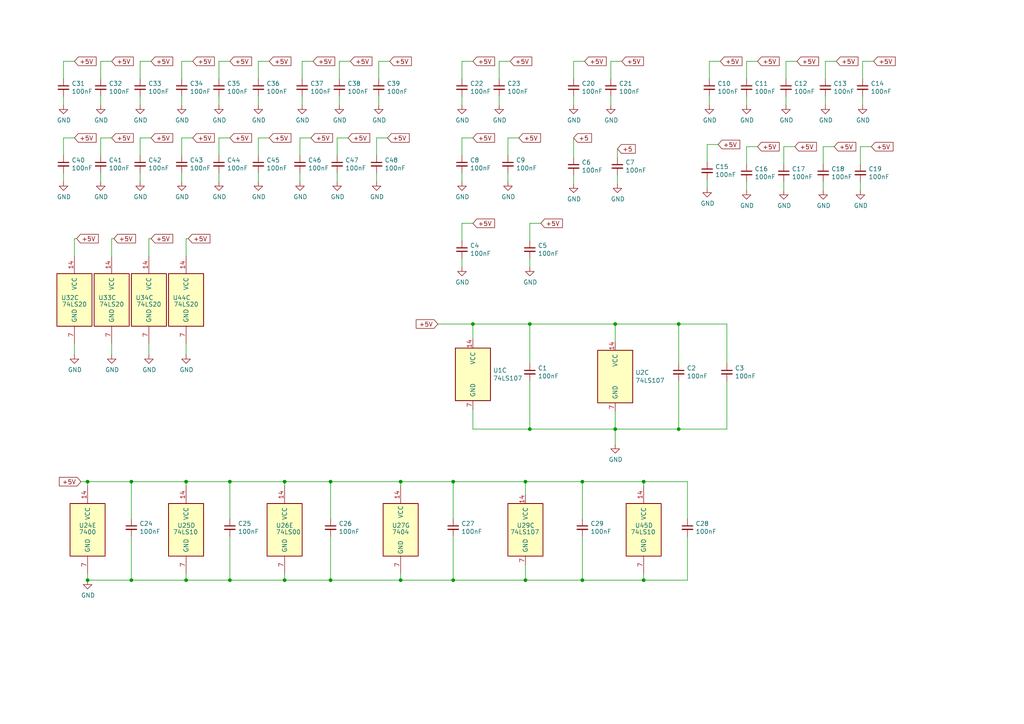
<source format=kicad_sch>
(kicad_sch (version 20211123) (generator eeschema)

  (uuid 29015d16-6e5d-465e-a301-ab994775eaa3)

  (paper "A4")

  (lib_symbols
    (symbol "74xx:7400" (pin_names (offset 1.016)) (in_bom yes) (on_board yes)
      (property "Reference" "U" (id 0) (at 0 1.27 0)
        (effects (font (size 1.27 1.27)))
      )
      (property "Value" "7400" (id 1) (at 0 -1.27 0)
        (effects (font (size 1.27 1.27)))
      )
      (property "Footprint" "" (id 2) (at 0 0 0)
        (effects (font (size 1.27 1.27)) hide)
      )
      (property "Datasheet" "http://www.ti.com/lit/gpn/sn7400" (id 3) (at 0 0 0)
        (effects (font (size 1.27 1.27)) hide)
      )
      (property "ki_locked" "" (id 4) (at 0 0 0)
        (effects (font (size 1.27 1.27)))
      )
      (property "ki_keywords" "TTL nand 2-input" (id 5) (at 0 0 0)
        (effects (font (size 1.27 1.27)) hide)
      )
      (property "ki_description" "quad 2-input NAND gate" (id 6) (at 0 0 0)
        (effects (font (size 1.27 1.27)) hide)
      )
      (property "ki_fp_filters" "DIP*W7.62mm* SO14*" (id 7) (at 0 0 0)
        (effects (font (size 1.27 1.27)) hide)
      )
      (symbol "7400_1_1"
        (arc (start 0 -3.81) (mid 3.81 0) (end 0 3.81)
          (stroke (width 0.254) (type default) (color 0 0 0 0))
          (fill (type background))
        )
        (polyline
          (pts
            (xy 0 3.81)
            (xy -3.81 3.81)
            (xy -3.81 -3.81)
            (xy 0 -3.81)
          )
          (stroke (width 0.254) (type default) (color 0 0 0 0))
          (fill (type background))
        )
        (pin input line (at -7.62 2.54 0) (length 3.81)
          (name "~" (effects (font (size 1.27 1.27))))
          (number "1" (effects (font (size 1.27 1.27))))
        )
        (pin input line (at -7.62 -2.54 0) (length 3.81)
          (name "~" (effects (font (size 1.27 1.27))))
          (number "2" (effects (font (size 1.27 1.27))))
        )
        (pin output inverted (at 7.62 0 180) (length 3.81)
          (name "~" (effects (font (size 1.27 1.27))))
          (number "3" (effects (font (size 1.27 1.27))))
        )
      )
      (symbol "7400_1_2"
        (arc (start -3.81 -3.81) (mid -2.589 0) (end -3.81 3.81)
          (stroke (width 0.254) (type default) (color 0 0 0 0))
          (fill (type none))
        )
        (arc (start -0.6096 -3.81) (mid 2.1842 -2.5851) (end 3.81 0)
          (stroke (width 0.254) (type default) (color 0 0 0 0))
          (fill (type background))
        )
        (polyline
          (pts
            (xy -3.81 -3.81)
            (xy -0.635 -3.81)
          )
          (stroke (width 0.254) (type default) (color 0 0 0 0))
          (fill (type background))
        )
        (polyline
          (pts
            (xy -3.81 3.81)
            (xy -0.635 3.81)
          )
          (stroke (width 0.254) (type default) (color 0 0 0 0))
          (fill (type background))
        )
        (polyline
          (pts
            (xy -0.635 3.81)
            (xy -3.81 3.81)
            (xy -3.81 3.81)
            (xy -3.556 3.4036)
            (xy -3.0226 2.2606)
            (xy -2.6924 1.0414)
            (xy -2.6162 -0.254)
            (xy -2.7686 -1.4986)
            (xy -3.175 -2.7178)
            (xy -3.81 -3.81)
            (xy -3.81 -3.81)
            (xy -0.635 -3.81)
          )
          (stroke (width -25.4) (type default) (color 0 0 0 0))
          (fill (type background))
        )
        (arc (start 3.81 0) (mid 2.1915 2.5936) (end -0.6096 3.81)
          (stroke (width 0.254) (type default) (color 0 0 0 0))
          (fill (type background))
        )
        (pin input inverted (at -7.62 2.54 0) (length 4.318)
          (name "~" (effects (font (size 1.27 1.27))))
          (number "1" (effects (font (size 1.27 1.27))))
        )
        (pin input inverted (at -7.62 -2.54 0) (length 4.318)
          (name "~" (effects (font (size 1.27 1.27))))
          (number "2" (effects (font (size 1.27 1.27))))
        )
        (pin output line (at 7.62 0 180) (length 3.81)
          (name "~" (effects (font (size 1.27 1.27))))
          (number "3" (effects (font (size 1.27 1.27))))
        )
      )
      (symbol "7400_2_1"
        (arc (start 0 -3.81) (mid 3.81 0) (end 0 3.81)
          (stroke (width 0.254) (type default) (color 0 0 0 0))
          (fill (type background))
        )
        (polyline
          (pts
            (xy 0 3.81)
            (xy -3.81 3.81)
            (xy -3.81 -3.81)
            (xy 0 -3.81)
          )
          (stroke (width 0.254) (type default) (color 0 0 0 0))
          (fill (type background))
        )
        (pin input line (at -7.62 2.54 0) (length 3.81)
          (name "~" (effects (font (size 1.27 1.27))))
          (number "4" (effects (font (size 1.27 1.27))))
        )
        (pin input line (at -7.62 -2.54 0) (length 3.81)
          (name "~" (effects (font (size 1.27 1.27))))
          (number "5" (effects (font (size 1.27 1.27))))
        )
        (pin output inverted (at 7.62 0 180) (length 3.81)
          (name "~" (effects (font (size 1.27 1.27))))
          (number "6" (effects (font (size 1.27 1.27))))
        )
      )
      (symbol "7400_2_2"
        (arc (start -3.81 -3.81) (mid -2.589 0) (end -3.81 3.81)
          (stroke (width 0.254) (type default) (color 0 0 0 0))
          (fill (type none))
        )
        (arc (start -0.6096 -3.81) (mid 2.1842 -2.5851) (end 3.81 0)
          (stroke (width 0.254) (type default) (color 0 0 0 0))
          (fill (type background))
        )
        (polyline
          (pts
            (xy -3.81 -3.81)
            (xy -0.635 -3.81)
          )
          (stroke (width 0.254) (type default) (color 0 0 0 0))
          (fill (type background))
        )
        (polyline
          (pts
            (xy -3.81 3.81)
            (xy -0.635 3.81)
          )
          (stroke (width 0.254) (type default) (color 0 0 0 0))
          (fill (type background))
        )
        (polyline
          (pts
            (xy -0.635 3.81)
            (xy -3.81 3.81)
            (xy -3.81 3.81)
            (xy -3.556 3.4036)
            (xy -3.0226 2.2606)
            (xy -2.6924 1.0414)
            (xy -2.6162 -0.254)
            (xy -2.7686 -1.4986)
            (xy -3.175 -2.7178)
            (xy -3.81 -3.81)
            (xy -3.81 -3.81)
            (xy -0.635 -3.81)
          )
          (stroke (width -25.4) (type default) (color 0 0 0 0))
          (fill (type background))
        )
        (arc (start 3.81 0) (mid 2.1915 2.5936) (end -0.6096 3.81)
          (stroke (width 0.254) (type default) (color 0 0 0 0))
          (fill (type background))
        )
        (pin input inverted (at -7.62 2.54 0) (length 4.318)
          (name "~" (effects (font (size 1.27 1.27))))
          (number "4" (effects (font (size 1.27 1.27))))
        )
        (pin input inverted (at -7.62 -2.54 0) (length 4.318)
          (name "~" (effects (font (size 1.27 1.27))))
          (number "5" (effects (font (size 1.27 1.27))))
        )
        (pin output line (at 7.62 0 180) (length 3.81)
          (name "~" (effects (font (size 1.27 1.27))))
          (number "6" (effects (font (size 1.27 1.27))))
        )
      )
      (symbol "7400_3_1"
        (arc (start 0 -3.81) (mid 3.81 0) (end 0 3.81)
          (stroke (width 0.254) (type default) (color 0 0 0 0))
          (fill (type background))
        )
        (polyline
          (pts
            (xy 0 3.81)
            (xy -3.81 3.81)
            (xy -3.81 -3.81)
            (xy 0 -3.81)
          )
          (stroke (width 0.254) (type default) (color 0 0 0 0))
          (fill (type background))
        )
        (pin input line (at -7.62 -2.54 0) (length 3.81)
          (name "~" (effects (font (size 1.27 1.27))))
          (number "10" (effects (font (size 1.27 1.27))))
        )
        (pin output inverted (at 7.62 0 180) (length 3.81)
          (name "~" (effects (font (size 1.27 1.27))))
          (number "8" (effects (font (size 1.27 1.27))))
        )
        (pin input line (at -7.62 2.54 0) (length 3.81)
          (name "~" (effects (font (size 1.27 1.27))))
          (number "9" (effects (font (size 1.27 1.27))))
        )
      )
      (symbol "7400_3_2"
        (arc (start -3.81 -3.81) (mid -2.589 0) (end -3.81 3.81)
          (stroke (width 0.254) (type default) (color 0 0 0 0))
          (fill (type none))
        )
        (arc (start -0.6096 -3.81) (mid 2.1842 -2.5851) (end 3.81 0)
          (stroke (width 0.254) (type default) (color 0 0 0 0))
          (fill (type background))
        )
        (polyline
          (pts
            (xy -3.81 -3.81)
            (xy -0.635 -3.81)
          )
          (stroke (width 0.254) (type default) (color 0 0 0 0))
          (fill (type background))
        )
        (polyline
          (pts
            (xy -3.81 3.81)
            (xy -0.635 3.81)
          )
          (stroke (width 0.254) (type default) (color 0 0 0 0))
          (fill (type background))
        )
        (polyline
          (pts
            (xy -0.635 3.81)
            (xy -3.81 3.81)
            (xy -3.81 3.81)
            (xy -3.556 3.4036)
            (xy -3.0226 2.2606)
            (xy -2.6924 1.0414)
            (xy -2.6162 -0.254)
            (xy -2.7686 -1.4986)
            (xy -3.175 -2.7178)
            (xy -3.81 -3.81)
            (xy -3.81 -3.81)
            (xy -0.635 -3.81)
          )
          (stroke (width -25.4) (type default) (color 0 0 0 0))
          (fill (type background))
        )
        (arc (start 3.81 0) (mid 2.1915 2.5936) (end -0.6096 3.81)
          (stroke (width 0.254) (type default) (color 0 0 0 0))
          (fill (type background))
        )
        (pin input inverted (at -7.62 -2.54 0) (length 4.318)
          (name "~" (effects (font (size 1.27 1.27))))
          (number "10" (effects (font (size 1.27 1.27))))
        )
        (pin output line (at 7.62 0 180) (length 3.81)
          (name "~" (effects (font (size 1.27 1.27))))
          (number "8" (effects (font (size 1.27 1.27))))
        )
        (pin input inverted (at -7.62 2.54 0) (length 4.318)
          (name "~" (effects (font (size 1.27 1.27))))
          (number "9" (effects (font (size 1.27 1.27))))
        )
      )
      (symbol "7400_4_1"
        (arc (start 0 -3.81) (mid 3.81 0) (end 0 3.81)
          (stroke (width 0.254) (type default) (color 0 0 0 0))
          (fill (type background))
        )
        (polyline
          (pts
            (xy 0 3.81)
            (xy -3.81 3.81)
            (xy -3.81 -3.81)
            (xy 0 -3.81)
          )
          (stroke (width 0.254) (type default) (color 0 0 0 0))
          (fill (type background))
        )
        (pin output inverted (at 7.62 0 180) (length 3.81)
          (name "~" (effects (font (size 1.27 1.27))))
          (number "11" (effects (font (size 1.27 1.27))))
        )
        (pin input line (at -7.62 2.54 0) (length 3.81)
          (name "~" (effects (font (size 1.27 1.27))))
          (number "12" (effects (font (size 1.27 1.27))))
        )
        (pin input line (at -7.62 -2.54 0) (length 3.81)
          (name "~" (effects (font (size 1.27 1.27))))
          (number "13" (effects (font (size 1.27 1.27))))
        )
      )
      (symbol "7400_4_2"
        (arc (start -3.81 -3.81) (mid -2.589 0) (end -3.81 3.81)
          (stroke (width 0.254) (type default) (color 0 0 0 0))
          (fill (type none))
        )
        (arc (start -0.6096 -3.81) (mid 2.1842 -2.5851) (end 3.81 0)
          (stroke (width 0.254) (type default) (color 0 0 0 0))
          (fill (type background))
        )
        (polyline
          (pts
            (xy -3.81 -3.81)
            (xy -0.635 -3.81)
          )
          (stroke (width 0.254) (type default) (color 0 0 0 0))
          (fill (type background))
        )
        (polyline
          (pts
            (xy -3.81 3.81)
            (xy -0.635 3.81)
          )
          (stroke (width 0.254) (type default) (color 0 0 0 0))
          (fill (type background))
        )
        (polyline
          (pts
            (xy -0.635 3.81)
            (xy -3.81 3.81)
            (xy -3.81 3.81)
            (xy -3.556 3.4036)
            (xy -3.0226 2.2606)
            (xy -2.6924 1.0414)
            (xy -2.6162 -0.254)
            (xy -2.7686 -1.4986)
            (xy -3.175 -2.7178)
            (xy -3.81 -3.81)
            (xy -3.81 -3.81)
            (xy -0.635 -3.81)
          )
          (stroke (width -25.4) (type default) (color 0 0 0 0))
          (fill (type background))
        )
        (arc (start 3.81 0) (mid 2.1915 2.5936) (end -0.6096 3.81)
          (stroke (width 0.254) (type default) (color 0 0 0 0))
          (fill (type background))
        )
        (pin output line (at 7.62 0 180) (length 3.81)
          (name "~" (effects (font (size 1.27 1.27))))
          (number "11" (effects (font (size 1.27 1.27))))
        )
        (pin input inverted (at -7.62 2.54 0) (length 4.318)
          (name "~" (effects (font (size 1.27 1.27))))
          (number "12" (effects (font (size 1.27 1.27))))
        )
        (pin input inverted (at -7.62 -2.54 0) (length 4.318)
          (name "~" (effects (font (size 1.27 1.27))))
          (number "13" (effects (font (size 1.27 1.27))))
        )
      )
      (symbol "7400_5_0"
        (pin power_in line (at 0 12.7 270) (length 5.08)
          (name "VCC" (effects (font (size 1.27 1.27))))
          (number "14" (effects (font (size 1.27 1.27))))
        )
        (pin power_in line (at 0 -12.7 90) (length 5.08)
          (name "GND" (effects (font (size 1.27 1.27))))
          (number "7" (effects (font (size 1.27 1.27))))
        )
      )
      (symbol "7400_5_1"
        (rectangle (start -5.08 7.62) (end 5.08 -7.62)
          (stroke (width 0.254) (type default) (color 0 0 0 0))
          (fill (type background))
        )
      )
    )
    (symbol "74xx:74LS04" (in_bom yes) (on_board yes)
      (property "Reference" "U" (id 0) (at 0 1.27 0)
        (effects (font (size 1.27 1.27)))
      )
      (property "Value" "74LS04" (id 1) (at 0 -1.27 0)
        (effects (font (size 1.27 1.27)))
      )
      (property "Footprint" "" (id 2) (at 0 0 0)
        (effects (font (size 1.27 1.27)) hide)
      )
      (property "Datasheet" "http://www.ti.com/lit/gpn/sn74LS04" (id 3) (at 0 0 0)
        (effects (font (size 1.27 1.27)) hide)
      )
      (property "ki_locked" "" (id 4) (at 0 0 0)
        (effects (font (size 1.27 1.27)))
      )
      (property "ki_keywords" "TTL not inv" (id 5) (at 0 0 0)
        (effects (font (size 1.27 1.27)) hide)
      )
      (property "ki_description" "Hex Inverter" (id 6) (at 0 0 0)
        (effects (font (size 1.27 1.27)) hide)
      )
      (property "ki_fp_filters" "DIP*W7.62mm* SSOP?14* TSSOP?14*" (id 7) (at 0 0 0)
        (effects (font (size 1.27 1.27)) hide)
      )
      (symbol "74LS04_1_0"
        (polyline
          (pts
            (xy -3.81 3.81)
            (xy -3.81 -3.81)
            (xy 3.81 0)
            (xy -3.81 3.81)
          )
          (stroke (width 0.254) (type default) (color 0 0 0 0))
          (fill (type background))
        )
        (pin input line (at -7.62 0 0) (length 3.81)
          (name "~" (effects (font (size 1.27 1.27))))
          (number "1" (effects (font (size 1.27 1.27))))
        )
        (pin output inverted (at 7.62 0 180) (length 3.81)
          (name "~" (effects (font (size 1.27 1.27))))
          (number "2" (effects (font (size 1.27 1.27))))
        )
      )
      (symbol "74LS04_2_0"
        (polyline
          (pts
            (xy -3.81 3.81)
            (xy -3.81 -3.81)
            (xy 3.81 0)
            (xy -3.81 3.81)
          )
          (stroke (width 0.254) (type default) (color 0 0 0 0))
          (fill (type background))
        )
        (pin input line (at -7.62 0 0) (length 3.81)
          (name "~" (effects (font (size 1.27 1.27))))
          (number "3" (effects (font (size 1.27 1.27))))
        )
        (pin output inverted (at 7.62 0 180) (length 3.81)
          (name "~" (effects (font (size 1.27 1.27))))
          (number "4" (effects (font (size 1.27 1.27))))
        )
      )
      (symbol "74LS04_3_0"
        (polyline
          (pts
            (xy -3.81 3.81)
            (xy -3.81 -3.81)
            (xy 3.81 0)
            (xy -3.81 3.81)
          )
          (stroke (width 0.254) (type default) (color 0 0 0 0))
          (fill (type background))
        )
        (pin input line (at -7.62 0 0) (length 3.81)
          (name "~" (effects (font (size 1.27 1.27))))
          (number "5" (effects (font (size 1.27 1.27))))
        )
        (pin output inverted (at 7.62 0 180) (length 3.81)
          (name "~" (effects (font (size 1.27 1.27))))
          (number "6" (effects (font (size 1.27 1.27))))
        )
      )
      (symbol "74LS04_4_0"
        (polyline
          (pts
            (xy -3.81 3.81)
            (xy -3.81 -3.81)
            (xy 3.81 0)
            (xy -3.81 3.81)
          )
          (stroke (width 0.254) (type default) (color 0 0 0 0))
          (fill (type background))
        )
        (pin output inverted (at 7.62 0 180) (length 3.81)
          (name "~" (effects (font (size 1.27 1.27))))
          (number "8" (effects (font (size 1.27 1.27))))
        )
        (pin input line (at -7.62 0 0) (length 3.81)
          (name "~" (effects (font (size 1.27 1.27))))
          (number "9" (effects (font (size 1.27 1.27))))
        )
      )
      (symbol "74LS04_5_0"
        (polyline
          (pts
            (xy -3.81 3.81)
            (xy -3.81 -3.81)
            (xy 3.81 0)
            (xy -3.81 3.81)
          )
          (stroke (width 0.254) (type default) (color 0 0 0 0))
          (fill (type background))
        )
        (pin output inverted (at 7.62 0 180) (length 3.81)
          (name "~" (effects (font (size 1.27 1.27))))
          (number "10" (effects (font (size 1.27 1.27))))
        )
        (pin input line (at -7.62 0 0) (length 3.81)
          (name "~" (effects (font (size 1.27 1.27))))
          (number "11" (effects (font (size 1.27 1.27))))
        )
      )
      (symbol "74LS04_6_0"
        (polyline
          (pts
            (xy -3.81 3.81)
            (xy -3.81 -3.81)
            (xy 3.81 0)
            (xy -3.81 3.81)
          )
          (stroke (width 0.254) (type default) (color 0 0 0 0))
          (fill (type background))
        )
        (pin output inverted (at 7.62 0 180) (length 3.81)
          (name "~" (effects (font (size 1.27 1.27))))
          (number "12" (effects (font (size 1.27 1.27))))
        )
        (pin input line (at -7.62 0 0) (length 3.81)
          (name "~" (effects (font (size 1.27 1.27))))
          (number "13" (effects (font (size 1.27 1.27))))
        )
      )
      (symbol "74LS04_7_0"
        (pin power_in line (at 0 12.7 270) (length 5.08)
          (name "VCC" (effects (font (size 1.27 1.27))))
          (number "14" (effects (font (size 1.27 1.27))))
        )
        (pin power_in line (at 0 -12.7 90) (length 5.08)
          (name "GND" (effects (font (size 1.27 1.27))))
          (number "7" (effects (font (size 1.27 1.27))))
        )
      )
      (symbol "74LS04_7_1"
        (rectangle (start -5.08 7.62) (end 5.08 -7.62)
          (stroke (width 0.254) (type default) (color 0 0 0 0))
          (fill (type background))
        )
      )
    )
    (symbol "74xx:74LS10" (pin_names (offset 1.016)) (in_bom yes) (on_board yes)
      (property "Reference" "U" (id 0) (at 0 1.27 0)
        (effects (font (size 1.27 1.27)))
      )
      (property "Value" "74LS10" (id 1) (at 0 -1.27 0)
        (effects (font (size 1.27 1.27)))
      )
      (property "Footprint" "" (id 2) (at 0 0 0)
        (effects (font (size 1.27 1.27)) hide)
      )
      (property "Datasheet" "http://www.ti.com/lit/gpn/sn74LS10" (id 3) (at 0 0 0)
        (effects (font (size 1.27 1.27)) hide)
      )
      (property "ki_locked" "" (id 4) (at 0 0 0)
        (effects (font (size 1.27 1.27)))
      )
      (property "ki_keywords" "TTL Nand3" (id 5) (at 0 0 0)
        (effects (font (size 1.27 1.27)) hide)
      )
      (property "ki_description" "Triple 3-input NAND" (id 6) (at 0 0 0)
        (effects (font (size 1.27 1.27)) hide)
      )
      (property "ki_fp_filters" "DIP*W7.62mm*" (id 7) (at 0 0 0)
        (effects (font (size 1.27 1.27)) hide)
      )
      (symbol "74LS10_1_1"
        (arc (start 0 -3.81) (mid 3.81 0) (end 0 3.81)
          (stroke (width 0.254) (type default) (color 0 0 0 0))
          (fill (type background))
        )
        (polyline
          (pts
            (xy 0 3.81)
            (xy -3.81 3.81)
            (xy -3.81 -3.81)
            (xy 0 -3.81)
          )
          (stroke (width 0.254) (type default) (color 0 0 0 0))
          (fill (type background))
        )
        (pin input line (at -7.62 2.54 0) (length 3.81)
          (name "~" (effects (font (size 1.27 1.27))))
          (number "1" (effects (font (size 1.27 1.27))))
        )
        (pin output inverted (at 7.62 0 180) (length 3.81)
          (name "~" (effects (font (size 1.27 1.27))))
          (number "12" (effects (font (size 1.27 1.27))))
        )
        (pin input line (at -7.62 -2.54 0) (length 3.81)
          (name "~" (effects (font (size 1.27 1.27))))
          (number "13" (effects (font (size 1.27 1.27))))
        )
        (pin input line (at -7.62 0 0) (length 3.81)
          (name "~" (effects (font (size 1.27 1.27))))
          (number "2" (effects (font (size 1.27 1.27))))
        )
      )
      (symbol "74LS10_1_2"
        (arc (start -3.81 -3.81) (mid -2.589 0) (end -3.81 3.81)
          (stroke (width 0.254) (type default) (color 0 0 0 0))
          (fill (type none))
        )
        (arc (start -0.6096 -3.81) (mid 2.1842 -2.5851) (end 3.81 0)
          (stroke (width 0.254) (type default) (color 0 0 0 0))
          (fill (type background))
        )
        (polyline
          (pts
            (xy -3.81 -3.81)
            (xy -0.635 -3.81)
          )
          (stroke (width 0.254) (type default) (color 0 0 0 0))
          (fill (type background))
        )
        (polyline
          (pts
            (xy -3.81 3.81)
            (xy -0.635 3.81)
          )
          (stroke (width 0.254) (type default) (color 0 0 0 0))
          (fill (type background))
        )
        (polyline
          (pts
            (xy -0.635 3.81)
            (xy -3.81 3.81)
            (xy -3.81 3.81)
            (xy -3.556 3.4036)
            (xy -3.0226 2.2606)
            (xy -2.6924 1.0414)
            (xy -2.6162 -0.254)
            (xy -2.7686 -1.4986)
            (xy -3.175 -2.7178)
            (xy -3.81 -3.81)
            (xy -3.81 -3.81)
            (xy -0.635 -3.81)
          )
          (stroke (width -25.4) (type default) (color 0 0 0 0))
          (fill (type background))
        )
        (arc (start 3.81 0) (mid 2.1915 2.5936) (end -0.6096 3.81)
          (stroke (width 0.254) (type default) (color 0 0 0 0))
          (fill (type background))
        )
        (pin input inverted (at -7.62 2.54 0) (length 4.318)
          (name "~" (effects (font (size 1.27 1.27))))
          (number "1" (effects (font (size 1.27 1.27))))
        )
        (pin output line (at 7.62 0 180) (length 3.81)
          (name "~" (effects (font (size 1.27 1.27))))
          (number "12" (effects (font (size 1.27 1.27))))
        )
        (pin input inverted (at -7.62 -2.54 0) (length 4.318)
          (name "~" (effects (font (size 1.27 1.27))))
          (number "13" (effects (font (size 1.27 1.27))))
        )
        (pin input inverted (at -7.62 0 0) (length 4.953)
          (name "~" (effects (font (size 1.27 1.27))))
          (number "2" (effects (font (size 1.27 1.27))))
        )
      )
      (symbol "74LS10_2_1"
        (arc (start 0 -3.81) (mid 3.81 0) (end 0 3.81)
          (stroke (width 0.254) (type default) (color 0 0 0 0))
          (fill (type background))
        )
        (polyline
          (pts
            (xy 0 3.81)
            (xy -3.81 3.81)
            (xy -3.81 -3.81)
            (xy 0 -3.81)
          )
          (stroke (width 0.254) (type default) (color 0 0 0 0))
          (fill (type background))
        )
        (pin input line (at -7.62 2.54 0) (length 3.81)
          (name "~" (effects (font (size 1.27 1.27))))
          (number "3" (effects (font (size 1.27 1.27))))
        )
        (pin input line (at -7.62 0 0) (length 3.81)
          (name "~" (effects (font (size 1.27 1.27))))
          (number "4" (effects (font (size 1.27 1.27))))
        )
        (pin input line (at -7.62 -2.54 0) (length 3.81)
          (name "~" (effects (font (size 1.27 1.27))))
          (number "5" (effects (font (size 1.27 1.27))))
        )
        (pin output inverted (at 7.62 0 180) (length 3.81)
          (name "~" (effects (font (size 1.27 1.27))))
          (number "6" (effects (font (size 1.27 1.27))))
        )
      )
      (symbol "74LS10_2_2"
        (arc (start -3.81 -3.81) (mid -2.589 0) (end -3.81 3.81)
          (stroke (width 0.254) (type default) (color 0 0 0 0))
          (fill (type none))
        )
        (arc (start -0.6096 -3.81) (mid 2.1842 -2.5851) (end 3.81 0)
          (stroke (width 0.254) (type default) (color 0 0 0 0))
          (fill (type background))
        )
        (polyline
          (pts
            (xy -3.81 -3.81)
            (xy -0.635 -3.81)
          )
          (stroke (width 0.254) (type default) (color 0 0 0 0))
          (fill (type background))
        )
        (polyline
          (pts
            (xy -3.81 3.81)
            (xy -0.635 3.81)
          )
          (stroke (width 0.254) (type default) (color 0 0 0 0))
          (fill (type background))
        )
        (polyline
          (pts
            (xy -0.635 3.81)
            (xy -3.81 3.81)
            (xy -3.81 3.81)
            (xy -3.556 3.4036)
            (xy -3.0226 2.2606)
            (xy -2.6924 1.0414)
            (xy -2.6162 -0.254)
            (xy -2.7686 -1.4986)
            (xy -3.175 -2.7178)
            (xy -3.81 -3.81)
            (xy -3.81 -3.81)
            (xy -0.635 -3.81)
          )
          (stroke (width -25.4) (type default) (color 0 0 0 0))
          (fill (type background))
        )
        (arc (start 3.81 0) (mid 2.1915 2.5936) (end -0.6096 3.81)
          (stroke (width 0.254) (type default) (color 0 0 0 0))
          (fill (type background))
        )
        (pin input inverted (at -7.62 2.54 0) (length 4.318)
          (name "~" (effects (font (size 1.27 1.27))))
          (number "3" (effects (font (size 1.27 1.27))))
        )
        (pin input inverted (at -7.62 0 0) (length 4.953)
          (name "~" (effects (font (size 1.27 1.27))))
          (number "4" (effects (font (size 1.27 1.27))))
        )
        (pin input inverted (at -7.62 -2.54 0) (length 4.318)
          (name "~" (effects (font (size 1.27 1.27))))
          (number "5" (effects (font (size 1.27 1.27))))
        )
        (pin output line (at 7.62 0 180) (length 3.81)
          (name "~" (effects (font (size 1.27 1.27))))
          (number "6" (effects (font (size 1.27 1.27))))
        )
      )
      (symbol "74LS10_3_1"
        (arc (start 0 -3.81) (mid 3.81 0) (end 0 3.81)
          (stroke (width 0.254) (type default) (color 0 0 0 0))
          (fill (type background))
        )
        (polyline
          (pts
            (xy 0 3.81)
            (xy -3.81 3.81)
            (xy -3.81 -3.81)
            (xy 0 -3.81)
          )
          (stroke (width 0.254) (type default) (color 0 0 0 0))
          (fill (type background))
        )
        (pin input line (at -7.62 0 0) (length 3.81)
          (name "~" (effects (font (size 1.27 1.27))))
          (number "10" (effects (font (size 1.27 1.27))))
        )
        (pin input line (at -7.62 -2.54 0) (length 3.81)
          (name "~" (effects (font (size 1.27 1.27))))
          (number "11" (effects (font (size 1.27 1.27))))
        )
        (pin output inverted (at 7.62 0 180) (length 3.81)
          (name "~" (effects (font (size 1.27 1.27))))
          (number "8" (effects (font (size 1.27 1.27))))
        )
        (pin input line (at -7.62 2.54 0) (length 3.81)
          (name "~" (effects (font (size 1.27 1.27))))
          (number "9" (effects (font (size 1.27 1.27))))
        )
      )
      (symbol "74LS10_3_2"
        (arc (start -3.81 -3.81) (mid -2.589 0) (end -3.81 3.81)
          (stroke (width 0.254) (type default) (color 0 0 0 0))
          (fill (type none))
        )
        (arc (start -0.6096 -3.81) (mid 2.1842 -2.5851) (end 3.81 0)
          (stroke (width 0.254) (type default) (color 0 0 0 0))
          (fill (type background))
        )
        (polyline
          (pts
            (xy -3.81 -3.81)
            (xy -0.635 -3.81)
          )
          (stroke (width 0.254) (type default) (color 0 0 0 0))
          (fill (type background))
        )
        (polyline
          (pts
            (xy -3.81 3.81)
            (xy -0.635 3.81)
          )
          (stroke (width 0.254) (type default) (color 0 0 0 0))
          (fill (type background))
        )
        (polyline
          (pts
            (xy -0.635 3.81)
            (xy -3.81 3.81)
            (xy -3.81 3.81)
            (xy -3.556 3.4036)
            (xy -3.0226 2.2606)
            (xy -2.6924 1.0414)
            (xy -2.6162 -0.254)
            (xy -2.7686 -1.4986)
            (xy -3.175 -2.7178)
            (xy -3.81 -3.81)
            (xy -3.81 -3.81)
            (xy -0.635 -3.81)
          )
          (stroke (width -25.4) (type default) (color 0 0 0 0))
          (fill (type background))
        )
        (arc (start 3.81 0) (mid 2.1915 2.5936) (end -0.6096 3.81)
          (stroke (width 0.254) (type default) (color 0 0 0 0))
          (fill (type background))
        )
        (pin input inverted (at -7.62 0 0) (length 4.953)
          (name "~" (effects (font (size 1.27 1.27))))
          (number "10" (effects (font (size 1.27 1.27))))
        )
        (pin input inverted (at -7.62 -2.54 0) (length 4.318)
          (name "~" (effects (font (size 1.27 1.27))))
          (number "11" (effects (font (size 1.27 1.27))))
        )
        (pin output line (at 7.62 0 180) (length 3.81)
          (name "~" (effects (font (size 1.27 1.27))))
          (number "8" (effects (font (size 1.27 1.27))))
        )
        (pin input inverted (at -7.62 2.54 0) (length 4.318)
          (name "~" (effects (font (size 1.27 1.27))))
          (number "9" (effects (font (size 1.27 1.27))))
        )
      )
      (symbol "74LS10_4_0"
        (pin power_in line (at 0 12.7 270) (length 5.08)
          (name "VCC" (effects (font (size 1.27 1.27))))
          (number "14" (effects (font (size 1.27 1.27))))
        )
        (pin power_in line (at 0 -12.7 90) (length 5.08)
          (name "GND" (effects (font (size 1.27 1.27))))
          (number "7" (effects (font (size 1.27 1.27))))
        )
      )
      (symbol "74LS10_4_1"
        (rectangle (start -5.08 7.62) (end 5.08 -7.62)
          (stroke (width 0.254) (type default) (color 0 0 0 0))
          (fill (type background))
        )
      )
    )
    (symbol "74xx:74LS107" (pin_names (offset 1.016)) (in_bom yes) (on_board yes)
      (property "Reference" "U" (id 0) (at -7.62 8.89 0)
        (effects (font (size 1.27 1.27)))
      )
      (property "Value" "74LS107" (id 1) (at -7.62 -8.89 0)
        (effects (font (size 1.27 1.27)))
      )
      (property "Footprint" "" (id 2) (at 0 0 0)
        (effects (font (size 1.27 1.27)) hide)
      )
      (property "Datasheet" "http://www.ti.com/lit/gpn/sn74LS107" (id 3) (at 0 0 0)
        (effects (font (size 1.27 1.27)) hide)
      )
      (property "ki_locked" "" (id 4) (at 0 0 0)
        (effects (font (size 1.27 1.27)))
      )
      (property "ki_keywords" "TTL JK" (id 5) (at 0 0 0)
        (effects (font (size 1.27 1.27)) hide)
      )
      (property "ki_description" "Dual JK Flip-Flop, reset" (id 6) (at 0 0 0)
        (effects (font (size 1.27 1.27)) hide)
      )
      (property "ki_fp_filters" "DIP*W7.62mm*" (id 7) (at 0 0 0)
        (effects (font (size 1.27 1.27)) hide)
      )
      (symbol "74LS107_1_0"
        (pin input line (at -7.62 2.54 0) (length 2.54)
          (name "J" (effects (font (size 1.27 1.27))))
          (number "1" (effects (font (size 1.27 1.27))))
        )
        (pin input clock (at -7.62 0 0) (length 2.54)
          (name "C" (effects (font (size 1.27 1.27))))
          (number "12" (effects (font (size 1.27 1.27))))
        )
        (pin input line (at 0 -7.62 90) (length 2.54)
          (name "~{R}" (effects (font (size 1.27 1.27))))
          (number "13" (effects (font (size 1.27 1.27))))
        )
        (pin output line (at 7.62 -2.54 180) (length 2.54)
          (name "~{Q}" (effects (font (size 1.27 1.27))))
          (number "2" (effects (font (size 1.27 1.27))))
        )
        (pin output line (at 7.62 2.54 180) (length 2.54)
          (name "Q" (effects (font (size 1.27 1.27))))
          (number "3" (effects (font (size 1.27 1.27))))
        )
        (pin input line (at -7.62 -2.54 0) (length 2.54)
          (name "K" (effects (font (size 1.27 1.27))))
          (number "4" (effects (font (size 1.27 1.27))))
        )
      )
      (symbol "74LS107_1_1"
        (rectangle (start -5.08 5.08) (end 5.08 -5.08)
          (stroke (width 0.254) (type default) (color 0 0 0 0))
          (fill (type background))
        )
      )
      (symbol "74LS107_2_0"
        (pin input line (at 0 -7.62 90) (length 2.54)
          (name "~{R}" (effects (font (size 1.27 1.27))))
          (number "10" (effects (font (size 1.27 1.27))))
        )
        (pin input line (at -7.62 -2.54 0) (length 2.54)
          (name "K" (effects (font (size 1.27 1.27))))
          (number "11" (effects (font (size 1.27 1.27))))
        )
        (pin output line (at 7.62 2.54 180) (length 2.54)
          (name "Q" (effects (font (size 1.27 1.27))))
          (number "5" (effects (font (size 1.27 1.27))))
        )
        (pin output line (at 7.62 -2.54 180) (length 2.54)
          (name "~{Q}" (effects (font (size 1.27 1.27))))
          (number "6" (effects (font (size 1.27 1.27))))
        )
        (pin input line (at -7.62 2.54 0) (length 2.54)
          (name "J" (effects (font (size 1.27 1.27))))
          (number "8" (effects (font (size 1.27 1.27))))
        )
        (pin input clock (at -7.62 0 0) (length 2.54)
          (name "C" (effects (font (size 1.27 1.27))))
          (number "9" (effects (font (size 1.27 1.27))))
        )
      )
      (symbol "74LS107_2_1"
        (rectangle (start -5.08 5.08) (end 5.08 -5.08)
          (stroke (width 0.254) (type default) (color 0 0 0 0))
          (fill (type background))
        )
      )
      (symbol "74LS107_3_0"
        (pin power_in line (at 0 10.16 270) (length 2.54)
          (name "VCC" (effects (font (size 1.27 1.27))))
          (number "14" (effects (font (size 1.27 1.27))))
        )
        (pin power_in line (at 0 -10.16 90) (length 2.54)
          (name "GND" (effects (font (size 1.27 1.27))))
          (number "7" (effects (font (size 1.27 1.27))))
        )
      )
      (symbol "74LS107_3_1"
        (rectangle (start -5.08 7.62) (end 5.08 -7.62)
          (stroke (width 0.254) (type default) (color 0 0 0 0))
          (fill (type background))
        )
      )
    )
    (symbol "74xx:74LS20" (pin_names (offset 1.016)) (in_bom yes) (on_board yes)
      (property "Reference" "U" (id 0) (at 0 1.27 0)
        (effects (font (size 1.27 1.27)))
      )
      (property "Value" "74LS20" (id 1) (at 0 -1.27 0)
        (effects (font (size 1.27 1.27)))
      )
      (property "Footprint" "" (id 2) (at 0 0 0)
        (effects (font (size 1.27 1.27)) hide)
      )
      (property "Datasheet" "http://www.ti.com/lit/gpn/sn74LS20" (id 3) (at 0 0 0)
        (effects (font (size 1.27 1.27)) hide)
      )
      (property "ki_locked" "" (id 4) (at 0 0 0)
        (effects (font (size 1.27 1.27)))
      )
      (property "ki_keywords" "TTL Nand4" (id 5) (at 0 0 0)
        (effects (font (size 1.27 1.27)) hide)
      )
      (property "ki_description" "Dual 4-input NAND" (id 6) (at 0 0 0)
        (effects (font (size 1.27 1.27)) hide)
      )
      (property "ki_fp_filters" "DIP?12*" (id 7) (at 0 0 0)
        (effects (font (size 1.27 1.27)) hide)
      )
      (symbol "74LS20_1_1"
        (arc (start -0.635 -4.445) (mid 3.81 0) (end -0.635 4.445)
          (stroke (width 0.254) (type default) (color 0 0 0 0))
          (fill (type background))
        )
        (polyline
          (pts
            (xy -0.635 4.445)
            (xy -3.81 4.445)
            (xy -3.81 -4.445)
            (xy -0.635 -4.445)
          )
          (stroke (width 0.254) (type default) (color 0 0 0 0))
          (fill (type background))
        )
        (pin input line (at -7.62 3.81 0) (length 3.81)
          (name "~" (effects (font (size 1.27 1.27))))
          (number "1" (effects (font (size 1.27 1.27))))
        )
        (pin input line (at -7.62 1.27 0) (length 3.81)
          (name "~" (effects (font (size 1.27 1.27))))
          (number "2" (effects (font (size 1.27 1.27))))
        )
        (pin input line (at -7.62 -1.27 0) (length 3.81)
          (name "~" (effects (font (size 1.27 1.27))))
          (number "4" (effects (font (size 1.27 1.27))))
        )
        (pin input line (at -7.62 -3.81 0) (length 3.81)
          (name "~" (effects (font (size 1.27 1.27))))
          (number "5" (effects (font (size 1.27 1.27))))
        )
        (pin output inverted (at 7.62 0 180) (length 3.81)
          (name "~" (effects (font (size 1.27 1.27))))
          (number "6" (effects (font (size 1.27 1.27))))
        )
      )
      (symbol "74LS20_1_2"
        (arc (start -3.81 -4.445) (mid -2.5908 0) (end -3.81 4.445)
          (stroke (width 0.254) (type default) (color 0 0 0 0))
          (fill (type none))
        )
        (arc (start -0.6096 -4.445) (mid 2.2246 -2.8422) (end 3.81 0)
          (stroke (width 0.254) (type default) (color 0 0 0 0))
          (fill (type background))
        )
        (polyline
          (pts
            (xy -3.81 -4.445)
            (xy -0.635 -4.445)
          )
          (stroke (width 0.254) (type default) (color 0 0 0 0))
          (fill (type background))
        )
        (polyline
          (pts
            (xy -3.81 4.445)
            (xy -0.635 4.445)
          )
          (stroke (width 0.254) (type default) (color 0 0 0 0))
          (fill (type background))
        )
        (polyline
          (pts
            (xy -0.635 4.445)
            (xy -3.81 4.445)
            (xy -3.81 4.445)
            (xy -3.6322 4.0894)
            (xy -3.0988 2.921)
            (xy -2.7686 1.6764)
            (xy -2.6162 0.4318)
            (xy -2.6416 -0.8636)
            (xy -2.8702 -2.1082)
            (xy -3.2512 -3.3274)
            (xy -3.81 -4.445)
            (xy -3.81 -4.445)
            (xy -0.635 -4.445)
          )
          (stroke (width -25.4) (type default) (color 0 0 0 0))
          (fill (type background))
        )
        (arc (start 3.81 0) (mid 2.2204 2.8379) (end -0.6096 4.445)
          (stroke (width 0.254) (type default) (color 0 0 0 0))
          (fill (type background))
        )
        (pin input inverted (at -7.62 3.81 0) (length 3.81)
          (name "~" (effects (font (size 1.27 1.27))))
          (number "1" (effects (font (size 1.27 1.27))))
        )
        (pin input inverted (at -7.62 1.27 0) (length 4.826)
          (name "~" (effects (font (size 1.27 1.27))))
          (number "2" (effects (font (size 1.27 1.27))))
        )
        (pin input inverted (at -7.62 -1.27 0) (length 4.826)
          (name "~" (effects (font (size 1.27 1.27))))
          (number "4" (effects (font (size 1.27 1.27))))
        )
        (pin input inverted (at -7.62 -3.81 0) (length 3.81)
          (name "~" (effects (font (size 1.27 1.27))))
          (number "5" (effects (font (size 1.27 1.27))))
        )
        (pin output line (at 7.62 0 180) (length 3.81)
          (name "~" (effects (font (size 1.27 1.27))))
          (number "6" (effects (font (size 1.27 1.27))))
        )
      )
      (symbol "74LS20_2_1"
        (arc (start -0.635 -4.445) (mid 3.81 0) (end -0.635 4.445)
          (stroke (width 0.254) (type default) (color 0 0 0 0))
          (fill (type background))
        )
        (polyline
          (pts
            (xy -0.635 4.445)
            (xy -3.81 4.445)
            (xy -3.81 -4.445)
            (xy -0.635 -4.445)
          )
          (stroke (width 0.254) (type default) (color 0 0 0 0))
          (fill (type background))
        )
        (pin input line (at -7.62 1.27 0) (length 3.81)
          (name "~" (effects (font (size 1.27 1.27))))
          (number "10" (effects (font (size 1.27 1.27))))
        )
        (pin input line (at -7.62 -1.27 0) (length 3.81)
          (name "~" (effects (font (size 1.27 1.27))))
          (number "12" (effects (font (size 1.27 1.27))))
        )
        (pin input line (at -7.62 -3.81 0) (length 3.81)
          (name "~" (effects (font (size 1.27 1.27))))
          (number "13" (effects (font (size 1.27 1.27))))
        )
        (pin output inverted (at 7.62 0 180) (length 3.81)
          (name "~" (effects (font (size 1.27 1.27))))
          (number "8" (effects (font (size 1.27 1.27))))
        )
        (pin input line (at -7.62 3.81 0) (length 3.81)
          (name "~" (effects (font (size 1.27 1.27))))
          (number "9" (effects (font (size 1.27 1.27))))
        )
      )
      (symbol "74LS20_2_2"
        (arc (start -3.81 -4.445) (mid -2.5908 0) (end -3.81 4.445)
          (stroke (width 0.254) (type default) (color 0 0 0 0))
          (fill (type none))
        )
        (arc (start -0.6096 -4.445) (mid 2.2246 -2.8422) (end 3.81 0)
          (stroke (width 0.254) (type default) (color 0 0 0 0))
          (fill (type background))
        )
        (polyline
          (pts
            (xy -3.81 -4.445)
            (xy -0.635 -4.445)
          )
          (stroke (width 0.254) (type default) (color 0 0 0 0))
          (fill (type background))
        )
        (polyline
          (pts
            (xy -3.81 4.445)
            (xy -0.635 4.445)
          )
          (stroke (width 0.254) (type default) (color 0 0 0 0))
          (fill (type background))
        )
        (polyline
          (pts
            (xy -0.635 4.445)
            (xy -3.81 4.445)
            (xy -3.81 4.445)
            (xy -3.6322 4.0894)
            (xy -3.0988 2.921)
            (xy -2.7686 1.6764)
            (xy -2.6162 0.4318)
            (xy -2.6416 -0.8636)
            (xy -2.8702 -2.1082)
            (xy -3.2512 -3.3274)
            (xy -3.81 -4.445)
            (xy -3.81 -4.445)
            (xy -0.635 -4.445)
          )
          (stroke (width -25.4) (type default) (color 0 0 0 0))
          (fill (type background))
        )
        (arc (start 3.81 0) (mid 2.2204 2.8379) (end -0.6096 4.445)
          (stroke (width 0.254) (type default) (color 0 0 0 0))
          (fill (type background))
        )
        (pin input inverted (at -7.62 1.27 0) (length 4.826)
          (name "~" (effects (font (size 1.27 1.27))))
          (number "10" (effects (font (size 1.27 1.27))))
        )
        (pin input inverted (at -7.62 -1.27 0) (length 4.826)
          (name "~" (effects (font (size 1.27 1.27))))
          (number "12" (effects (font (size 1.27 1.27))))
        )
        (pin input inverted (at -7.62 -3.81 0) (length 3.81)
          (name "~" (effects (font (size 1.27 1.27))))
          (number "13" (effects (font (size 1.27 1.27))))
        )
        (pin output line (at 7.62 0 180) (length 3.81)
          (name "~" (effects (font (size 1.27 1.27))))
          (number "8" (effects (font (size 1.27 1.27))))
        )
        (pin input inverted (at -7.62 3.81 0) (length 3.81)
          (name "~" (effects (font (size 1.27 1.27))))
          (number "9" (effects (font (size 1.27 1.27))))
        )
      )
      (symbol "74LS20_3_0"
        (pin power_in line (at 0 12.7 270) (length 5.08)
          (name "VCC" (effects (font (size 1.27 1.27))))
          (number "14" (effects (font (size 1.27 1.27))))
        )
        (pin power_in line (at 0 -12.7 90) (length 5.08)
          (name "GND" (effects (font (size 1.27 1.27))))
          (number "7" (effects (font (size 1.27 1.27))))
        )
      )
      (symbol "74LS20_3_1"
        (rectangle (start -5.08 7.62) (end 5.08 -7.62)
          (stroke (width 0.254) (type default) (color 0 0 0 0))
          (fill (type background))
        )
      )
    )
    (symbol "Device:C_Small" (pin_numbers hide) (pin_names (offset 0.254) hide) (in_bom yes) (on_board yes)
      (property "Reference" "C" (id 0) (at 0.254 1.778 0)
        (effects (font (size 1.27 1.27)) (justify left))
      )
      (property "Value" "C_Small" (id 1) (at 0.254 -2.032 0)
        (effects (font (size 1.27 1.27)) (justify left))
      )
      (property "Footprint" "" (id 2) (at 0 0 0)
        (effects (font (size 1.27 1.27)) hide)
      )
      (property "Datasheet" "~" (id 3) (at 0 0 0)
        (effects (font (size 1.27 1.27)) hide)
      )
      (property "ki_keywords" "capacitor cap" (id 4) (at 0 0 0)
        (effects (font (size 1.27 1.27)) hide)
      )
      (property "ki_description" "Unpolarized capacitor, small symbol" (id 5) (at 0 0 0)
        (effects (font (size 1.27 1.27)) hide)
      )
      (property "ki_fp_filters" "C_*" (id 6) (at 0 0 0)
        (effects (font (size 1.27 1.27)) hide)
      )
      (symbol "C_Small_0_1"
        (polyline
          (pts
            (xy -1.524 -0.508)
            (xy 1.524 -0.508)
          )
          (stroke (width 0.3302) (type default) (color 0 0 0 0))
          (fill (type none))
        )
        (polyline
          (pts
            (xy -1.524 0.508)
            (xy 1.524 0.508)
          )
          (stroke (width 0.3048) (type default) (color 0 0 0 0))
          (fill (type none))
        )
      )
      (symbol "C_Small_1_1"
        (pin passive line (at 0 2.54 270) (length 2.032)
          (name "~" (effects (font (size 1.27 1.27))))
          (number "1" (effects (font (size 1.27 1.27))))
        )
        (pin passive line (at 0 -2.54 90) (length 2.032)
          (name "~" (effects (font (size 1.27 1.27))))
          (number "2" (effects (font (size 1.27 1.27))))
        )
      )
    )
    (symbol "power:GND" (power) (pin_names (offset 0)) (in_bom yes) (on_board yes)
      (property "Reference" "#PWR" (id 0) (at 0 -6.35 0)
        (effects (font (size 1.27 1.27)) hide)
      )
      (property "Value" "GND" (id 1) (at 0 -3.81 0)
        (effects (font (size 1.27 1.27)))
      )
      (property "Footprint" "" (id 2) (at 0 0 0)
        (effects (font (size 1.27 1.27)) hide)
      )
      (property "Datasheet" "" (id 3) (at 0 0 0)
        (effects (font (size 1.27 1.27)) hide)
      )
      (property "ki_keywords" "power-flag" (id 4) (at 0 0 0)
        (effects (font (size 1.27 1.27)) hide)
      )
      (property "ki_description" "Power symbol creates a global label with name \"GND\" , ground" (id 5) (at 0 0 0)
        (effects (font (size 1.27 1.27)) hide)
      )
      (symbol "GND_0_1"
        (polyline
          (pts
            (xy 0 0)
            (xy 0 -1.27)
            (xy 1.27 -1.27)
            (xy 0 -2.54)
            (xy -1.27 -1.27)
            (xy 0 -1.27)
          )
          (stroke (width 0) (type default) (color 0 0 0 0))
          (fill (type none))
        )
      )
      (symbol "GND_1_1"
        (pin power_in line (at 0 0 270) (length 0) hide
          (name "GND" (effects (font (size 1.27 1.27))))
          (number "1" (effects (font (size 1.27 1.27))))
        )
      )
    )
  )

  (junction (at 178.435 124.46) (diameter 0) (color 0 0 0 0)
    (uuid 1c047e44-bd70-4b5b-9c3e-162ed82efd46)
  )
  (junction (at 186.69 168.275) (diameter 0) (color 0 0 0 0)
    (uuid 2564b6a8-15d3-4c59-8e2f-7a91260ded58)
  )
  (junction (at 116.205 139.7) (diameter 0) (color 0 0 0 0)
    (uuid 295ebf63-d658-4f25-b49c-e9ad08fee334)
  )
  (junction (at 82.55 168.275) (diameter 0) (color 0 0 0 0)
    (uuid 2f33533e-8a8d-4813-bbee-f9f6e5cac071)
  )
  (junction (at 38.1 168.275) (diameter 0) (color 0 0 0 0)
    (uuid 3efe9385-cbb6-4909-844d-202312095b10)
  )
  (junction (at 116.205 168.275) (diameter 0) (color 0 0 0 0)
    (uuid 59253113-1489-42f9-928b-18d107772e2a)
  )
  (junction (at 95.885 139.7) (diameter 0) (color 0 0 0 0)
    (uuid 5c29b3ad-3a9d-44b9-a011-987f5f5abe44)
  )
  (junction (at 137.16 93.98) (diameter 0) (color 0 0 0 0)
    (uuid 5c5ed4c6-9c6f-42d0-952c-405608480021)
  )
  (junction (at 152.4 168.275) (diameter 0) (color 0 0 0 0)
    (uuid 657ac6f0-a2d7-4781-8b2b-6e307a313c4b)
  )
  (junction (at 186.69 139.7) (diameter 0) (color 0 0 0 0)
    (uuid 698dba49-ab79-46aa-9a42-7b4d54e47078)
  )
  (junction (at 168.91 139.7) (diameter 0) (color 0 0 0 0)
    (uuid 7575278e-77d4-4fbd-83f6-4ff81c4fabdf)
  )
  (junction (at 53.975 139.7) (diameter 0) (color 0 0 0 0)
    (uuid 771197c7-c54c-4725-b5c9-c238ed24324e)
  )
  (junction (at 66.675 168.275) (diameter 0) (color 0 0 0 0)
    (uuid 889ea984-6838-4885-8b68-02a83eabff81)
  )
  (junction (at 95.885 168.275) (diameter 0) (color 0 0 0 0)
    (uuid 93ab605e-4453-47fd-ae27-d0c02973520f)
  )
  (junction (at 25.4 139.7) (diameter 0) (color 0 0 0 0)
    (uuid 9db84a16-4cb0-49a6-93d9-91240d917e7e)
  )
  (junction (at 178.435 93.98) (diameter 0) (color 0 0 0 0)
    (uuid adeaa9f8-08ae-4518-8d3f-a0bcb59a55e3)
  )
  (junction (at 152.4 139.7) (diameter 0) (color 0 0 0 0)
    (uuid b5733c71-f7d9-4bd8-8676-b6ab0ab37c32)
  )
  (junction (at 131.445 168.275) (diameter 0) (color 0 0 0 0)
    (uuid ba7e089d-5759-4743-a8dc-d22905ac03a4)
  )
  (junction (at 153.67 93.98) (diameter 0) (color 0 0 0 0)
    (uuid bb513867-cb97-46f8-8e46-f93ca763357f)
  )
  (junction (at 168.91 168.275) (diameter 0) (color 0 0 0 0)
    (uuid c8a34dde-a562-484d-ad56-fec80cca9e28)
  )
  (junction (at 66.675 139.7) (diameter 0) (color 0 0 0 0)
    (uuid d0116316-cfd5-461c-99b1-55391aa2e4fd)
  )
  (junction (at 131.445 139.7) (diameter 0) (color 0 0 0 0)
    (uuid dd88e75f-8e03-4161-a823-58e50384bdb9)
  )
  (junction (at 153.67 124.46) (diameter 0) (color 0 0 0 0)
    (uuid e0770130-ce88-4eb8-a2f7-d2dace966be9)
  )
  (junction (at 25.4 168.275) (diameter 0) (color 0 0 0 0)
    (uuid e2a7db6b-ad3e-4198-a1a9-9a766ea104a5)
  )
  (junction (at 53.975 168.275) (diameter 0) (color 0 0 0 0)
    (uuid e812dc7e-7777-4755-b81c-17b987af2599)
  )
  (junction (at 38.1 139.7) (diameter 0) (color 0 0 0 0)
    (uuid ecead962-300f-4214-8157-7ae8bfde58c5)
  )
  (junction (at 196.85 93.98) (diameter 0) (color 0 0 0 0)
    (uuid f4016709-d03e-4d88-93cf-d9514b8ce8de)
  )
  (junction (at 82.55 139.7) (diameter 0) (color 0 0 0 0)
    (uuid f4975b32-591d-4f1d-8ba5-9b0569e6db11)
  )
  (junction (at 196.85 124.46) (diameter 0) (color 0 0 0 0)
    (uuid ff5fc6a8-710a-481e-8399-5a034bf49f73)
  )

  (wire (pts (xy 74.93 30.48) (xy 74.93 27.94))
    (stroke (width 0) (type default) (color 0 0 0 0))
    (uuid 009bf1b5-93c1-4d11-a1d2-cfafff1d380d)
  )
  (wire (pts (xy 153.67 93.98) (xy 153.67 105.41))
    (stroke (width 0) (type default) (color 0 0 0 0))
    (uuid 018bd9fb-9727-49df-8504-ec5ea10284ea)
  )
  (wire (pts (xy 98.425 22.86) (xy 98.425 17.78))
    (stroke (width 0) (type default) (color 0 0 0 0))
    (uuid 029034a2-ddec-4f9b-805e-e1ccbb814342)
  )
  (wire (pts (xy 95.885 139.7) (xy 116.205 139.7))
    (stroke (width 0) (type default) (color 0 0 0 0))
    (uuid 02bbf3b8-5f64-44fa-b07c-b6e427d560e2)
  )
  (wire (pts (xy 87.63 17.78) (xy 90.805 17.78))
    (stroke (width 0) (type default) (color 0 0 0 0))
    (uuid 045f9113-e230-49dd-b13c-dbed80018676)
  )
  (wire (pts (xy 239.395 22.86) (xy 239.395 17.78))
    (stroke (width 0) (type default) (color 0 0 0 0))
    (uuid 08446ab4-8c41-4fb1-9103-77e7109d4556)
  )
  (wire (pts (xy 178.435 99.06) (xy 178.435 93.98))
    (stroke (width 0) (type default) (color 0 0 0 0))
    (uuid 08cec5de-d1fd-4372-8167-a892e1444197)
  )
  (wire (pts (xy 87.63 30.48) (xy 87.63 27.94))
    (stroke (width 0) (type default) (color 0 0 0 0))
    (uuid 0aff37ef-705e-4b89-8308-683403efd602)
  )
  (wire (pts (xy 178.435 128.905) (xy 178.435 124.46))
    (stroke (width 0) (type default) (color 0 0 0 0))
    (uuid 0c4caeee-c1b4-4fbe-b069-7994c15b1235)
  )
  (wire (pts (xy 153.67 64.77) (xy 156.845 64.77))
    (stroke (width 0) (type default) (color 0 0 0 0))
    (uuid 0f54d8fa-c2f4-4f02-bb9f-af285524b6a7)
  )
  (wire (pts (xy 152.4 139.7) (xy 168.91 139.7))
    (stroke (width 0) (type default) (color 0 0 0 0))
    (uuid 0fb684db-d258-4a3b-8246-c28ec777ce96)
  )
  (wire (pts (xy 166.37 17.78) (xy 169.545 17.78))
    (stroke (width 0) (type default) (color 0 0 0 0))
    (uuid 11187e5e-3ad6-43a1-b385-def5eb6314a6)
  )
  (wire (pts (xy 109.22 52.705) (xy 109.22 50.165))
    (stroke (width 0) (type default) (color 0 0 0 0))
    (uuid 12db491f-6f65-4c17-96c5-1e0eea0e31a7)
  )
  (wire (pts (xy 18.415 17.78) (xy 21.59 17.78))
    (stroke (width 0) (type default) (color 0 0 0 0))
    (uuid 13465551-049b-4f08-84ea-e4f50a2e7712)
  )
  (wire (pts (xy 109.22 45.085) (xy 109.22 40.005))
    (stroke (width 0) (type default) (color 0 0 0 0))
    (uuid 17a5e89a-14cd-4fcd-91d5-fd45b833464d)
  )
  (wire (pts (xy 98.425 17.78) (xy 101.6 17.78))
    (stroke (width 0) (type default) (color 0 0 0 0))
    (uuid 1b0df931-541b-4a78-88a3-11eb0106af20)
  )
  (wire (pts (xy 52.705 52.705) (xy 52.705 50.165))
    (stroke (width 0) (type default) (color 0 0 0 0))
    (uuid 1b415b4e-4d59-4ae6-b73d-b130d87b382b)
  )
  (wire (pts (xy 131.445 139.7) (xy 131.445 150.495))
    (stroke (width 0) (type default) (color 0 0 0 0))
    (uuid 1c9ba4b7-6edf-4026-8faf-a0809fdf4f74)
  )
  (wire (pts (xy 21.59 74.295) (xy 21.59 69.215))
    (stroke (width 0) (type default) (color 0 0 0 0))
    (uuid 1cabc546-5815-44e2-ab74-2f87cc1673c8)
  )
  (wire (pts (xy 109.855 22.86) (xy 109.855 17.78))
    (stroke (width 0) (type default) (color 0 0 0 0))
    (uuid 1cdc2505-3a70-4eb3-b77d-4d1504dea0ca)
  )
  (wire (pts (xy 86.995 40.005) (xy 90.17 40.005))
    (stroke (width 0) (type default) (color 0 0 0 0))
    (uuid 21f43ae9-bff9-4a65-a10f-75b337df50b3)
  )
  (wire (pts (xy 153.67 124.46) (xy 137.16 124.46))
    (stroke (width 0) (type default) (color 0 0 0 0))
    (uuid 22bfa160-935b-4f7f-ac55-8cc874ebbed4)
  )
  (wire (pts (xy 63.5 52.705) (xy 63.5 50.165))
    (stroke (width 0) (type default) (color 0 0 0 0))
    (uuid 243f025a-04d9-4520-b75d-047cccaef23a)
  )
  (wire (pts (xy 196.85 124.46) (xy 210.82 124.46))
    (stroke (width 0) (type default) (color 0 0 0 0))
    (uuid 26a23850-836e-4c68-ab1b-dce8c8b4402e)
  )
  (wire (pts (xy 133.985 77.47) (xy 133.985 74.93))
    (stroke (width 0) (type default) (color 0 0 0 0))
    (uuid 26c4121e-9106-4c92-8cc9-49350b0657c8)
  )
  (wire (pts (xy 116.205 168.275) (xy 131.445 168.275))
    (stroke (width 0) (type default) (color 0 0 0 0))
    (uuid 27f378e7-24f4-4d22-9210-7b20859a7fd5)
  )
  (wire (pts (xy 196.85 93.98) (xy 210.82 93.98))
    (stroke (width 0) (type default) (color 0 0 0 0))
    (uuid 297c603d-ae9b-4824-9ead-d0cc3b0c158d)
  )
  (wire (pts (xy 29.21 22.86) (xy 29.21 17.78))
    (stroke (width 0) (type default) (color 0 0 0 0))
    (uuid 29fabfbc-d7a9-4967-a105-b80df3ec4810)
  )
  (wire (pts (xy 66.675 168.275) (xy 82.55 168.275))
    (stroke (width 0) (type default) (color 0 0 0 0))
    (uuid 2a6b13d0-a0c5-4f7e-b3b5-0f9c69c21cac)
  )
  (wire (pts (xy 74.93 45.085) (xy 74.93 40.005))
    (stroke (width 0) (type default) (color 0 0 0 0))
    (uuid 2c405ea1-d204-4daf-9cc2-fa185e05a170)
  )
  (wire (pts (xy 168.91 168.275) (xy 168.91 155.575))
    (stroke (width 0) (type default) (color 0 0 0 0))
    (uuid 2c5127f9-428a-4c94-861c-15e3cc44ae79)
  )
  (wire (pts (xy 21.59 99.695) (xy 21.59 102.87))
    (stroke (width 0) (type default) (color 0 0 0 0))
    (uuid 2ca05690-2fe0-4c67-b39f-5c14665ef4ab)
  )
  (wire (pts (xy 133.985 69.85) (xy 133.985 64.77))
    (stroke (width 0) (type default) (color 0 0 0 0))
    (uuid 2d7de4ae-2ad5-43ec-ab91-d061bd9b90a3)
  )
  (wire (pts (xy 227.965 17.78) (xy 231.14 17.78))
    (stroke (width 0) (type default) (color 0 0 0 0))
    (uuid 2e7cefb2-d250-4fb3-ab1d-92e67197a155)
  )
  (wire (pts (xy 109.22 40.005) (xy 112.395 40.005))
    (stroke (width 0) (type default) (color 0 0 0 0))
    (uuid 2fad27dc-1213-420b-90e4-2e9da401147b)
  )
  (wire (pts (xy 250.19 22.86) (xy 250.19 17.78))
    (stroke (width 0) (type default) (color 0 0 0 0))
    (uuid 2ff711d4-6540-4b02-a388-dc0b1868bb5a)
  )
  (wire (pts (xy 216.535 42.545) (xy 219.71 42.545))
    (stroke (width 0) (type default) (color 0 0 0 0))
    (uuid 30a924db-39bd-4206-a3ba-6686da7aaa0a)
  )
  (wire (pts (xy 74.93 17.78) (xy 78.105 17.78))
    (stroke (width 0) (type default) (color 0 0 0 0))
    (uuid 31e60d4e-fd1c-4767-a99b-6457bb1629f0)
  )
  (wire (pts (xy 38.1 155.575) (xy 38.1 168.275))
    (stroke (width 0) (type default) (color 0 0 0 0))
    (uuid 337ac002-03b4-412a-ba07-c60d7907066c)
  )
  (wire (pts (xy 66.675 139.7) (xy 66.675 150.495))
    (stroke (width 0) (type default) (color 0 0 0 0))
    (uuid 35bb85aa-08e3-4a84-8132-29599e530a41)
  )
  (wire (pts (xy 178.435 93.98) (xy 196.85 93.98))
    (stroke (width 0) (type default) (color 0 0 0 0))
    (uuid 35f1e699-6842-40d3-a2ec-858c6e8368b8)
  )
  (wire (pts (xy 52.705 22.86) (xy 52.705 17.78))
    (stroke (width 0) (type default) (color 0 0 0 0))
    (uuid 36babc54-53ef-4080-a383-024ae302ede9)
  )
  (wire (pts (xy 95.885 139.7) (xy 95.885 150.495))
    (stroke (width 0) (type default) (color 0 0 0 0))
    (uuid 37d07d90-6dd9-4ee3-a33c-9a6ecf2ba327)
  )
  (wire (pts (xy 82.55 168.275) (xy 95.885 168.275))
    (stroke (width 0) (type default) (color 0 0 0 0))
    (uuid 382b21c2-23bc-4d37-9d57-b686675e57bf)
  )
  (wire (pts (xy 74.93 52.705) (xy 74.93 50.165))
    (stroke (width 0) (type default) (color 0 0 0 0))
    (uuid 396acb41-34c5-4c1c-b688-2a3e05844e47)
  )
  (wire (pts (xy 29.21 30.48) (xy 29.21 27.94))
    (stroke (width 0) (type default) (color 0 0 0 0))
    (uuid 3a3613de-6500-49d0-8c01-2392042a3507)
  )
  (wire (pts (xy 227.33 42.545) (xy 230.505 42.545))
    (stroke (width 0) (type default) (color 0 0 0 0))
    (uuid 3a655cd7-c74d-4568-864f-0f0c4a6cd3c2)
  )
  (wire (pts (xy 63.5 30.48) (xy 63.5 27.94))
    (stroke (width 0) (type default) (color 0 0 0 0))
    (uuid 3c2944fe-5b18-4e3c-a867-7e8b5aa380d0)
  )
  (wire (pts (xy 178.435 119.38) (xy 178.435 124.46))
    (stroke (width 0) (type default) (color 0 0 0 0))
    (uuid 3de7b900-cf5a-416c-96b9-61e49ed5893a)
  )
  (wire (pts (xy 95.885 155.575) (xy 95.885 168.275))
    (stroke (width 0) (type default) (color 0 0 0 0))
    (uuid 3e7c79b1-6332-4c00-a083-18d1eacb6f26)
  )
  (wire (pts (xy 238.76 47.625) (xy 238.76 42.545))
    (stroke (width 0) (type default) (color 0 0 0 0))
    (uuid 3ec36545-147a-4768-9036-4b8b8f767b6e)
  )
  (wire (pts (xy 249.555 55.245) (xy 249.555 52.705))
    (stroke (width 0) (type default) (color 0 0 0 0))
    (uuid 3fd82b6f-7145-4c72-a761-543192c82544)
  )
  (wire (pts (xy 144.78 22.86) (xy 144.78 17.78))
    (stroke (width 0) (type default) (color 0 0 0 0))
    (uuid 40e04d76-c271-4670-8097-5ec24fe0e74e)
  )
  (wire (pts (xy 137.16 124.46) (xy 137.16 118.745))
    (stroke (width 0) (type default) (color 0 0 0 0))
    (uuid 411fbdfc-526f-4821-b563-dea19ca4e3a6)
  )
  (wire (pts (xy 109.855 17.78) (xy 113.03 17.78))
    (stroke (width 0) (type default) (color 0 0 0 0))
    (uuid 428022f9-ee3f-40ad-8384-b81ae20d7f7c)
  )
  (wire (pts (xy 133.985 64.77) (xy 137.16 64.77))
    (stroke (width 0) (type default) (color 0 0 0 0))
    (uuid 446f7fbc-bc47-44f5-b9c8-e472ba7b18a4)
  )
  (wire (pts (xy 53.975 166.37) (xy 53.975 168.275))
    (stroke (width 0) (type default) (color 0 0 0 0))
    (uuid 46594b8d-c4c9-4c88-9471-5755d9ea0b4c)
  )
  (wire (pts (xy 137.16 93.98) (xy 153.67 93.98))
    (stroke (width 0) (type default) (color 0 0 0 0))
    (uuid 472d1d5c-54f8-4952-946a-d0bb15af46f6)
  )
  (wire (pts (xy 144.78 30.48) (xy 144.78 27.94))
    (stroke (width 0) (type default) (color 0 0 0 0))
    (uuid 4c03576c-dbd2-4d9d-84f9-c2b13fda6079)
  )
  (wire (pts (xy 87.63 22.86) (xy 87.63 17.78))
    (stroke (width 0) (type default) (color 0 0 0 0))
    (uuid 4cf1bf33-6409-4cbb-a2f3-620039de038c)
  )
  (wire (pts (xy 227.965 30.48) (xy 227.965 27.94))
    (stroke (width 0) (type default) (color 0 0 0 0))
    (uuid 4cfb9706-03d6-41ed-8dc7-fdb34b7272f7)
  )
  (wire (pts (xy 97.79 40.005) (xy 100.965 40.005))
    (stroke (width 0) (type default) (color 0 0 0 0))
    (uuid 4d2cfa0a-b2b2-419f-b290-a6a625be46d1)
  )
  (wire (pts (xy 166.37 40.005) (xy 166.37 45.72))
    (stroke (width 0) (type default) (color 0 0 0 0))
    (uuid 4e9e22e5-30f7-4e6b-9e62-6d4996f6a835)
  )
  (wire (pts (xy 52.705 45.085) (xy 52.705 40.005))
    (stroke (width 0) (type default) (color 0 0 0 0))
    (uuid 510c6d86-b4c3-4e5b-947a-351d8360188d)
  )
  (wire (pts (xy 186.69 140.97) (xy 186.69 139.7))
    (stroke (width 0) (type default) (color 0 0 0 0))
    (uuid 5304ca68-2e0a-463d-a394-60f8bf56ec4c)
  )
  (wire (pts (xy 133.985 17.78) (xy 137.16 17.78))
    (stroke (width 0) (type default) (color 0 0 0 0))
    (uuid 56930965-159b-4965-b6d1-8ed5646f294c)
  )
  (wire (pts (xy 216.535 22.86) (xy 216.535 17.78))
    (stroke (width 0) (type default) (color 0 0 0 0))
    (uuid 576ac8be-2183-4c09-b33a-39fd6f928ef7)
  )
  (wire (pts (xy 186.69 166.37) (xy 186.69 168.275))
    (stroke (width 0) (type default) (color 0 0 0 0))
    (uuid 5a0219c7-981f-49c7-8481-dc07f7aad4d9)
  )
  (wire (pts (xy 239.395 30.48) (xy 239.395 27.94))
    (stroke (width 0) (type default) (color 0 0 0 0))
    (uuid 5dcabf26-4465-4ca7-8286-89f050bd91f7)
  )
  (wire (pts (xy 98.425 30.48) (xy 98.425 27.94))
    (stroke (width 0) (type default) (color 0 0 0 0))
    (uuid 60a1d0b6-4d01-41b0-aa3f-f1c2815f450a)
  )
  (wire (pts (xy 21.59 69.215) (xy 22.225 69.215))
    (stroke (width 0) (type default) (color 0 0 0 0))
    (uuid 6112081a-28e2-462c-8236-b2cb1aee40bc)
  )
  (wire (pts (xy 177.165 22.86) (xy 177.165 17.78))
    (stroke (width 0) (type default) (color 0 0 0 0))
    (uuid 629d653e-7a12-4fee-b634-05246e3368dd)
  )
  (wire (pts (xy 66.675 139.7) (xy 82.55 139.7))
    (stroke (width 0) (type default) (color 0 0 0 0))
    (uuid 62d8f6da-9636-4bd3-8380-b406dfca647f)
  )
  (wire (pts (xy 63.5 45.085) (xy 63.5 40.005))
    (stroke (width 0) (type default) (color 0 0 0 0))
    (uuid 64471274-773b-43d1-b8c8-f5dc4edc5b9a)
  )
  (wire (pts (xy 238.76 55.245) (xy 238.76 52.705))
    (stroke (width 0) (type default) (color 0 0 0 0))
    (uuid 66566750-b7fb-45e6-be28-db7bf8ecec05)
  )
  (wire (pts (xy 147.32 52.705) (xy 147.32 50.165))
    (stroke (width 0) (type default) (color 0 0 0 0))
    (uuid 677e4d29-2c7c-4866-a15f-b7426cfef3bb)
  )
  (wire (pts (xy 153.67 69.85) (xy 153.67 64.77))
    (stroke (width 0) (type default) (color 0 0 0 0))
    (uuid 67f41ba0-7fe7-49b5-a4b8-64784b227e64)
  )
  (wire (pts (xy 196.85 93.98) (xy 196.85 105.41))
    (stroke (width 0) (type default) (color 0 0 0 0))
    (uuid 68ad2469-e9e8-4132-a5fe-ba16052f56c0)
  )
  (wire (pts (xy 205.74 22.86) (xy 205.74 17.78))
    (stroke (width 0) (type default) (color 0 0 0 0))
    (uuid 6ac5eb84-7c04-4171-afe7-fc0b24e5d8fe)
  )
  (wire (pts (xy 38.1 139.7) (xy 38.1 150.495))
    (stroke (width 0) (type default) (color 0 0 0 0))
    (uuid 6d8fdfe1-683a-4d64-bccf-4534a3fb6d07)
  )
  (wire (pts (xy 43.18 69.215) (xy 43.815 69.215))
    (stroke (width 0) (type default) (color 0 0 0 0))
    (uuid 6dbe60b6-a39c-4728-906f-d1dd9bfcb517)
  )
  (wire (pts (xy 205.105 54.61) (xy 205.105 52.07))
    (stroke (width 0) (type default) (color 0 0 0 0))
    (uuid 6ea06001-4cd1-4390-93da-65976303f4b1)
  )
  (wire (pts (xy 249.555 47.625) (xy 249.555 42.545))
    (stroke (width 0) (type default) (color 0 0 0 0))
    (uuid 6ecaa294-77c6-48a9-b4dc-43c861ecaadc)
  )
  (wire (pts (xy 227.965 22.86) (xy 227.965 17.78))
    (stroke (width 0) (type default) (color 0 0 0 0))
    (uuid 7344d9e4-00a8-4263-8dc1-6881634b869d)
  )
  (wire (pts (xy 133.985 30.48) (xy 133.985 27.94))
    (stroke (width 0) (type default) (color 0 0 0 0))
    (uuid 744d6a21-4144-4737-b0b7-98aee9dcb675)
  )
  (wire (pts (xy 40.64 22.86) (xy 40.64 17.78))
    (stroke (width 0) (type default) (color 0 0 0 0))
    (uuid 74750b02-baf7-45d5-991a-22ae4e38aaf2)
  )
  (wire (pts (xy 177.165 17.78) (xy 180.34 17.78))
    (stroke (width 0) (type default) (color 0 0 0 0))
    (uuid 74d50fc4-7983-4bad-b0e0-db30bbd259ae)
  )
  (wire (pts (xy 25.4 166.37) (xy 25.4 168.275))
    (stroke (width 0) (type default) (color 0 0 0 0))
    (uuid 7523998f-b167-41b4-a67d-0ed176568800)
  )
  (wire (pts (xy 216.535 17.78) (xy 219.71 17.78))
    (stroke (width 0) (type default) (color 0 0 0 0))
    (uuid 758860c8-2919-4265-8a62-a2ce334afb75)
  )
  (wire (pts (xy 23.495 139.7) (xy 25.4 139.7))
    (stroke (width 0) (type default) (color 0 0 0 0))
    (uuid 761c11fe-f568-4581-b66d-5b1ee721f2e0)
  )
  (wire (pts (xy 32.385 69.215) (xy 33.02 69.215))
    (stroke (width 0) (type default) (color 0 0 0 0))
    (uuid 76453592-d14a-40d7-ba0a-f89dd19d027d)
  )
  (wire (pts (xy 250.19 30.48) (xy 250.19 27.94))
    (stroke (width 0) (type default) (color 0 0 0 0))
    (uuid 78585b5f-e162-4b70-9c74-399a0d2e2b3e)
  )
  (wire (pts (xy 53.975 168.275) (xy 66.675 168.275))
    (stroke (width 0) (type default) (color 0 0 0 0))
    (uuid 79af5721-aaf3-4a7c-85fa-4a8c9ae81e9f)
  )
  (wire (pts (xy 166.37 30.48) (xy 166.37 27.94))
    (stroke (width 0) (type default) (color 0 0 0 0))
    (uuid 79d5f662-13a4-4787-95a5-4f53775c8357)
  )
  (wire (pts (xy 178.435 124.46) (xy 153.67 124.46))
    (stroke (width 0) (type default) (color 0 0 0 0))
    (uuid 7acfaece-462f-46b4-a998-6a0e536853b7)
  )
  (wire (pts (xy 168.91 139.7) (xy 186.69 139.7))
    (stroke (width 0) (type default) (color 0 0 0 0))
    (uuid 7b8cd677-bb3a-4bab-825e-9d65f60559f9)
  )
  (wire (pts (xy 66.675 155.575) (xy 66.675 168.275))
    (stroke (width 0) (type default) (color 0 0 0 0))
    (uuid 7fc05197-9a90-4485-b156-d47091801419)
  )
  (wire (pts (xy 40.64 52.705) (xy 40.64 50.165))
    (stroke (width 0) (type default) (color 0 0 0 0))
    (uuid 81b26fdb-be71-41e4-87f2-511b58c51b72)
  )
  (wire (pts (xy 179.07 53.34) (xy 179.07 50.8))
    (stroke (width 0) (type default) (color 0 0 0 0))
    (uuid 846e2393-c6f5-4081-b66e-864d75c3d942)
  )
  (wire (pts (xy 82.55 139.7) (xy 82.55 140.97))
    (stroke (width 0) (type default) (color 0 0 0 0))
    (uuid 84da2afc-0fab-4c22-ae0f-ed833efd1ee5)
  )
  (wire (pts (xy 205.105 41.91) (xy 208.28 41.91))
    (stroke (width 0) (type default) (color 0 0 0 0))
    (uuid 870264d1-335a-470a-aa08-1c388ed9d52b)
  )
  (wire (pts (xy 178.435 124.46) (xy 196.85 124.46))
    (stroke (width 0) (type default) (color 0 0 0 0))
    (uuid 87d1bc7a-c80a-4028-b3dd-169c9addbacf)
  )
  (wire (pts (xy 53.975 69.215) (xy 54.61 69.215))
    (stroke (width 0) (type default) (color 0 0 0 0))
    (uuid 87d6e4c5-9271-400b-9571-7db2ad5980b1)
  )
  (wire (pts (xy 52.705 30.48) (xy 52.705 27.94))
    (stroke (width 0) (type default) (color 0 0 0 0))
    (uuid 882e5eae-0539-4c4d-9900-54a27b38d7f7)
  )
  (wire (pts (xy 227.33 55.245) (xy 227.33 52.705))
    (stroke (width 0) (type default) (color 0 0 0 0))
    (uuid 887a8460-976d-43a1-b0a9-8af02b78983d)
  )
  (wire (pts (xy 25.4 168.275) (xy 38.1 168.275))
    (stroke (width 0) (type default) (color 0 0 0 0))
    (uuid 89cb8e27-a88f-4d5c-9b84-55a2f065d55a)
  )
  (wire (pts (xy 166.37 53.34) (xy 166.37 50.8))
    (stroke (width 0) (type default) (color 0 0 0 0))
    (uuid 8b2c8d83-78f4-40d0-aa84-ef8d5c9a7d5b)
  )
  (wire (pts (xy 18.415 45.085) (xy 18.415 40.005))
    (stroke (width 0) (type default) (color 0 0 0 0))
    (uuid 8c1549e4-712b-4e58-941a-0ae8d4d00444)
  )
  (wire (pts (xy 196.85 110.49) (xy 196.85 124.46))
    (stroke (width 0) (type default) (color 0 0 0 0))
    (uuid 8c204897-79b9-4380-bc35-493f0a3c103c)
  )
  (wire (pts (xy 43.18 99.695) (xy 43.18 102.87))
    (stroke (width 0) (type default) (color 0 0 0 0))
    (uuid 8c9c40b8-0911-48b0-8049-7b30459b0b68)
  )
  (wire (pts (xy 137.16 98.425) (xy 137.16 93.98))
    (stroke (width 0) (type default) (color 0 0 0 0))
    (uuid 8cbb1fe3-e341-41b3-81fa-c585ce9408cb)
  )
  (wire (pts (xy 133.985 40.005) (xy 137.16 40.005))
    (stroke (width 0) (type default) (color 0 0 0 0))
    (uuid 8e9c8d28-6326-428e-a41f-6e1b87642178)
  )
  (wire (pts (xy 250.19 17.78) (xy 253.365 17.78))
    (stroke (width 0) (type default) (color 0 0 0 0))
    (uuid 90daf416-e95c-4d41-a013-5294d6c495df)
  )
  (wire (pts (xy 32.385 74.295) (xy 32.385 69.215))
    (stroke (width 0) (type default) (color 0 0 0 0))
    (uuid 92e413ed-1923-42c8-a5f2-f06b64ee6b49)
  )
  (wire (pts (xy 43.18 74.295) (xy 43.18 69.215))
    (stroke (width 0) (type default) (color 0 0 0 0))
    (uuid 94804fc4-7c16-4258-bfdf-8dae664f927c)
  )
  (wire (pts (xy 18.415 22.86) (xy 18.415 17.78))
    (stroke (width 0) (type default) (color 0 0 0 0))
    (uuid 976fc448-db6f-4e78-9ac8-c7b22ff6fd8a)
  )
  (wire (pts (xy 116.205 140.97) (xy 116.205 139.7))
    (stroke (width 0) (type default) (color 0 0 0 0))
    (uuid 998c7eb5-1a5a-4282-a5c5-b5e11eee275c)
  )
  (wire (pts (xy 168.91 139.7) (xy 168.91 150.495))
    (stroke (width 0) (type default) (color 0 0 0 0))
    (uuid 9b19c4e5-69bd-4d18-9361-72cc2f534301)
  )
  (wire (pts (xy 97.79 52.705) (xy 97.79 50.165))
    (stroke (width 0) (type default) (color 0 0 0 0))
    (uuid 9b2ae8b1-2a2d-458d-a72a-06d8e87a4483)
  )
  (wire (pts (xy 168.91 168.275) (xy 186.69 168.275))
    (stroke (width 0) (type default) (color 0 0 0 0))
    (uuid 9e446f6a-d1d1-4cca-a302-56ac8d33cc81)
  )
  (wire (pts (xy 133.985 22.86) (xy 133.985 17.78))
    (stroke (width 0) (type default) (color 0 0 0 0))
    (uuid 9fa63c1e-dbb8-4d83-ad82-e7ef6aab2e60)
  )
  (wire (pts (xy 216.535 55.245) (xy 216.535 52.705))
    (stroke (width 0) (type default) (color 0 0 0 0))
    (uuid 9fb772fe-663c-483b-b47d-696dcf8f51a5)
  )
  (wire (pts (xy 25.4 139.7) (xy 38.1 139.7))
    (stroke (width 0) (type default) (color 0 0 0 0))
    (uuid a09e1c3f-e18b-48ac-a812-6e260e42a233)
  )
  (wire (pts (xy 199.39 155.575) (xy 199.39 168.275))
    (stroke (width 0) (type default) (color 0 0 0 0))
    (uuid a31a5a6c-ea15-4c48-a435-22e4d8ecfcfd)
  )
  (wire (pts (xy 53.975 99.695) (xy 53.975 102.87))
    (stroke (width 0) (type default) (color 0 0 0 0))
    (uuid a5ef6700-7a2b-4a7b-9db7-d46fd3be2673)
  )
  (wire (pts (xy 40.64 30.48) (xy 40.64 27.94))
    (stroke (width 0) (type default) (color 0 0 0 0))
    (uuid a79acbec-2a5a-4b95-b351-1dc8add58620)
  )
  (wire (pts (xy 53.975 139.7) (xy 66.675 139.7))
    (stroke (width 0) (type default) (color 0 0 0 0))
    (uuid abe2be3e-1f1b-4d76-b86e-484cd7af6ea0)
  )
  (wire (pts (xy 210.82 110.49) (xy 210.82 124.46))
    (stroke (width 0) (type default) (color 0 0 0 0))
    (uuid ac99c97b-2cfa-42af-9611-a94987ea9967)
  )
  (wire (pts (xy 18.415 30.48) (xy 18.415 27.94))
    (stroke (width 0) (type default) (color 0 0 0 0))
    (uuid ae4cabb7-8ee9-4fb7-a266-d0b1a2c1ca3f)
  )
  (wire (pts (xy 249.555 42.545) (xy 252.73 42.545))
    (stroke (width 0) (type default) (color 0 0 0 0))
    (uuid af70b3a2-d4e2-4f2a-a59b-09a4712c279c)
  )
  (wire (pts (xy 63.5 22.86) (xy 63.5 17.78))
    (stroke (width 0) (type default) (color 0 0 0 0))
    (uuid affb0b51-0b57-43d2-8dd0-ba44d95e2235)
  )
  (wire (pts (xy 18.415 40.005) (xy 21.59 40.005))
    (stroke (width 0) (type default) (color 0 0 0 0))
    (uuid b417b00b-0771-4cd6-8c9a-c52eabd7bb86)
  )
  (wire (pts (xy 53.975 74.295) (xy 53.975 69.215))
    (stroke (width 0) (type default) (color 0 0 0 0))
    (uuid b571c273-0f05-4d99-9159-05f885cc2d51)
  )
  (wire (pts (xy 82.55 166.37) (xy 82.55 168.275))
    (stroke (width 0) (type default) (color 0 0 0 0))
    (uuid b5cde768-232c-4878-adf2-dc544fd7e725)
  )
  (wire (pts (xy 116.205 139.7) (xy 131.445 139.7))
    (stroke (width 0) (type default) (color 0 0 0 0))
    (uuid b732eaf3-1a6c-4d4f-af43-c879cfa582ec)
  )
  (wire (pts (xy 29.21 17.78) (xy 32.385 17.78))
    (stroke (width 0) (type default) (color 0 0 0 0))
    (uuid b8788286-5d8a-4ba4-8acc-0886d3664869)
  )
  (wire (pts (xy 144.78 17.78) (xy 147.955 17.78))
    (stroke (width 0) (type default) (color 0 0 0 0))
    (uuid bd2e4d1f-36c8-4357-865b-5c5357619c46)
  )
  (wire (pts (xy 131.445 168.275) (xy 152.4 168.275))
    (stroke (width 0) (type default) (color 0 0 0 0))
    (uuid bd7ca1f6-95cc-4ae8-8d61-b8a59667619b)
  )
  (wire (pts (xy 97.79 45.085) (xy 97.79 40.005))
    (stroke (width 0) (type default) (color 0 0 0 0))
    (uuid bdafdbc5-d6ef-4634-ad40-73d1a18bad81)
  )
  (wire (pts (xy 29.21 40.005) (xy 32.385 40.005))
    (stroke (width 0) (type default) (color 0 0 0 0))
    (uuid c0094dbe-8897-4f9e-b460-b0cbc107518a)
  )
  (wire (pts (xy 52.705 40.005) (xy 55.88 40.005))
    (stroke (width 0) (type default) (color 0 0 0 0))
    (uuid c1a2cc35-915b-4f7e-82b7-4f263cb04446)
  )
  (wire (pts (xy 177.165 30.48) (xy 177.165 27.94))
    (stroke (width 0) (type default) (color 0 0 0 0))
    (uuid c1bc7fd1-f45e-41b1-9677-43f7b14c3dd1)
  )
  (wire (pts (xy 32.385 99.695) (xy 32.385 102.87))
    (stroke (width 0) (type default) (color 0 0 0 0))
    (uuid c253622f-a375-4c74-99e8-0e8783056d01)
  )
  (wire (pts (xy 152.4 168.275) (xy 168.91 168.275))
    (stroke (width 0) (type default) (color 0 0 0 0))
    (uuid c5771a46-63d3-4c62-a213-1d9b4dfb9041)
  )
  (wire (pts (xy 127 93.98) (xy 137.16 93.98))
    (stroke (width 0) (type default) (color 0 0 0 0))
    (uuid c5bba14a-9600-4b58-bcd1-97893c43834c)
  )
  (wire (pts (xy 95.885 168.275) (xy 116.205 168.275))
    (stroke (width 0) (type default) (color 0 0 0 0))
    (uuid c68480e9-4c8a-43bb-8acc-d08fe4683eb8)
  )
  (wire (pts (xy 18.415 52.705) (xy 18.415 50.165))
    (stroke (width 0) (type default) (color 0 0 0 0))
    (uuid c9f4e2ac-8146-4f17-92cd-ea6d7fc25fd8)
  )
  (wire (pts (xy 53.975 140.97) (xy 53.975 139.7))
    (stroke (width 0) (type default) (color 0 0 0 0))
    (uuid cc8d632f-fb23-4d1b-89f6-4a6264600cd7)
  )
  (wire (pts (xy 63.5 17.78) (xy 66.675 17.78))
    (stroke (width 0) (type default) (color 0 0 0 0))
    (uuid cd2bc0b9-458f-4ec9-a9ea-6c8ceb41ff4f)
  )
  (wire (pts (xy 147.32 40.005) (xy 150.495 40.005))
    (stroke (width 0) (type default) (color 0 0 0 0))
    (uuid cef87447-2582-42e9-9628-30e10af01573)
  )
  (wire (pts (xy 205.74 30.48) (xy 205.74 27.94))
    (stroke (width 0) (type default) (color 0 0 0 0))
    (uuid cfc7e6b6-ce44-4807-8250-e056b6a69a9f)
  )
  (wire (pts (xy 133.985 52.705) (xy 133.985 50.165))
    (stroke (width 0) (type default) (color 0 0 0 0))
    (uuid d074a96b-9c64-4d01-9d28-2f7b144fb89e)
  )
  (wire (pts (xy 152.4 168.275) (xy 152.4 163.83))
    (stroke (width 0) (type default) (color 0 0 0 0))
    (uuid d190b6cf-8d50-4826-ad3d-a3a4d4bfe5af)
  )
  (wire (pts (xy 63.5 40.005) (xy 66.675 40.005))
    (stroke (width 0) (type default) (color 0 0 0 0))
    (uuid d1dbc976-23c1-4801-85a7-75e0e8884d50)
  )
  (wire (pts (xy 131.445 155.575) (xy 131.445 168.275))
    (stroke (width 0) (type default) (color 0 0 0 0))
    (uuid d4358529-34bc-41d8-a5c3-dd71af7a6547)
  )
  (wire (pts (xy 153.67 93.98) (xy 178.435 93.98))
    (stroke (width 0) (type default) (color 0 0 0 0))
    (uuid d4bbe434-7fc1-4d15-925e-b4d91e976e57)
  )
  (wire (pts (xy 152.4 139.7) (xy 152.4 143.51))
    (stroke (width 0) (type default) (color 0 0 0 0))
    (uuid d5cee245-8d08-4359-8737-0d503a084af1)
  )
  (wire (pts (xy 166.37 22.86) (xy 166.37 17.78))
    (stroke (width 0) (type default) (color 0 0 0 0))
    (uuid d6ac820c-b690-48b1-9302-95e56dadc778)
  )
  (wire (pts (xy 210.82 93.98) (xy 210.82 105.41))
    (stroke (width 0) (type default) (color 0 0 0 0))
    (uuid d7494bcf-a9e3-43cb-9b03-5bbf56a1bdd5)
  )
  (wire (pts (xy 227.33 47.625) (xy 227.33 42.545))
    (stroke (width 0) (type default) (color 0 0 0 0))
    (uuid d842443e-2c10-4734-aefb-ecea02e92f04)
  )
  (wire (pts (xy 186.69 168.275) (xy 199.39 168.275))
    (stroke (width 0) (type default) (color 0 0 0 0))
    (uuid daace5fb-2d09-489f-bd9f-3a1dc2a12e48)
  )
  (wire (pts (xy 40.64 17.78) (xy 43.815 17.78))
    (stroke (width 0) (type default) (color 0 0 0 0))
    (uuid db8d3d9a-72a5-4287-9014-2f15857e4ab4)
  )
  (wire (pts (xy 239.395 17.78) (xy 242.57 17.78))
    (stroke (width 0) (type default) (color 0 0 0 0))
    (uuid dbfe6d3b-a732-4a58-aedf-0a44ec441eaf)
  )
  (wire (pts (xy 25.4 140.97) (xy 25.4 139.7))
    (stroke (width 0) (type default) (color 0 0 0 0))
    (uuid dc5b674f-4c4e-4824-af1a-2a8be4c0b819)
  )
  (wire (pts (xy 133.985 45.085) (xy 133.985 40.005))
    (stroke (width 0) (type default) (color 0 0 0 0))
    (uuid dd0b8585-28f7-448e-a539-212f2e11a8f4)
  )
  (wire (pts (xy 40.64 45.085) (xy 40.64 40.005))
    (stroke (width 0) (type default) (color 0 0 0 0))
    (uuid dd79e0ed-00c6-4a78-92f8-0cb17bea3049)
  )
  (wire (pts (xy 153.67 110.49) (xy 153.67 124.46))
    (stroke (width 0) (type default) (color 0 0 0 0))
    (uuid e0c92716-c4e0-46d0-a09f-8331be5cecd5)
  )
  (wire (pts (xy 86.995 45.085) (xy 86.995 40.005))
    (stroke (width 0) (type default) (color 0 0 0 0))
    (uuid e0fd5bfd-8207-48cd-a9bb-78401d335e9f)
  )
  (wire (pts (xy 52.705 17.78) (xy 55.88 17.78))
    (stroke (width 0) (type default) (color 0 0 0 0))
    (uuid e30f6c97-4aa3-4b7a-9cbf-e56ee828eb4e)
  )
  (wire (pts (xy 116.205 166.37) (xy 116.205 168.275))
    (stroke (width 0) (type default) (color 0 0 0 0))
    (uuid e40c43ec-5eba-4d47-856e-0742beb2faae)
  )
  (wire (pts (xy 131.445 139.7) (xy 152.4 139.7))
    (stroke (width 0) (type default) (color 0 0 0 0))
    (uuid e527b1ba-a9c4-4331-8f16-391b4478e18c)
  )
  (wire (pts (xy 205.74 17.78) (xy 208.915 17.78))
    (stroke (width 0) (type default) (color 0 0 0 0))
    (uuid ebca82cf-ae57-4a30-8ecf-ccaa196a0b4f)
  )
  (wire (pts (xy 153.67 77.47) (xy 153.67 74.93))
    (stroke (width 0) (type default) (color 0 0 0 0))
    (uuid ec55448f-ea4f-4ad5-8f5a-eefaf1fd3521)
  )
  (wire (pts (xy 74.93 22.86) (xy 74.93 17.78))
    (stroke (width 0) (type default) (color 0 0 0 0))
    (uuid ec7b99fd-9990-4f6d-96a8-4e86f42adb0f)
  )
  (wire (pts (xy 38.1 139.7) (xy 53.975 139.7))
    (stroke (width 0) (type default) (color 0 0 0 0))
    (uuid ec7da450-c009-43aa-beec-281e3720ea9d)
  )
  (wire (pts (xy 205.105 46.99) (xy 205.105 41.91))
    (stroke (width 0) (type default) (color 0 0 0 0))
    (uuid efca3f50-66e2-4d15-a02a-a19b26ad3469)
  )
  (wire (pts (xy 186.69 139.7) (xy 199.39 139.7))
    (stroke (width 0) (type default) (color 0 0 0 0))
    (uuid f0c5cd49-ab9b-4f5e-9cd2-413e5004896b)
  )
  (wire (pts (xy 82.55 139.7) (xy 95.885 139.7))
    (stroke (width 0) (type default) (color 0 0 0 0))
    (uuid f1061434-2b66-4f54-9352-7739e611d218)
  )
  (wire (pts (xy 216.535 30.48) (xy 216.535 27.94))
    (stroke (width 0) (type default) (color 0 0 0 0))
    (uuid f564d3d2-dea7-42d2-979b-a1b3e489f6e4)
  )
  (wire (pts (xy 179.07 43.18) (xy 179.07 45.72))
    (stroke (width 0) (type default) (color 0 0 0 0))
    (uuid f57dd56f-440a-45c5-8141-15570f6e04c4)
  )
  (wire (pts (xy 29.21 52.705) (xy 29.21 50.165))
    (stroke (width 0) (type default) (color 0 0 0 0))
    (uuid f5bced51-8895-4b5b-8b8c-329c93389ff2)
  )
  (wire (pts (xy 238.76 42.545) (xy 241.935 42.545))
    (stroke (width 0) (type default) (color 0 0 0 0))
    (uuid f5c77259-3a80-4d16-9834-27e023871f0a)
  )
  (wire (pts (xy 216.535 47.625) (xy 216.535 42.545))
    (stroke (width 0) (type default) (color 0 0 0 0))
    (uuid f7912de1-a3e0-4264-b08b-22551efbecc7)
  )
  (wire (pts (xy 86.995 52.705) (xy 86.995 50.165))
    (stroke (width 0) (type default) (color 0 0 0 0))
    (uuid f7c4b74d-4a9d-41db-ba8c-46c8b6d7cdbe)
  )
  (wire (pts (xy 29.21 45.085) (xy 29.21 40.005))
    (stroke (width 0) (type default) (color 0 0 0 0))
    (uuid f8573451-2f91-46db-9a19-4f8df53ccfa5)
  )
  (wire (pts (xy 199.39 139.7) (xy 199.39 150.495))
    (stroke (width 0) (type default) (color 0 0 0 0))
    (uuid f89a99ee-21be-4f8c-bd06-44f417b5e1ec)
  )
  (wire (pts (xy 147.32 45.085) (xy 147.32 40.005))
    (stroke (width 0) (type default) (color 0 0 0 0))
    (uuid f8d02380-0285-4ae4-b766-073f9d21474d)
  )
  (wire (pts (xy 74.93 40.005) (xy 78.105 40.005))
    (stroke (width 0) (type default) (color 0 0 0 0))
    (uuid f9210440-25b2-407c-9925-5fbefe7fd756)
  )
  (wire (pts (xy 109.855 30.48) (xy 109.855 27.94))
    (stroke (width 0) (type default) (color 0 0 0 0))
    (uuid fb79905e-80be-4888-913a-b6fddcef521b)
  )
  (wire (pts (xy 40.64 40.005) (xy 43.815 40.005))
    (stroke (width 0) (type default) (color 0 0 0 0))
    (uuid fd4eb23f-aa12-4b92-8112-f6d7bce69aa8)
  )
  (wire (pts (xy 38.1 168.275) (xy 53.975 168.275))
    (stroke (width 0) (type default) (color 0 0 0 0))
    (uuid ffc67b32-551c-4199-b746-0fec66054beb)
  )

  (global_label "+5V" (shape input) (at 55.88 40.005 0) (fields_autoplaced)
    (effects (font (size 1.27 1.27)) (justify left))
    (uuid 06666bd9-276a-4fe6-86df-259974419583)
    (property "Intersheet References" "${INTERSHEET_REFS}" (id 0) (at -163.195 -100.965 0)
      (effects (font (size 1.27 1.27)) hide)
    )
  )
  (global_label "+5V" (shape input) (at 55.88 17.78 0) (fields_autoplaced)
    (effects (font (size 1.27 1.27)) (justify left))
    (uuid 145d1f6e-f2fd-470d-b244-9d75f3439108)
    (property "Intersheet References" "${INTERSHEET_REFS}" (id 0) (at -163.195 -100.965 0)
      (effects (font (size 1.27 1.27)) hide)
    )
  )
  (global_label "+5V" (shape input) (at 137.16 40.005 0) (fields_autoplaced)
    (effects (font (size 1.27 1.27)) (justify left))
    (uuid 16eb22a9-e37e-40c1-830d-e6aca870e4a6)
    (property "Intersheet References" "${INTERSHEET_REFS}" (id 0) (at -82.55 -46.99 0)
      (effects (font (size 1.27 1.27)) hide)
    )
  )
  (global_label "+5V" (shape input) (at 43.815 69.215 0) (fields_autoplaced)
    (effects (font (size 1.27 1.27)) (justify left))
    (uuid 24d4ecf1-e94e-459d-a2d2-b146f981a003)
    (property "Intersheet References" "${INTERSHEET_REFS}" (id 0) (at -136.525 3.81 0)
      (effects (font (size 1.27 1.27)) hide)
    )
  )
  (global_label "+5V" (shape input) (at 32.385 17.78 0) (fields_autoplaced)
    (effects (font (size 1.27 1.27)) (justify left))
    (uuid 24dd1439-7bed-4855-938c-75f4d493993e)
    (property "Intersheet References" "${INTERSHEET_REFS}" (id 0) (at -163.195 -100.965 0)
      (effects (font (size 1.27 1.27)) hide)
    )
  )
  (global_label "+5V" (shape input) (at 156.845 64.77 0) (fields_autoplaced)
    (effects (font (size 1.27 1.27)) (justify left))
    (uuid 2612927d-fd2c-4764-ad38-11619b5ecafa)
    (property "Intersheet References" "${INTERSHEET_REFS}" (id 0) (at -90.805 -16.51 0)
      (effects (font (size 1.27 1.27)) hide)
    )
  )
  (global_label "+5V" (shape input) (at 242.57 17.78 0) (fields_autoplaced)
    (effects (font (size 1.27 1.27)) (justify left))
    (uuid 2bf76465-5b32-44d7-ad0f-03a38f5e54c8)
    (property "Intersheet References" "${INTERSHEET_REFS}" (id 0) (at 187.325 -133.35 0)
      (effects (font (size 1.27 1.27)) hide)
    )
  )
  (global_label "+5V" (shape input) (at 147.955 17.78 0) (fields_autoplaced)
    (effects (font (size 1.27 1.27)) (justify left))
    (uuid 3efbbfa5-1bf8-453c-8034-e130100d2a8d)
    (property "Intersheet References" "${INTERSHEET_REFS}" (id 0) (at -95.25 -66.04 0)
      (effects (font (size 1.27 1.27)) hide)
    )
  )
  (global_label "+5V" (shape input) (at 219.71 42.545 0) (fields_autoplaced)
    (effects (font (size 1.27 1.27)) (justify left))
    (uuid 501cda9f-d992-437d-ae25-c9131259534a)
    (property "Intersheet References" "${INTERSHEET_REFS}" (id 0) (at 187.325 -133.35 0)
      (effects (font (size 1.27 1.27)) hide)
    )
  )
  (global_label "+5V" (shape input) (at 208.915 17.78 0) (fields_autoplaced)
    (effects (font (size 1.27 1.27)) (justify left))
    (uuid 50d5f13f-3bde-4130-abaf-f299afab563d)
    (property "Intersheet References" "${INTERSHEET_REFS}" (id 0) (at 187.325 -133.35 0)
      (effects (font (size 1.27 1.27)) hide)
    )
  )
  (global_label "+5" (shape input) (at 179.07 43.18 0) (fields_autoplaced)
    (effects (font (size 1.27 1.27)) (justify left))
    (uuid 599e9d9b-7fd8-46f2-ab19-0b76059e4a5c)
    (property "Intersheet References" "${INTERSHEET_REFS}" (id 0) (at 103.505 -106.045 0)
      (effects (font (size 1.27 1.27)) hide)
    )
  )
  (global_label "+5V" (shape input) (at 43.815 17.78 0) (fields_autoplaced)
    (effects (font (size 1.27 1.27)) (justify left))
    (uuid 697b27a2-8aaf-47fc-94ed-1a32c8fec2fe)
    (property "Intersheet References" "${INTERSHEET_REFS}" (id 0) (at -163.195 -100.965 0)
      (effects (font (size 1.27 1.27)) hide)
    )
  )
  (global_label "+5V" (shape input) (at 137.16 17.78 0) (fields_autoplaced)
    (effects (font (size 1.27 1.27)) (justify left))
    (uuid 6c98716b-76fb-45b0-b980-2cb0bb552810)
    (property "Intersheet References" "${INTERSHEET_REFS}" (id 0) (at -95.25 -66.04 0)
      (effects (font (size 1.27 1.27)) hide)
    )
  )
  (global_label "+5V" (shape input) (at 208.28 41.91 0) (fields_autoplaced)
    (effects (font (size 1.27 1.27)) (justify left))
    (uuid 6d404b54-a9e6-41c9-99ee-1d4c49f67bf1)
    (property "Intersheet References" "${INTERSHEET_REFS}" (id 0) (at 187.325 -133.35 0)
      (effects (font (size 1.27 1.27)) hide)
    )
  )
  (global_label "+5V" (shape input) (at 66.675 17.78 0) (fields_autoplaced)
    (effects (font (size 1.27 1.27)) (justify left))
    (uuid 6f2ace64-fc43-49d3-92a4-ba33ec2b7b1e)
    (property "Intersheet References" "${INTERSHEET_REFS}" (id 0) (at -163.195 -100.965 0)
      (effects (font (size 1.27 1.27)) hide)
    )
  )
  (global_label "+5V" (shape input) (at 127 93.98 180) (fields_autoplaced)
    (effects (font (size 1.27 1.27)) (justify right))
    (uuid 708f678f-f947-481d-8ab8-46205b6e4c91)
    (property "Intersheet References" "${INTERSHEET_REFS}" (id 0) (at 75.565 -27.305 0)
      (effects (font (size 1.27 1.27)) hide)
    )
  )
  (global_label "+5V" (shape input) (at 101.6 17.78 0) (fields_autoplaced)
    (effects (font (size 1.27 1.27)) (justify left))
    (uuid 720a9b6f-dd4f-453c-a2ef-5ecf0274c92c)
    (property "Intersheet References" "${INTERSHEET_REFS}" (id 0) (at -163.195 -100.965 0)
      (effects (font (size 1.27 1.27)) hide)
    )
  )
  (global_label "+5V" (shape input) (at 112.395 40.005 0) (fields_autoplaced)
    (effects (font (size 1.27 1.27)) (justify left))
    (uuid 74afdcee-1236-4259-bf58-06cd8f01d386)
    (property "Intersheet References" "${INTERSHEET_REFS}" (id 0) (at -163.195 -100.965 0)
      (effects (font (size 1.27 1.27)) hide)
    )
  )
  (global_label "+5V" (shape input) (at 78.105 40.005 0) (fields_autoplaced)
    (effects (font (size 1.27 1.27)) (justify left))
    (uuid 77956753-3aef-417d-bb1c-53b6089c9627)
    (property "Intersheet References" "${INTERSHEET_REFS}" (id 0) (at -163.195 -100.965 0)
      (effects (font (size 1.27 1.27)) hide)
    )
  )
  (global_label "+5V" (shape input) (at 54.61 69.215 0) (fields_autoplaced)
    (effects (font (size 1.27 1.27)) (justify left))
    (uuid 79bcd574-1ab3-4f46-b709-75fc88127789)
    (property "Intersheet References" "${INTERSHEET_REFS}" (id 0) (at -136.525 3.81 0)
      (effects (font (size 1.27 1.27)) hide)
    )
  )
  (global_label "+5V" (shape input) (at 43.815 40.005 0) (fields_autoplaced)
    (effects (font (size 1.27 1.27)) (justify left))
    (uuid 8388cf8f-4522-40e6-bd3f-079574cfec4a)
    (property "Intersheet References" "${INTERSHEET_REFS}" (id 0) (at -163.195 -100.965 0)
      (effects (font (size 1.27 1.27)) hide)
    )
  )
  (global_label "+5V" (shape input) (at 21.59 17.78 0) (fields_autoplaced)
    (effects (font (size 1.27 1.27)) (justify left))
    (uuid 9a39d887-8f82-4d1f-a142-778711c71b34)
    (property "Intersheet References" "${INTERSHEET_REFS}" (id 0) (at -163.195 -100.965 0)
      (effects (font (size 1.27 1.27)) hide)
    )
  )
  (global_label "+5V" (shape input) (at 241.935 42.545 0) (fields_autoplaced)
    (effects (font (size 1.27 1.27)) (justify left))
    (uuid 9b627cb2-121c-4940-986f-37640c335c0e)
    (property "Intersheet References" "${INTERSHEET_REFS}" (id 0) (at 187.325 -133.35 0)
      (effects (font (size 1.27 1.27)) hide)
    )
  )
  (global_label "+5V" (shape input) (at 22.225 69.215 0) (fields_autoplaced)
    (effects (font (size 1.27 1.27)) (justify left))
    (uuid 9fd0ef4b-afd8-47f5-aa63-d5da5323ace4)
    (property "Intersheet References" "${INTERSHEET_REFS}" (id 0) (at -136.525 3.81 0)
      (effects (font (size 1.27 1.27)) hide)
    )
  )
  (global_label "+5V" (shape input) (at 33.02 69.215 0) (fields_autoplaced)
    (effects (font (size 1.27 1.27)) (justify left))
    (uuid a1ee7b67-3d2c-46ad-b574-baea205c1d3b)
    (property "Intersheet References" "${INTERSHEET_REFS}" (id 0) (at -136.525 3.81 0)
      (effects (font (size 1.27 1.27)) hide)
    )
  )
  (global_label "+5V" (shape input) (at 150.495 40.005 0) (fields_autoplaced)
    (effects (font (size 1.27 1.27)) (justify left))
    (uuid adfb63d3-9f4e-4a52-9ade-6bb1d7867e38)
    (property "Intersheet References" "${INTERSHEET_REFS}" (id 0) (at -82.55 -46.99 0)
      (effects (font (size 1.27 1.27)) hide)
    )
  )
  (global_label "+5V" (shape input) (at 169.545 17.78 0) (fields_autoplaced)
    (effects (font (size 1.27 1.27)) (justify left))
    (uuid af59927a-714c-4d3f-897e-9dc2a233072c)
    (property "Intersheet References" "${INTERSHEET_REFS}" (id 0) (at -71.755 -77.47 0)
      (effects (font (size 1.27 1.27)) hide)
    )
  )
  (global_label "+5V" (shape input) (at 32.385 40.005 0) (fields_autoplaced)
    (effects (font (size 1.27 1.27)) (justify left))
    (uuid b535db54-baeb-4d7f-8518-6c7911eec6ba)
    (property "Intersheet References" "${INTERSHEET_REFS}" (id 0) (at -163.195 -100.965 0)
      (effects (font (size 1.27 1.27)) hide)
    )
  )
  (global_label "+5V" (shape input) (at 230.505 42.545 0) (fields_autoplaced)
    (effects (font (size 1.27 1.27)) (justify left))
    (uuid b7b8ecfb-dcbd-425f-a047-ce2f03ed8cb4)
    (property "Intersheet References" "${INTERSHEET_REFS}" (id 0) (at 187.325 -133.35 0)
      (effects (font (size 1.27 1.27)) hide)
    )
  )
  (global_label "+5V" (shape input) (at 66.675 40.005 0) (fields_autoplaced)
    (effects (font (size 1.27 1.27)) (justify left))
    (uuid bdf5bf6c-341d-437c-8b6f-e3d4e3dbbe21)
    (property "Intersheet References" "${INTERSHEET_REFS}" (id 0) (at -163.195 -100.965 0)
      (effects (font (size 1.27 1.27)) hide)
    )
  )
  (global_label "+5V" (shape input) (at 231.14 17.78 0) (fields_autoplaced)
    (effects (font (size 1.27 1.27)) (justify left))
    (uuid bf57b532-26b0-4f87-9de0-4acf24da532c)
    (property "Intersheet References" "${INTERSHEET_REFS}" (id 0) (at 187.325 -133.35 0)
      (effects (font (size 1.27 1.27)) hide)
    )
  )
  (global_label "+5V" (shape input) (at 21.59 40.005 0) (fields_autoplaced)
    (effects (font (size 1.27 1.27)) (justify left))
    (uuid cee40c4c-8999-4bdd-92b2-9ca8a0da0445)
    (property "Intersheet References" "${INTERSHEET_REFS}" (id 0) (at -163.195 -100.965 0)
      (effects (font (size 1.27 1.27)) hide)
    )
  )
  (global_label "+5V" (shape input) (at 90.805 17.78 0) (fields_autoplaced)
    (effects (font (size 1.27 1.27)) (justify left))
    (uuid d56f5d6e-d819-46ee-a625-f95cddcbd058)
    (property "Intersheet References" "${INTERSHEET_REFS}" (id 0) (at -163.195 -100.965 0)
      (effects (font (size 1.27 1.27)) hide)
    )
  )
  (global_label "+5V" (shape input) (at 100.965 40.005 0) (fields_autoplaced)
    (effects (font (size 1.27 1.27)) (justify left))
    (uuid dbed0e9f-530b-481b-96d6-c3751f63518d)
    (property "Intersheet References" "${INTERSHEET_REFS}" (id 0) (at -163.195 -100.965 0)
      (effects (font (size 1.27 1.27)) hide)
    )
  )
  (global_label "+5V" (shape input) (at 180.34 17.78 0) (fields_autoplaced)
    (effects (font (size 1.27 1.27)) (justify left))
    (uuid dcf5e4dc-fdb7-408b-a3d6-aae568bfbed8)
    (property "Intersheet References" "${INTERSHEET_REFS}" (id 0) (at -71.755 -77.47 0)
      (effects (font (size 1.27 1.27)) hide)
    )
  )
  (global_label "+5V" (shape input) (at 252.73 42.545 0) (fields_autoplaced)
    (effects (font (size 1.27 1.27)) (justify left))
    (uuid de74f6c4-58b9-4623-9888-b488f47546d6)
    (property "Intersheet References" "${INTERSHEET_REFS}" (id 0) (at 187.325 -133.35 0)
      (effects (font (size 1.27 1.27)) hide)
    )
  )
  (global_label "+5V" (shape input) (at 90.17 40.005 0) (fields_autoplaced)
    (effects (font (size 1.27 1.27)) (justify left))
    (uuid e598afa3-c6c0-4324-a8ee-d07798aa373d)
    (property "Intersheet References" "${INTERSHEET_REFS}" (id 0) (at -163.195 -100.965 0)
      (effects (font (size 1.27 1.27)) hide)
    )
  )
  (global_label "+5V" (shape input) (at 219.71 17.78 0) (fields_autoplaced)
    (effects (font (size 1.27 1.27)) (justify left))
    (uuid e7d3a961-524e-478c-9afa-91e068a7fca1)
    (property "Intersheet References" "${INTERSHEET_REFS}" (id 0) (at 187.325 -133.35 0)
      (effects (font (size 1.27 1.27)) hide)
    )
  )
  (global_label "+5" (shape input) (at 166.37 40.005 0) (fields_autoplaced)
    (effects (font (size 1.27 1.27)) (justify left))
    (uuid ed9d8ca1-f986-4a3d-9742-cc7adbc89886)
    (property "Intersheet References" "${INTERSHEET_REFS}" (id 0) (at 103.505 -106.045 0)
      (effects (font (size 1.27 1.27)) hide)
    )
  )
  (global_label "+5V" (shape input) (at 78.105 17.78 0) (fields_autoplaced)
    (effects (font (size 1.27 1.27)) (justify left))
    (uuid edc4afde-0c35-4282-a433-a8088da18295)
    (property "Intersheet References" "${INTERSHEET_REFS}" (id 0) (at -163.195 -100.965 0)
      (effects (font (size 1.27 1.27)) hide)
    )
  )
  (global_label "+5V" (shape input) (at 137.16 64.77 0) (fields_autoplaced)
    (effects (font (size 1.27 1.27)) (justify left))
    (uuid f4bd7850-fb8e-41c4-a3f8-047afb974a47)
    (property "Intersheet References" "${INTERSHEET_REFS}" (id 0) (at -90.805 -16.51 0)
      (effects (font (size 1.27 1.27)) hide)
    )
  )
  (global_label "+5V" (shape input) (at 253.365 17.78 0) (fields_autoplaced)
    (effects (font (size 1.27 1.27)) (justify left))
    (uuid f8a96889-ac3a-46d4-85af-bba81243bf69)
    (property "Intersheet References" "${INTERSHEET_REFS}" (id 0) (at 187.325 -133.35 0)
      (effects (font (size 1.27 1.27)) hide)
    )
  )
  (global_label "+5V" (shape input) (at 23.495 139.7 180) (fields_autoplaced)
    (effects (font (size 1.27 1.27)) (justify right))
    (uuid fcc206e5-bbb9-4044-9bd9-3ca6fbb28e9b)
    (property "Intersheet References" "${INTERSHEET_REFS}" (id 0) (at -98.425 125.095 0)
      (effects (font (size 1.27 1.27)) hide)
    )
  )
  (global_label "+5V" (shape input) (at 113.03 17.78 0) (fields_autoplaced)
    (effects (font (size 1.27 1.27)) (justify left))
    (uuid fd858a98-f14c-4c65-89a6-6647d5afeff1)
    (property "Intersheet References" "${INTERSHEET_REFS}" (id 0) (at -163.195 -100.965 0)
      (effects (font (size 1.27 1.27)) hide)
    )
  )

  (symbol (lib_id "74xx:7400") (at 82.55 153.67 0) (unit 5)
    (in_bom yes) (on_board yes)
    (uuid 02ec4c91-6fed-4eae-a367-52d30f99266a)
    (property "Reference" "U26" (id 0) (at 80.01 152.4 0)
      (effects (font (size 1.27 1.27)) (justify left))
    )
    (property "Value" "74LS00" (id 1) (at 80.01 154.305 0)
      (effects (font (size 1.27 1.27)) (justify left))
    )
    (property "Footprint" "Package_DIP:DIP-14_W7.62mm_LongPads" (id 2) (at 82.55 153.67 0)
      (effects (font (size 1.27 1.27)) hide)
    )
    (property "Datasheet" "http://www.ti.com/lit/gpn/sn7400" (id 3) (at 82.55 153.67 0)
      (effects (font (size 1.27 1.27)) hide)
    )
    (pin "1" (uuid 46c1a9da-d6f3-4189-96e0-383183080d7e))
    (pin "2" (uuid 6b293993-5e05-44be-b74a-4f79c0e9b4bc))
    (pin "3" (uuid 6774a344-0468-46d2-836c-0b42ccf323d1))
    (pin "4" (uuid d38fbc06-12fe-4596-b713-964a9d55842a))
    (pin "5" (uuid 181f72ed-0e5b-41e1-9785-c32b6d8afa3c))
    (pin "6" (uuid 64df85b7-2549-413c-9c9a-4e607bde1cdd))
    (pin "10" (uuid 36251599-8d32-4ab5-9189-c3b6b3c85781))
    (pin "8" (uuid a1cb76a8-a15f-4507-815d-1c34cce07fb0))
    (pin "9" (uuid 8cb7256e-2766-4b24-a463-0a00eb22a57c))
    (pin "11" (uuid fae1ea4f-ea31-4de3-8746-675c69ae82bb))
    (pin "12" (uuid 16364535-dd61-409f-accb-aeaa5db12b28))
    (pin "13" (uuid aaba5278-aed6-492a-8614-0d2ac34e3949))
    (pin "14" (uuid b3edaee8-1299-4787-ab75-819863062a2a))
    (pin "7" (uuid 8c19e92d-d398-4c40-90b7-b672b33465f5))
  )

  (symbol (lib_id "power:GND") (at 153.67 77.47 0) (unit 1)
    (in_bom yes) (on_board yes)
    (uuid 03ee207a-3b4c-48e9-a893-9522ed5405c6)
    (property "Reference" "#PWR027" (id 0) (at 153.67 83.82 0)
      (effects (font (size 1.27 1.27)) hide)
    )
    (property "Value" "GND" (id 1) (at 153.797 81.8642 0))
    (property "Footprint" "" (id 2) (at 153.67 77.47 0)
      (effects (font (size 1.27 1.27)) hide)
    )
    (property "Datasheet" "" (id 3) (at 153.67 77.47 0)
      (effects (font (size 1.27 1.27)) hide)
    )
    (pin "1" (uuid 4993bf31-b0ed-4730-a161-5262492974b3))
  )

  (symbol (lib_id "power:GND") (at 32.385 102.87 0) (unit 1)
    (in_bom yes) (on_board yes)
    (uuid 0b15bd0a-4f73-456d-9788-67cca30d3f6a)
    (property "Reference" "#PWR0110" (id 0) (at 32.385 109.22 0)
      (effects (font (size 1.27 1.27)) hide)
    )
    (property "Value" "GND" (id 1) (at 32.512 107.2642 0))
    (property "Footprint" "" (id 2) (at 32.385 102.87 0)
      (effects (font (size 1.27 1.27)) hide)
    )
    (property "Datasheet" "" (id 3) (at 32.385 102.87 0)
      (effects (font (size 1.27 1.27)) hide)
    )
    (pin "1" (uuid 215c0eb9-467e-4f62-b82f-32f2ea92492d))
  )

  (symbol (lib_id "Device:C_Small") (at 95.885 153.035 0) (unit 1)
    (in_bom yes) (on_board yes)
    (uuid 0c7a55f3-c5a1-4db8-be7d-2574fd5e6e52)
    (property "Reference" "C26" (id 0) (at 98.2218 151.8666 0)
      (effects (font (size 1.27 1.27)) (justify left))
    )
    (property "Value" "100nF" (id 1) (at 98.2218 154.178 0)
      (effects (font (size 1.27 1.27)) (justify left))
    )
    (property "Footprint" "Capacitor_SMD:C_0805_2012Metric" (id 2) (at 95.885 153.035 0)
      (effects (font (size 1.27 1.27)) hide)
    )
    (property "Datasheet" "~" (id 3) (at 95.885 153.035 0)
      (effects (font (size 1.27 1.27)) hide)
    )
    (pin "1" (uuid 635c4398-3bc5-4d71-ba51-d8d93a23c8a1))
    (pin "2" (uuid ff1cb660-9dbc-48b6-ac60-449da528c223))
  )

  (symbol (lib_id "74xx:7400") (at 25.4 153.67 0) (unit 5)
    (in_bom yes) (on_board yes)
    (uuid 0fec519a-8564-49d8-a09d-3082e2731154)
    (property "Reference" "U24" (id 0) (at 22.86 152.4 0)
      (effects (font (size 1.27 1.27)) (justify left))
    )
    (property "Value" "7400" (id 1) (at 22.86 154.305 0)
      (effects (font (size 1.27 1.27)) (justify left))
    )
    (property "Footprint" "Package_DIP:DIP-14_W7.62mm_LongPads" (id 2) (at 25.4 153.67 0)
      (effects (font (size 1.27 1.27)) hide)
    )
    (property "Datasheet" "http://www.ti.com/lit/gpn/sn7400" (id 3) (at 25.4 153.67 0)
      (effects (font (size 1.27 1.27)) hide)
    )
    (pin "1" (uuid 845ce563-ea6c-4b73-bd65-7ccf51a78260))
    (pin "2" (uuid 646e41b6-636d-46df-8dc2-73973ca4a7f9))
    (pin "3" (uuid 0ad2a5ca-babe-46c8-a509-15b7bbc723c5))
    (pin "4" (uuid c0684e54-71d8-44ba-b8a5-82c80f094914))
    (pin "5" (uuid 6979d51e-947e-47dc-ba22-35b7fa93addf))
    (pin "6" (uuid cf7e53c1-832c-4c00-9cab-91b1d743914f))
    (pin "10" (uuid 854bc477-5663-46fa-9f64-6d0192db2a92))
    (pin "8" (uuid 85f309e8-7280-467f-85e2-e15150534efa))
    (pin "9" (uuid 34db1766-201a-42c8-84d4-62575e537b1c))
    (pin "11" (uuid a678cb1b-aa2a-4e95-b865-8c5da1e74cf7))
    (pin "12" (uuid 8852b182-4091-4302-8358-9613c033dc84))
    (pin "13" (uuid 35a445f8-620d-4ce4-9105-a560c9d457ac))
    (pin "14" (uuid 97724069-72e0-4b4f-8c3f-f905757379a6))
    (pin "7" (uuid 613aca62-9d1a-4682-93dd-00d3ac210435))
  )

  (symbol (lib_id "Device:C_Small") (at 250.19 25.4 0) (unit 1)
    (in_bom yes) (on_board yes)
    (uuid 12d0d86c-95a0-4d21-878f-36a7bfb257e1)
    (property "Reference" "C14" (id 0) (at 252.5268 24.2316 0)
      (effects (font (size 1.27 1.27)) (justify left))
    )
    (property "Value" "100nF" (id 1) (at 252.5268 26.543 0)
      (effects (font (size 1.27 1.27)) (justify left))
    )
    (property "Footprint" "Capacitor_SMD:C_0805_2012Metric" (id 2) (at 250.19 25.4 0)
      (effects (font (size 1.27 1.27)) hide)
    )
    (property "Datasheet" "~" (id 3) (at 250.19 25.4 0)
      (effects (font (size 1.27 1.27)) hide)
    )
    (pin "1" (uuid f5f4c4c4-c8c9-4f4f-8b39-9d9646bed683))
    (pin "2" (uuid 80035f40-b232-4b8c-8747-54fd456f8c3b))
  )

  (symbol (lib_id "74xx:74LS20") (at 43.18 86.995 0) (unit 3)
    (in_bom yes) (on_board yes)
    (uuid 12ec23f4-9cad-4d80-b72d-93ddb19cb7dd)
    (property "Reference" "U34" (id 0) (at 41.91 86.36 0))
    (property "Value" "74LS20" (id 1) (at 43.18 88.265 0))
    (property "Footprint" "Package_DIP:DIP-14_W7.62mm_LongPads" (id 2) (at 43.18 86.995 0)
      (effects (font (size 1.27 1.27)) hide)
    )
    (property "Datasheet" "http://www.ti.com/lit/gpn/sn74LS20" (id 3) (at 43.18 86.995 0)
      (effects (font (size 1.27 1.27)) hide)
    )
    (pin "1" (uuid 9d413996-529f-4c37-9687-b7c2a0c9784a))
    (pin "2" (uuid 7fc04a77-e7ae-47b6-a19d-ce420377bb76))
    (pin "4" (uuid e2c40dc6-1c91-4a5a-9be0-9a4b632be8b8))
    (pin "5" (uuid 8aa7c3f2-312c-46e2-ab54-33639ffc7ac2))
    (pin "6" (uuid ef7cde6d-eea4-44a3-a0a3-d39ac51cd2a5))
    (pin "10" (uuid 2d51f6f1-566a-462d-b70c-81167f4679db))
    (pin "12" (uuid b4af0d1b-44a4-41ab-bceb-bd1a6536903c))
    (pin "13" (uuid 25d9b9ec-382c-4b27-a469-cb464baf4dc3))
    (pin "8" (uuid d6278137-9188-4b9a-8ba9-b2c6c2819a00))
    (pin "9" (uuid ce011254-358f-4011-afae-2368f837ac95))
    (pin "14" (uuid 9248ab88-58e3-42f3-b518-d9a94fbe35e2))
    (pin "7" (uuid 97f09f93-93dc-4651-8c25-af751afdf801))
  )

  (symbol (lib_id "power:GND") (at 18.415 30.48 0) (unit 1)
    (in_bom yes) (on_board yes)
    (uuid 13b63769-f8d4-4851-925d-bfcf4f9fde80)
    (property "Reference" "#PWR043" (id 0) (at 18.415 36.83 0)
      (effects (font (size 1.27 1.27)) hide)
    )
    (property "Value" "GND" (id 1) (at 18.542 34.8742 0))
    (property "Footprint" "" (id 2) (at 18.415 30.48 0)
      (effects (font (size 1.27 1.27)) hide)
    )
    (property "Datasheet" "" (id 3) (at 18.415 30.48 0)
      (effects (font (size 1.27 1.27)) hide)
    )
    (pin "1" (uuid 1b7cbe96-6e35-4670-9ae8-dff340e14323))
  )

  (symbol (lib_id "power:GND") (at 179.07 53.34 0) (unit 1)
    (in_bom yes) (on_board yes)
    (uuid 147ff548-e86c-4c3b-903d-07713b46d79a)
    (property "Reference" "#PWR016" (id 0) (at 179.07 59.69 0)
      (effects (font (size 1.27 1.27)) hide)
    )
    (property "Value" "GND" (id 1) (at 179.197 57.7342 0))
    (property "Footprint" "" (id 2) (at 179.07 53.34 0)
      (effects (font (size 1.27 1.27)) hide)
    )
    (property "Datasheet" "" (id 3) (at 179.07 53.34 0)
      (effects (font (size 1.27 1.27)) hide)
    )
    (pin "1" (uuid 87a6019d-1711-46bb-a98f-42b3d24ec68a))
  )

  (symbol (lib_id "power:GND") (at 205.74 30.48 0) (unit 1)
    (in_bom yes) (on_board yes)
    (uuid 15b07f95-c9ca-4f2e-bfd2-aa9d505a8175)
    (property "Reference" "#PWR030" (id 0) (at 205.74 36.83 0)
      (effects (font (size 1.27 1.27)) hide)
    )
    (property "Value" "GND" (id 1) (at 205.867 34.8742 0))
    (property "Footprint" "" (id 2) (at 205.74 30.48 0)
      (effects (font (size 1.27 1.27)) hide)
    )
    (property "Datasheet" "" (id 3) (at 205.74 30.48 0)
      (effects (font (size 1.27 1.27)) hide)
    )
    (pin "1" (uuid 4c30c0f1-fae6-498b-94c0-c7d7f8ade68a))
  )

  (symbol (lib_id "Device:C_Small") (at 40.64 25.4 0) (unit 1)
    (in_bom yes) (on_board yes)
    (uuid 2141ae81-5b89-44e5-9348-11a5735e404e)
    (property "Reference" "C33" (id 0) (at 42.9768 24.2316 0)
      (effects (font (size 1.27 1.27)) (justify left))
    )
    (property "Value" "100nF" (id 1) (at 42.9768 26.543 0)
      (effects (font (size 1.27 1.27)) (justify left))
    )
    (property "Footprint" "Capacitor_SMD:C_0805_2012Metric" (id 2) (at 40.64 25.4 0)
      (effects (font (size 1.27 1.27)) hide)
    )
    (property "Datasheet" "~" (id 3) (at 40.64 25.4 0)
      (effects (font (size 1.27 1.27)) hide)
    )
    (pin "1" (uuid 081c1126-68a6-4211-98d1-dfbde1fb53d4))
    (pin "2" (uuid d947c3eb-567e-4aa5-b097-a988050d810c))
  )

  (symbol (lib_id "power:GND") (at 133.985 77.47 0) (unit 1)
    (in_bom yes) (on_board yes)
    (uuid 21a5e72b-35e9-4485-8448-be028eeed843)
    (property "Reference" "#PWR02" (id 0) (at 133.985 83.82 0)
      (effects (font (size 1.27 1.27)) hide)
    )
    (property "Value" "GND" (id 1) (at 134.112 81.8642 0))
    (property "Footprint" "" (id 2) (at 133.985 77.47 0)
      (effects (font (size 1.27 1.27)) hide)
    )
    (property "Datasheet" "" (id 3) (at 133.985 77.47 0)
      (effects (font (size 1.27 1.27)) hide)
    )
    (pin "1" (uuid b6408e41-89b8-4a6f-bc9b-f631211f7557))
  )

  (symbol (lib_id "power:GND") (at 29.21 30.48 0) (unit 1)
    (in_bom yes) (on_board yes)
    (uuid 246955c0-d4df-4add-aa8d-de3c7c5b61b9)
    (property "Reference" "#PWR045" (id 0) (at 29.21 36.83 0)
      (effects (font (size 1.27 1.27)) hide)
    )
    (property "Value" "GND" (id 1) (at 29.337 34.8742 0))
    (property "Footprint" "" (id 2) (at 29.21 30.48 0)
      (effects (font (size 1.27 1.27)) hide)
    )
    (property "Datasheet" "" (id 3) (at 29.21 30.48 0)
      (effects (font (size 1.27 1.27)) hide)
    )
    (pin "1" (uuid 1f8a0827-ab26-43b7-8f10-4371c10782aa))
  )

  (symbol (lib_id "Device:C_Small") (at 168.91 153.035 0) (unit 1)
    (in_bom yes) (on_board yes)
    (uuid 25605ac2-1f3b-4c8f-9dbf-a5b44e15efb2)
    (property "Reference" "C29" (id 0) (at 171.2468 151.8666 0)
      (effects (font (size 1.27 1.27)) (justify left))
    )
    (property "Value" "100nF" (id 1) (at 171.2468 154.178 0)
      (effects (font (size 1.27 1.27)) (justify left))
    )
    (property "Footprint" "Capacitor_SMD:C_0805_2012Metric" (id 2) (at 168.91 153.035 0)
      (effects (font (size 1.27 1.27)) hide)
    )
    (property "Datasheet" "~" (id 3) (at 168.91 153.035 0)
      (effects (font (size 1.27 1.27)) hide)
    )
    (pin "1" (uuid 70f5c450-50eb-4833-bb6d-90851e645272))
    (pin "2" (uuid 2984f404-a09c-4a8a-93b7-5c4f02707b4c))
  )

  (symbol (lib_id "Device:C_Small") (at 144.78 25.4 0) (unit 1)
    (in_bom yes) (on_board yes)
    (uuid 28a1ad7a-6b85-4853-859f-a9452c49dde0)
    (property "Reference" "C23" (id 0) (at 147.1168 24.2316 0)
      (effects (font (size 1.27 1.27)) (justify left))
    )
    (property "Value" "100nF" (id 1) (at 147.1168 26.543 0)
      (effects (font (size 1.27 1.27)) (justify left))
    )
    (property "Footprint" "Capacitor_SMD:C_0805_2012Metric" (id 2) (at 144.78 25.4 0)
      (effects (font (size 1.27 1.27)) hide)
    )
    (property "Datasheet" "~" (id 3) (at 144.78 25.4 0)
      (effects (font (size 1.27 1.27)) hide)
    )
    (pin "1" (uuid a9da2014-9ec7-4192-ade5-fb4132056ac3))
    (pin "2" (uuid 3648a3ad-3422-4ddf-ba59-d0bc2e74ec23))
  )

  (symbol (lib_id "Device:C_Small") (at 87.63 25.4 0) (unit 1)
    (in_bom yes) (on_board yes)
    (uuid 28ea57b1-c73f-4331-af9a-f066e7929d3f)
    (property "Reference" "C37" (id 0) (at 89.9668 24.2316 0)
      (effects (font (size 1.27 1.27)) (justify left))
    )
    (property "Value" "100nF" (id 1) (at 89.9668 26.543 0)
      (effects (font (size 1.27 1.27)) (justify left))
    )
    (property "Footprint" "Capacitor_SMD:C_0805_2012Metric" (id 2) (at 87.63 25.4 0)
      (effects (font (size 1.27 1.27)) hide)
    )
    (property "Datasheet" "~" (id 3) (at 87.63 25.4 0)
      (effects (font (size 1.27 1.27)) hide)
    )
    (pin "1" (uuid b6e9b821-525e-45aa-83db-d59ec109d131))
    (pin "2" (uuid bc590ce0-34b4-4b15-b00a-0594925f58ac))
  )

  (symbol (lib_id "Device:C_Small") (at 210.82 107.95 0) (unit 1)
    (in_bom yes) (on_board yes)
    (uuid 2f729b0a-0935-46c4-8714-0e9c6220fb6b)
    (property "Reference" "C3" (id 0) (at 213.1568 106.7816 0)
      (effects (font (size 1.27 1.27)) (justify left))
    )
    (property "Value" "100nF" (id 1) (at 213.1568 109.093 0)
      (effects (font (size 1.27 1.27)) (justify left))
    )
    (property "Footprint" "Capacitor_SMD:C_0805_2012Metric" (id 2) (at 210.82 107.95 0)
      (effects (font (size 1.27 1.27)) hide)
    )
    (property "Datasheet" "~" (id 3) (at 210.82 107.95 0)
      (effects (font (size 1.27 1.27)) hide)
    )
    (pin "1" (uuid 5cfc7eaf-aae5-485c-9609-22bcdda51aa7))
    (pin "2" (uuid 1f6edec1-72d6-41ff-9589-c6274c94849b))
  )

  (symbol (lib_id "power:GND") (at 25.4 168.275 0) (unit 1)
    (in_bom yes) (on_board yes)
    (uuid 313464a8-9eb8-4dcf-96e7-b9f720793f4c)
    (property "Reference" "#PWR01" (id 0) (at 25.4 174.625 0)
      (effects (font (size 1.27 1.27)) hide)
    )
    (property "Value" "GND" (id 1) (at 25.527 172.6692 0))
    (property "Footprint" "" (id 2) (at 25.4 168.275 0)
      (effects (font (size 1.27 1.27)) hide)
    )
    (property "Datasheet" "" (id 3) (at 25.4 168.275 0)
      (effects (font (size 1.27 1.27)) hide)
    )
    (pin "1" (uuid 7c13a317-8c3a-49ef-a334-d8d1a5bfa52a))
  )

  (symbol (lib_id "74xx:74LS20") (at 53.975 86.995 0) (unit 3)
    (in_bom yes) (on_board yes)
    (uuid 315516b9-126b-444a-a1f3-3028d90f2eca)
    (property "Reference" "U44" (id 0) (at 52.705 86.36 0))
    (property "Value" "74LS20" (id 1) (at 53.975 88.265 0))
    (property "Footprint" "Package_DIP:DIP-14_W7.62mm_LongPads" (id 2) (at 53.975 86.995 0)
      (effects (font (size 1.27 1.27)) hide)
    )
    (property "Datasheet" "http://www.ti.com/lit/gpn/sn74LS20" (id 3) (at 53.975 86.995 0)
      (effects (font (size 1.27 1.27)) hide)
    )
    (pin "1" (uuid 16fbc310-a743-4a35-9d45-7af87fa0d2a2))
    (pin "2" (uuid da35ff63-3647-4716-817b-6c666a8a7d91))
    (pin "4" (uuid ca4e6e41-e051-4036-9a29-0caf7286b275))
    (pin "5" (uuid ebe9bcaf-c736-4dc3-bdaf-d388f520e202))
    (pin "6" (uuid 1053f4d7-b160-429a-9eec-00f23b87e15f))
    (pin "10" (uuid c8277505-bb64-4e2d-ac0d-aad7ea03dc15))
    (pin "12" (uuid dde45e82-0da1-4c95-9f72-709b2d1684e8))
    (pin "13" (uuid 6cda56b5-547c-4518-ba6e-9060dca0f297))
    (pin "8" (uuid 1dd59de6-785d-4eb9-b63d-ddb50fbe7b86))
    (pin "9" (uuid 1d97bc28-54db-4188-8206-5fb611a9935f))
    (pin "14" (uuid 37db3dee-dcf3-40cb-a9e4-8b3bb726dc47))
    (pin "7" (uuid c1aa4d7e-8969-404b-bc14-d4e2af5a466f))
  )

  (symbol (lib_id "Device:C_Small") (at 29.21 47.625 0) (unit 1)
    (in_bom yes) (on_board yes)
    (uuid 3519b47b-168a-4c86-a3ce-e55da9fb35d1)
    (property "Reference" "C41" (id 0) (at 31.5468 46.4566 0)
      (effects (font (size 1.27 1.27)) (justify left))
    )
    (property "Value" "100nF" (id 1) (at 31.5468 48.768 0)
      (effects (font (size 1.27 1.27)) (justify left))
    )
    (property "Footprint" "Capacitor_SMD:C_0805_2012Metric" (id 2) (at 29.21 47.625 0)
      (effects (font (size 1.27 1.27)) hide)
    )
    (property "Datasheet" "~" (id 3) (at 29.21 47.625 0)
      (effects (font (size 1.27 1.27)) hide)
    )
    (pin "1" (uuid 4d4b7b04-a734-4361-9c15-71f98ea6103e))
    (pin "2" (uuid acb43d42-c647-46b4-8ab5-4939674674e4))
  )

  (symbol (lib_id "power:GND") (at 227.33 55.245 0) (unit 1)
    (in_bom yes) (on_board yes)
    (uuid 39260557-42f0-4b10-a22d-2bfef4acf80a)
    (property "Reference" "#PWR035" (id 0) (at 227.33 61.595 0)
      (effects (font (size 1.27 1.27)) hide)
    )
    (property "Value" "GND" (id 1) (at 227.457 59.6392 0))
    (property "Footprint" "" (id 2) (at 227.33 55.245 0)
      (effects (font (size 1.27 1.27)) hide)
    )
    (property "Datasheet" "" (id 3) (at 227.33 55.245 0)
      (effects (font (size 1.27 1.27)) hide)
    )
    (pin "1" (uuid 4ce6d900-9ee5-4960-9122-dbc04f46a386))
  )

  (symbol (lib_id "Device:C_Small") (at 133.985 25.4 0) (unit 1)
    (in_bom yes) (on_board yes)
    (uuid 3c95184e-d03d-404c-babb-f20793290451)
    (property "Reference" "C22" (id 0) (at 136.3218 24.2316 0)
      (effects (font (size 1.27 1.27)) (justify left))
    )
    (property "Value" "100nF" (id 1) (at 136.3218 26.543 0)
      (effects (font (size 1.27 1.27)) (justify left))
    )
    (property "Footprint" "Capacitor_SMD:C_0805_2012Metric" (id 2) (at 133.985 25.4 0)
      (effects (font (size 1.27 1.27)) hide)
    )
    (property "Datasheet" "~" (id 3) (at 133.985 25.4 0)
      (effects (font (size 1.27 1.27)) hide)
    )
    (pin "1" (uuid 6e014228-024f-48c5-ab6c-54e8c1cd7d6d))
    (pin "2" (uuid ab6aeb6c-1103-42a5-b5b5-323cf1e89246))
  )

  (symbol (lib_id "Device:C_Small") (at 52.705 47.625 0) (unit 1)
    (in_bom yes) (on_board yes)
    (uuid 3d3a9352-4cb9-4ced-b702-d7cf013a568c)
    (property "Reference" "C43" (id 0) (at 55.0418 46.4566 0)
      (effects (font (size 1.27 1.27)) (justify left))
    )
    (property "Value" "100nF" (id 1) (at 55.0418 48.768 0)
      (effects (font (size 1.27 1.27)) (justify left))
    )
    (property "Footprint" "Capacitor_SMD:C_0805_2012Metric" (id 2) (at 52.705 47.625 0)
      (effects (font (size 1.27 1.27)) hide)
    )
    (property "Datasheet" "~" (id 3) (at 52.705 47.625 0)
      (effects (font (size 1.27 1.27)) hide)
    )
    (pin "1" (uuid db1701bb-dfee-4340-8763-57426beb5d53))
    (pin "2" (uuid 4f39a693-1626-4e90-a77f-944364f1639b))
  )

  (symbol (lib_id "74xx:74LS107") (at 178.435 109.22 0) (unit 3)
    (in_bom yes) (on_board yes)
    (uuid 3d3b25af-f2b9-4229-92dc-cd006581e0b4)
    (property "Reference" "U2" (id 0) (at 184.277 108.0516 0)
      (effects (font (size 1.27 1.27)) (justify left))
    )
    (property "Value" "74LS107" (id 1) (at 184.277 110.363 0)
      (effects (font (size 1.27 1.27)) (justify left))
    )
    (property "Footprint" "Package_DIP:DIP-14_W7.62mm_LongPads" (id 2) (at 178.435 109.22 0)
      (effects (font (size 1.27 1.27)) hide)
    )
    (property "Datasheet" "http://www.ti.com/lit/gpn/sn74LS107" (id 3) (at 178.435 109.22 0)
      (effects (font (size 1.27 1.27)) hide)
    )
    (pin "1" (uuid 3f4d4971-d36b-4ebb-9f40-876d34cd6215))
    (pin "12" (uuid 91c2c345-7135-450c-80bb-f67ef8d8a8ec))
    (pin "13" (uuid e7449ce2-b75b-4fb7-9267-6e8e0e8ef7a8))
    (pin "2" (uuid 3a80d8ea-90b0-4736-95c1-5138f3a72189))
    (pin "3" (uuid 0647686b-397b-454f-9560-5afe1ec3e161))
    (pin "4" (uuid cab91f2e-2288-4927-a327-3edaa7837be8))
    (pin "10" (uuid 64b95c3b-f218-4f17-98ec-19ebb698a1d2))
    (pin "11" (uuid b9b5cc55-0378-4dbf-a7c7-f4d8a8aa81b7))
    (pin "5" (uuid ffa6c518-ea32-4995-9178-4cb23086788b))
    (pin "6" (uuid 12ddb8a5-287d-49bd-8c6b-fdb1ed6f7776))
    (pin "8" (uuid 8dd7c5c9-123a-404e-8d50-4569a17155ea))
    (pin "9" (uuid b5f11a6b-273a-41c1-96b0-10985332aa91))
    (pin "14" (uuid f822e695-e52b-45fc-b913-276ca8d0ea45))
    (pin "7" (uuid 8905dd5b-389d-4f65-868e-84d5cea0f6b0))
  )

  (symbol (lib_id "power:GND") (at 205.105 54.61 0) (unit 1)
    (in_bom yes) (on_board yes)
    (uuid 3db27c32-5102-4ca9-9879-03253b57ca72)
    (property "Reference" "#PWR037" (id 0) (at 205.105 60.96 0)
      (effects (font (size 1.27 1.27)) hide)
    )
    (property "Value" "GND" (id 1) (at 205.232 59.0042 0))
    (property "Footprint" "" (id 2) (at 205.105 54.61 0)
      (effects (font (size 1.27 1.27)) hide)
    )
    (property "Datasheet" "" (id 3) (at 205.105 54.61 0)
      (effects (font (size 1.27 1.27)) hide)
    )
    (pin "1" (uuid 25e04f62-c43a-48e0-b9ca-fd1ff499feae))
  )

  (symbol (lib_id "power:GND") (at 52.705 30.48 0) (unit 1)
    (in_bom yes) (on_board yes)
    (uuid 3dd83895-bd65-45f8-8138-db03bc2d2e63)
    (property "Reference" "#PWR049" (id 0) (at 52.705 36.83 0)
      (effects (font (size 1.27 1.27)) hide)
    )
    (property "Value" "GND" (id 1) (at 52.832 34.8742 0))
    (property "Footprint" "" (id 2) (at 52.705 30.48 0)
      (effects (font (size 1.27 1.27)) hide)
    )
    (property "Datasheet" "" (id 3) (at 52.705 30.48 0)
      (effects (font (size 1.27 1.27)) hide)
    )
    (pin "1" (uuid 9c4d0de0-3cde-4517-bd08-ca7d4f173762))
  )

  (symbol (lib_id "power:GND") (at 53.975 102.87 0) (unit 1)
    (in_bom yes) (on_board yes)
    (uuid 3eb839f8-af9a-4d01-97c1-70cd7700477b)
    (property "Reference" "#PWR0112" (id 0) (at 53.975 109.22 0)
      (effects (font (size 1.27 1.27)) hide)
    )
    (property "Value" "GND" (id 1) (at 54.102 107.2642 0))
    (property "Footprint" "" (id 2) (at 53.975 102.87 0)
      (effects (font (size 1.27 1.27)) hide)
    )
    (property "Datasheet" "" (id 3) (at 53.975 102.87 0)
      (effects (font (size 1.27 1.27)) hide)
    )
    (pin "1" (uuid 70023630-30c4-41a0-81a6-653e3890d98e))
  )

  (symbol (lib_id "Device:C_Small") (at 205.74 25.4 0) (unit 1)
    (in_bom yes) (on_board yes)
    (uuid 3f83bdc5-ab80-46c4-8f4b-1c84664624cd)
    (property "Reference" "C10" (id 0) (at 208.0768 24.2316 0)
      (effects (font (size 1.27 1.27)) (justify left))
    )
    (property "Value" "100nF" (id 1) (at 208.0768 26.543 0)
      (effects (font (size 1.27 1.27)) (justify left))
    )
    (property "Footprint" "Capacitor_SMD:C_0805_2012Metric" (id 2) (at 205.74 25.4 0)
      (effects (font (size 1.27 1.27)) hide)
    )
    (property "Datasheet" "~" (id 3) (at 205.74 25.4 0)
      (effects (font (size 1.27 1.27)) hide)
    )
    (pin "1" (uuid 79394197-6941-4a69-a964-48ddc2c74e3f))
    (pin "2" (uuid 73ee5ad3-0e1b-446b-9013-13a93da8828b))
  )

  (symbol (lib_id "power:GND") (at 97.79 52.705 0) (unit 1)
    (in_bom yes) (on_board yes)
    (uuid 42628402-bca2-4406-8c24-a8ada465f464)
    (property "Reference" "#PWR057" (id 0) (at 97.79 59.055 0)
      (effects (font (size 1.27 1.27)) hide)
    )
    (property "Value" "GND" (id 1) (at 97.917 57.0992 0))
    (property "Footprint" "" (id 2) (at 97.79 52.705 0)
      (effects (font (size 1.27 1.27)) hide)
    )
    (property "Datasheet" "" (id 3) (at 97.79 52.705 0)
      (effects (font (size 1.27 1.27)) hide)
    )
    (pin "1" (uuid 2377bb99-4e5e-4974-b4d0-e56edfca840e))
  )

  (symbol (lib_id "power:GND") (at 238.76 55.245 0) (unit 1)
    (in_bom yes) (on_board yes)
    (uuid 4366f7e0-aeef-4965-9f3f-2354143ac0e9)
    (property "Reference" "#PWR038" (id 0) (at 238.76 61.595 0)
      (effects (font (size 1.27 1.27)) hide)
    )
    (property "Value" "GND" (id 1) (at 238.887 59.6392 0))
    (property "Footprint" "" (id 2) (at 238.76 55.245 0)
      (effects (font (size 1.27 1.27)) hide)
    )
    (property "Datasheet" "" (id 3) (at 238.76 55.245 0)
      (effects (font (size 1.27 1.27)) hide)
    )
    (pin "1" (uuid 5f992028-3264-4354-afb6-1ca947a65e2c))
  )

  (symbol (lib_id "Device:C_Small") (at 66.675 153.035 0) (unit 1)
    (in_bom yes) (on_board yes)
    (uuid 46173365-bd35-4449-ac67-9395e1b8cf5e)
    (property "Reference" "C25" (id 0) (at 69.0118 151.8666 0)
      (effects (font (size 1.27 1.27)) (justify left))
    )
    (property "Value" "100nF" (id 1) (at 69.0118 154.178 0)
      (effects (font (size 1.27 1.27)) (justify left))
    )
    (property "Footprint" "Capacitor_SMD:C_0805_2012Metric" (id 2) (at 66.675 153.035 0)
      (effects (font (size 1.27 1.27)) hide)
    )
    (property "Datasheet" "~" (id 3) (at 66.675 153.035 0)
      (effects (font (size 1.27 1.27)) hide)
    )
    (pin "1" (uuid 10dd8179-bd42-4455-9211-a649656d116d))
    (pin "2" (uuid e58c63f5-23cb-4101-b0a3-91104d8e7b83))
  )

  (symbol (lib_id "power:GND") (at 177.165 30.48 0) (unit 1)
    (in_bom yes) (on_board yes)
    (uuid 4659032d-8631-408d-9f77-3104d1de85e4)
    (property "Reference" "#PWR040" (id 0) (at 177.165 36.83 0)
      (effects (font (size 1.27 1.27)) hide)
    )
    (property "Value" "GND" (id 1) (at 177.292 34.8742 0))
    (property "Footprint" "" (id 2) (at 177.165 30.48 0)
      (effects (font (size 1.27 1.27)) hide)
    )
    (property "Datasheet" "" (id 3) (at 177.165 30.48 0)
      (effects (font (size 1.27 1.27)) hide)
    )
    (pin "1" (uuid ea230d74-2166-46c9-be81-13d757e8fc2a))
  )

  (symbol (lib_id "Device:C_Small") (at 38.1 153.035 0) (unit 1)
    (in_bom yes) (on_board yes)
    (uuid 47d39cd4-4a7c-4d37-b573-262ea24f240f)
    (property "Reference" "C24" (id 0) (at 40.4368 151.8666 0)
      (effects (font (size 1.27 1.27)) (justify left))
    )
    (property "Value" "100nF" (id 1) (at 40.4368 154.178 0)
      (effects (font (size 1.27 1.27)) (justify left))
    )
    (property "Footprint" "Capacitor_SMD:C_0805_2012Metric" (id 2) (at 38.1 153.035 0)
      (effects (font (size 1.27 1.27)) hide)
    )
    (property "Datasheet" "~" (id 3) (at 38.1 153.035 0)
      (effects (font (size 1.27 1.27)) hide)
    )
    (pin "1" (uuid 9882ea2f-a25a-4ac6-8a8d-0fb5b8cf2c08))
    (pin "2" (uuid 8d47585a-e29d-4e0b-825c-4db46bb4b7a4))
  )

  (symbol (lib_id "power:GND") (at 166.37 53.34 0) (unit 1)
    (in_bom yes) (on_board yes)
    (uuid 488e8847-f599-40d0-b42b-4cacab547cae)
    (property "Reference" "#PWR015" (id 0) (at 166.37 59.69 0)
      (effects (font (size 1.27 1.27)) hide)
    )
    (property "Value" "GND" (id 1) (at 166.497 57.7342 0))
    (property "Footprint" "" (id 2) (at 166.37 53.34 0)
      (effects (font (size 1.27 1.27)) hide)
    )
    (property "Datasheet" "" (id 3) (at 166.37 53.34 0)
      (effects (font (size 1.27 1.27)) hide)
    )
    (pin "1" (uuid 340d61cb-4710-4113-bcf4-0defa0fa2076))
  )

  (symbol (lib_id "74xx:74LS20") (at 21.59 86.995 0) (unit 3)
    (in_bom yes) (on_board yes)
    (uuid 48f5acac-b788-42da-890d-f571a09e2cdb)
    (property "Reference" "U32" (id 0) (at 20.32 86.36 0))
    (property "Value" "74LS20" (id 1) (at 21.59 88.265 0))
    (property "Footprint" "Package_DIP:DIP-14_W7.62mm_LongPads" (id 2) (at 21.59 86.995 0)
      (effects (font (size 1.27 1.27)) hide)
    )
    (property "Datasheet" "http://www.ti.com/lit/gpn/sn74LS20" (id 3) (at 21.59 86.995 0)
      (effects (font (size 1.27 1.27)) hide)
    )
    (pin "1" (uuid f7e19c79-f19d-414a-99b8-e3cf2f0c692a))
    (pin "2" (uuid 9950fa5b-82c6-4ff0-b73c-c2a441bc127d))
    (pin "4" (uuid 9df37ee5-67d5-4c9b-9c63-9883f28c0c24))
    (pin "5" (uuid 76a48e37-291a-4480-8935-a162a3134d49))
    (pin "6" (uuid 191823ed-4de4-4ab5-b14f-963fecdeca0c))
    (pin "10" (uuid 1503f5fe-1261-4977-a0a8-1dbdc2ad5fde))
    (pin "12" (uuid e5cf0401-091a-479d-9736-c4d18cd4a074))
    (pin "13" (uuid ef507b1c-e075-48c2-aaeb-2191c14f94ea))
    (pin "8" (uuid 48b23fae-0c18-405c-bd58-9b8cca7cde80))
    (pin "9" (uuid b358c2f6-181b-4d30-9a0d-d53178bfe928))
    (pin "14" (uuid 55c9616c-b0c7-4c62-8459-0815d5f26d9b))
    (pin "7" (uuid 66d23deb-3e27-4f3d-a51f-64f22e1b99d6))
  )

  (symbol (lib_id "Device:C_Small") (at 40.64 47.625 0) (unit 1)
    (in_bom yes) (on_board yes)
    (uuid 4cd4ba16-dcd8-456e-9186-718fdd144f26)
    (property "Reference" "C42" (id 0) (at 42.9768 46.4566 0)
      (effects (font (size 1.27 1.27)) (justify left))
    )
    (property "Value" "100nF" (id 1) (at 42.9768 48.768 0)
      (effects (font (size 1.27 1.27)) (justify left))
    )
    (property "Footprint" "Capacitor_SMD:C_0805_2012Metric" (id 2) (at 40.64 47.625 0)
      (effects (font (size 1.27 1.27)) hide)
    )
    (property "Datasheet" "~" (id 3) (at 40.64 47.625 0)
      (effects (font (size 1.27 1.27)) hide)
    )
    (pin "1" (uuid aaad8590-c4f7-4e75-a4d7-b626e71c8c81))
    (pin "2" (uuid ae1330ee-ba7c-4cc7-b5a6-bf01e7f808b6))
  )

  (symbol (lib_id "74xx:74LS10") (at 186.69 153.67 0) (unit 4)
    (in_bom yes) (on_board yes)
    (uuid 50c0338f-a170-4d42-a6d2-41360ef22304)
    (property "Reference" "U45" (id 0) (at 184.15 152.4 0)
      (effects (font (size 1.27 1.27)) (justify left))
    )
    (property "Value" "74LS10" (id 1) (at 182.88 154.305 0)
      (effects (font (size 1.27 1.27)) (justify left))
    )
    (property "Footprint" "Package_DIP:DIP-14_W7.62mm_LongPads" (id 2) (at 186.69 153.67 0)
      (effects (font (size 1.27 1.27)) hide)
    )
    (property "Datasheet" "http://www.ti.com/lit/gpn/sn74LS10" (id 3) (at 186.69 153.67 0)
      (effects (font (size 1.27 1.27)) hide)
    )
    (pin "1" (uuid f455c658-b3b8-42de-8072-7624ad17b052))
    (pin "12" (uuid 662902b2-2fc2-4454-a54b-be7d566e8a80))
    (pin "13" (uuid a4f59cde-a65d-44a4-9cda-55ffc99f12fd))
    (pin "2" (uuid 821a42cd-485f-405c-97cb-49a0269b6598))
    (pin "3" (uuid 3950dc11-b787-4517-97a7-a23dbafc53ad))
    (pin "4" (uuid ffa467d8-27a9-48d0-aa98-4c674f04ce96))
    (pin "5" (uuid 7c25044d-6b6b-4082-9067-690f8e4ec222))
    (pin "6" (uuid e3cc9a72-115e-4050-b25c-eac562caa321))
    (pin "10" (uuid 5c7eb5b5-7600-4f41-976f-f533a20456df))
    (pin "11" (uuid 07bd361f-97a9-4b5b-bb86-17d37df98823))
    (pin "8" (uuid 08ea1c39-70e8-4e11-97be-6c3c4e2bb547))
    (pin "9" (uuid 12a71466-093d-4a00-8159-7496b08a7a99))
    (pin "14" (uuid 8c4b3c39-65df-4659-bf3c-dbdfd745bcc6))
    (pin "7" (uuid 06ad6ba1-cba0-426e-9d91-9b461e4c56f9))
  )

  (symbol (lib_id "Device:C_Small") (at 18.415 25.4 0) (unit 1)
    (in_bom yes) (on_board yes)
    (uuid 531d584b-bf4b-4d32-9463-27f39a3b3c80)
    (property "Reference" "C31" (id 0) (at 20.7518 24.2316 0)
      (effects (font (size 1.27 1.27)) (justify left))
    )
    (property "Value" "100nF" (id 1) (at 20.7518 26.543 0)
      (effects (font (size 1.27 1.27)) (justify left))
    )
    (property "Footprint" "Capacitor_SMD:C_0805_2012Metric" (id 2) (at 18.415 25.4 0)
      (effects (font (size 1.27 1.27)) hide)
    )
    (property "Datasheet" "~" (id 3) (at 18.415 25.4 0)
      (effects (font (size 1.27 1.27)) hide)
    )
    (pin "1" (uuid 23625a99-882c-4e65-a6d7-2e12a8ee3c20))
    (pin "2" (uuid 504b5578-1692-4371-9039-9ca12ad4e5b9))
  )

  (symbol (lib_id "power:GND") (at 178.435 128.905 0) (unit 1)
    (in_bom yes) (on_board yes)
    (uuid 53a6d1d0-de8e-467b-9d7d-3c74bde1ccc1)
    (property "Reference" "#PWR0108" (id 0) (at 178.435 135.255 0)
      (effects (font (size 1.27 1.27)) hide)
    )
    (property "Value" "GND" (id 1) (at 178.562 133.2992 0))
    (property "Footprint" "" (id 2) (at 178.435 128.905 0)
      (effects (font (size 1.27 1.27)) hide)
    )
    (property "Datasheet" "" (id 3) (at 178.435 128.905 0)
      (effects (font (size 1.27 1.27)) hide)
    )
    (pin "1" (uuid 7794cfb2-6a70-43cc-b9af-98e2cf42122f))
  )

  (symbol (lib_id "power:GND") (at 63.5 52.705 0) (unit 1)
    (in_bom yes) (on_board yes)
    (uuid 60b1d9a5-3f00-4985-a23c-08bd3381a567)
    (property "Reference" "#PWR052" (id 0) (at 63.5 59.055 0)
      (effects (font (size 1.27 1.27)) hide)
    )
    (property "Value" "GND" (id 1) (at 63.627 57.0992 0))
    (property "Footprint" "" (id 2) (at 63.5 52.705 0)
      (effects (font (size 1.27 1.27)) hide)
    )
    (property "Datasheet" "" (id 3) (at 63.5 52.705 0)
      (effects (font (size 1.27 1.27)) hide)
    )
    (pin "1" (uuid 02c06aa8-1e07-4fcb-9a15-3eb0269cfe8e))
  )

  (symbol (lib_id "power:GND") (at 109.22 52.705 0) (unit 1)
    (in_bom yes) (on_board yes)
    (uuid 6269d408-e22f-427f-8ca9-d7d517f4e040)
    (property "Reference" "#PWR059" (id 0) (at 109.22 59.055 0)
      (effects (font (size 1.27 1.27)) hide)
    )
    (property "Value" "GND" (id 1) (at 109.347 57.0992 0))
    (property "Footprint" "" (id 2) (at 109.22 52.705 0)
      (effects (font (size 1.27 1.27)) hide)
    )
    (property "Datasheet" "" (id 3) (at 109.22 52.705 0)
      (effects (font (size 1.27 1.27)) hide)
    )
    (pin "1" (uuid 708b1294-69c2-4530-abfc-45c42024cc33))
  )

  (symbol (lib_id "power:GND") (at 227.965 30.48 0) (unit 1)
    (in_bom yes) (on_board yes)
    (uuid 626c74e1-37a7-493c-88c7-fd9c11fe700b)
    (property "Reference" "#PWR036" (id 0) (at 227.965 36.83 0)
      (effects (font (size 1.27 1.27)) hide)
    )
    (property "Value" "GND" (id 1) (at 228.092 34.8742 0))
    (property "Footprint" "" (id 2) (at 227.965 30.48 0)
      (effects (font (size 1.27 1.27)) hide)
    )
    (property "Datasheet" "" (id 3) (at 227.965 30.48 0)
      (effects (font (size 1.27 1.27)) hide)
    )
    (pin "1" (uuid 91a1f3e8-fa31-423d-956f-3ee4cb053803))
  )

  (symbol (lib_id "Device:C_Small") (at 196.85 107.95 0) (unit 1)
    (in_bom yes) (on_board yes)
    (uuid 67725558-479f-4a64-bb30-7765c7dcd033)
    (property "Reference" "C2" (id 0) (at 199.1868 106.7816 0)
      (effects (font (size 1.27 1.27)) (justify left))
    )
    (property "Value" "100nF" (id 1) (at 199.1868 109.093 0)
      (effects (font (size 1.27 1.27)) (justify left))
    )
    (property "Footprint" "Capacitor_SMD:C_0805_2012Metric" (id 2) (at 196.85 107.95 0)
      (effects (font (size 1.27 1.27)) hide)
    )
    (property "Datasheet" "~" (id 3) (at 196.85 107.95 0)
      (effects (font (size 1.27 1.27)) hide)
    )
    (pin "1" (uuid 19aa810b-d2d2-4be6-bd37-373df4ae66d2))
    (pin "2" (uuid d04745c9-a3c9-465a-977f-91e4ab27a43e))
  )

  (symbol (lib_id "power:GND") (at 74.93 30.48 0) (unit 1)
    (in_bom yes) (on_board yes)
    (uuid 68e278d8-0a2c-4a0e-b3cb-ac7da39b85af)
    (property "Reference" "#PWR053" (id 0) (at 74.93 36.83 0)
      (effects (font (size 1.27 1.27)) hide)
    )
    (property "Value" "GND" (id 1) (at 75.057 34.8742 0))
    (property "Footprint" "" (id 2) (at 74.93 30.48 0)
      (effects (font (size 1.27 1.27)) hide)
    )
    (property "Datasheet" "" (id 3) (at 74.93 30.48 0)
      (effects (font (size 1.27 1.27)) hide)
    )
    (pin "1" (uuid 69ff740b-3598-4ce5-9acf-c8debbe8f544))
  )

  (symbol (lib_id "74xx:74LS107") (at 137.16 108.585 0) (unit 3)
    (in_bom yes) (on_board yes)
    (uuid 6b3fbd3d-db33-4a0e-8c86-eb1817d57673)
    (property "Reference" "U1" (id 0) (at 143.002 107.4166 0)
      (effects (font (size 1.27 1.27)) (justify left))
    )
    (property "Value" "74LS107" (id 1) (at 143.002 109.728 0)
      (effects (font (size 1.27 1.27)) (justify left))
    )
    (property "Footprint" "Package_DIP:DIP-14_W7.62mm_LongPads" (id 2) (at 137.16 108.585 0)
      (effects (font (size 1.27 1.27)) hide)
    )
    (property "Datasheet" "http://www.ti.com/lit/gpn/sn74LS107" (id 3) (at 137.16 108.585 0)
      (effects (font (size 1.27 1.27)) hide)
    )
    (pin "1" (uuid 4d8a54ca-8792-4006-a3c3-72d164b71977))
    (pin "12" (uuid bd6bf175-2728-4d2d-ba08-70de59cbcb7e))
    (pin "13" (uuid bfce3523-64dc-4525-8f14-9e0151acddb3))
    (pin "2" (uuid eecfd661-31af-4d5e-a236-12b32633a52e))
    (pin "3" (uuid 79dc29d0-7dbd-4933-a464-b93ed25165c4))
    (pin "4" (uuid c56b063e-bb84-4ff7-9cf0-f6c4ed5971e2))
    (pin "10" (uuid d1cbaa90-24b1-4c92-b80f-5b2b58ea006c))
    (pin "11" (uuid 3b91ce02-0b69-48cc-8d64-f12825595067))
    (pin "5" (uuid f4da573d-7a61-47ca-a9ba-950a130fc72a))
    (pin "6" (uuid 156a8b7c-3a25-4b9c-9af5-2892ed973022))
    (pin "8" (uuid c633d4ba-6059-4544-8c65-6f63554dd8a6))
    (pin "9" (uuid 3d31093f-e8ab-4dc9-a0d7-3ea708e62231))
    (pin "14" (uuid 5a436b9b-0b48-4212-9f98-7ba8f8563bd2))
    (pin "7" (uuid dbdb0226-ff61-4d1c-8350-5805b8cdfbaf))
  )

  (symbol (lib_id "74xx:74LS20") (at 32.385 86.995 0) (unit 3)
    (in_bom yes) (on_board yes)
    (uuid 7275dafb-e5ff-40ba-90a8-602e38bd77e7)
    (property "Reference" "U33" (id 0) (at 31.115 86.36 0))
    (property "Value" "74LS20" (id 1) (at 32.385 88.265 0))
    (property "Footprint" "Package_DIP:DIP-14_W7.62mm_LongPads" (id 2) (at 32.385 86.995 0)
      (effects (font (size 1.27 1.27)) hide)
    )
    (property "Datasheet" "http://www.ti.com/lit/gpn/sn74LS20" (id 3) (at 32.385 86.995 0)
      (effects (font (size 1.27 1.27)) hide)
    )
    (pin "1" (uuid 956c9559-2d52-4748-86fd-fb1db5254ed3))
    (pin "2" (uuid 5929a379-305d-4d3b-a731-9819441d074d))
    (pin "4" (uuid c8655bb7-0ce2-4f21-a9b1-19230e351b31))
    (pin "5" (uuid 08df52ec-e228-48b7-a37f-e3aaf815b30f))
    (pin "6" (uuid f153c27e-c1c1-4275-9f5e-fa29ca42c42f))
    (pin "10" (uuid cd51d18d-2f34-437a-822c-7592d361d25e))
    (pin "12" (uuid 8d0a9233-5774-4b95-bedf-3f9082992231))
    (pin "13" (uuid 8a762481-8afc-4a5a-af1b-24bd4380f971))
    (pin "8" (uuid 46ad2f00-ece2-4d1d-998f-f1358dd8ac33))
    (pin "9" (uuid 858b4df9-f126-43b4-be87-7ddf672ef35e))
    (pin "14" (uuid 9d13d6ff-e43a-4f42-808f-6c5b45e08d8b))
    (pin "7" (uuid 4e8cb537-9b17-4d69-8fce-06f8d3347c8f))
  )

  (symbol (lib_id "power:GND") (at 216.535 55.245 0) (unit 1)
    (in_bom yes) (on_board yes)
    (uuid 73237ad2-5e03-483c-a946-7b79267bf378)
    (property "Reference" "#PWR032" (id 0) (at 216.535 61.595 0)
      (effects (font (size 1.27 1.27)) hide)
    )
    (property "Value" "GND" (id 1) (at 216.662 59.6392 0))
    (property "Footprint" "" (id 2) (at 216.535 55.245 0)
      (effects (font (size 1.27 1.27)) hide)
    )
    (property "Datasheet" "" (id 3) (at 216.535 55.245 0)
      (effects (font (size 1.27 1.27)) hide)
    )
    (pin "1" (uuid 2c571996-31c9-4442-9e93-af02bcf33034))
  )

  (symbol (lib_id "power:GND") (at 249.555 55.245 0) (unit 1)
    (in_bom yes) (on_board yes)
    (uuid 76b7cd34-63d8-457d-97ff-8fc462671d75)
    (property "Reference" "#PWR061" (id 0) (at 249.555 61.595 0)
      (effects (font (size 1.27 1.27)) hide)
    )
    (property "Value" "GND" (id 1) (at 249.682 59.6392 0))
    (property "Footprint" "" (id 2) (at 249.555 55.245 0)
      (effects (font (size 1.27 1.27)) hide)
    )
    (property "Datasheet" "" (id 3) (at 249.555 55.245 0)
      (effects (font (size 1.27 1.27)) hide)
    )
    (pin "1" (uuid a34ac58d-1866-4d31-9dad-86829d57b3ed))
  )

  (symbol (lib_id "Device:C_Small") (at 29.21 25.4 0) (unit 1)
    (in_bom yes) (on_board yes)
    (uuid 7af70e9e-936e-4887-9b96-1503cf1171b0)
    (property "Reference" "C32" (id 0) (at 31.5468 24.2316 0)
      (effects (font (size 1.27 1.27)) (justify left))
    )
    (property "Value" "100nF" (id 1) (at 31.5468 26.543 0)
      (effects (font (size 1.27 1.27)) (justify left))
    )
    (property "Footprint" "Capacitor_SMD:C_0805_2012Metric" (id 2) (at 29.21 25.4 0)
      (effects (font (size 1.27 1.27)) hide)
    )
    (property "Datasheet" "~" (id 3) (at 29.21 25.4 0)
      (effects (font (size 1.27 1.27)) hide)
    )
    (pin "1" (uuid 2a341caa-9405-428e-ad59-54d48c09bab4))
    (pin "2" (uuid b9e91941-f0aa-4cb2-87d0-520597f0bcf4))
  )

  (symbol (lib_id "Device:C_Small") (at 133.985 47.625 0) (unit 1)
    (in_bom yes) (on_board yes)
    (uuid 7b1e40c2-8049-440b-ae8b-36fcd1199f4f)
    (property "Reference" "C8" (id 0) (at 136.3218 46.4566 0)
      (effects (font (size 1.27 1.27)) (justify left))
    )
    (property "Value" "100nF" (id 1) (at 136.3218 48.768 0)
      (effects (font (size 1.27 1.27)) (justify left))
    )
    (property "Footprint" "Capacitor_SMD:C_0805_2012Metric" (id 2) (at 133.985 47.625 0)
      (effects (font (size 1.27 1.27)) hide)
    )
    (property "Datasheet" "~" (id 3) (at 133.985 47.625 0)
      (effects (font (size 1.27 1.27)) hide)
    )
    (pin "1" (uuid f217919e-ca83-4f35-8278-647d01dd027b))
    (pin "2" (uuid b7c2a181-40ea-4823-ab5b-1d2f243fcae7))
  )

  (symbol (lib_id "power:GND") (at 29.21 52.705 0) (unit 1)
    (in_bom yes) (on_board yes)
    (uuid 7b696888-8f38-4c06-83b1-0b65faccdd32)
    (property "Reference" "#PWR046" (id 0) (at 29.21 59.055 0)
      (effects (font (size 1.27 1.27)) hide)
    )
    (property "Value" "GND" (id 1) (at 29.337 57.0992 0))
    (property "Footprint" "" (id 2) (at 29.21 52.705 0)
      (effects (font (size 1.27 1.27)) hide)
    )
    (property "Datasheet" "" (id 3) (at 29.21 52.705 0)
      (effects (font (size 1.27 1.27)) hide)
    )
    (pin "1" (uuid 39394af1-11cf-4576-8884-aa3b7fb8355f))
  )

  (symbol (lib_id "Device:C_Small") (at 216.535 25.4 0) (unit 1)
    (in_bom yes) (on_board yes)
    (uuid 7e71bbde-2983-41c4-9d69-8e44e5d19928)
    (property "Reference" "C11" (id 0) (at 218.8718 24.2316 0)
      (effects (font (size 1.27 1.27)) (justify left))
    )
    (property "Value" "100nF" (id 1) (at 218.8718 26.543 0)
      (effects (font (size 1.27 1.27)) (justify left))
    )
    (property "Footprint" "Capacitor_SMD:C_0805_2012Metric" (id 2) (at 216.535 25.4 0)
      (effects (font (size 1.27 1.27)) hide)
    )
    (property "Datasheet" "~" (id 3) (at 216.535 25.4 0)
      (effects (font (size 1.27 1.27)) hide)
    )
    (pin "1" (uuid 82c92cb7-6eb5-43bc-b1ee-8e357da9a15a))
    (pin "2" (uuid fc9f528b-490c-44ad-8981-cad639b74d0d))
  )

  (symbol (lib_id "Device:C_Small") (at 166.37 25.4 0) (unit 1)
    (in_bom yes) (on_board yes)
    (uuid 7f3b695a-b06c-4410-a3c4-675942c920fb)
    (property "Reference" "C20" (id 0) (at 168.7068 24.2316 0)
      (effects (font (size 1.27 1.27)) (justify left))
    )
    (property "Value" "100nF" (id 1) (at 168.7068 26.543 0)
      (effects (font (size 1.27 1.27)) (justify left))
    )
    (property "Footprint" "Capacitor_SMD:C_0805_2012Metric" (id 2) (at 166.37 25.4 0)
      (effects (font (size 1.27 1.27)) hide)
    )
    (property "Datasheet" "~" (id 3) (at 166.37 25.4 0)
      (effects (font (size 1.27 1.27)) hide)
    )
    (pin "1" (uuid 24d4339d-6fec-4352-a6f9-2863f213db01))
    (pin "2" (uuid cff45af6-15f9-40c3-9f10-80845bd6d49c))
  )

  (symbol (lib_id "74xx:74LS10") (at 53.975 153.67 0) (unit 4)
    (in_bom yes) (on_board yes)
    (uuid 820f7f38-fab3-45bc-b596-a20dcbe3e304)
    (property "Reference" "U25" (id 0) (at 51.435 152.4 0)
      (effects (font (size 1.27 1.27)) (justify left))
    )
    (property "Value" "74LS10" (id 1) (at 50.165 154.305 0)
      (effects (font (size 1.27 1.27)) (justify left))
    )
    (property "Footprint" "Package_DIP:DIP-14_W7.62mm_LongPads" (id 2) (at 53.975 153.67 0)
      (effects (font (size 1.27 1.27)) hide)
    )
    (property "Datasheet" "http://www.ti.com/lit/gpn/sn74LS10" (id 3) (at 53.975 153.67 0)
      (effects (font (size 1.27 1.27)) hide)
    )
    (pin "1" (uuid f455c658-b3b8-42de-8072-7624ad17b053))
    (pin "12" (uuid 662902b2-2fc2-4454-a54b-be7d566e8a81))
    (pin "13" (uuid a4f59cde-a65d-44a4-9cda-55ffc99f12fe))
    (pin "2" (uuid 821a42cd-485f-405c-97cb-49a0269b6599))
    (pin "3" (uuid 3950dc11-b787-4517-97a7-a23dbafc53ae))
    (pin "4" (uuid ffa467d8-27a9-48d0-aa98-4c674f04ce97))
    (pin "5" (uuid 7c25044d-6b6b-4082-9067-690f8e4ec223))
    (pin "6" (uuid e3cc9a72-115e-4050-b25c-eac562caa322))
    (pin "10" (uuid 5c7eb5b5-7600-4f41-976f-f533a20456e0))
    (pin "11" (uuid 07bd361f-97a9-4b5b-bb86-17d37df98824))
    (pin "8" (uuid 08ea1c39-70e8-4e11-97be-6c3c4e2bb548))
    (pin "9" (uuid 12a71466-093d-4a00-8159-7496b08a7a9a))
    (pin "14" (uuid 402b4960-d114-46ba-bcc5-be1391b01dd1))
    (pin "7" (uuid 261c2b87-b53b-43ed-85bf-0231f56ff392))
  )

  (symbol (lib_id "Device:C_Small") (at 63.5 47.625 0) (unit 1)
    (in_bom yes) (on_board yes)
    (uuid 84786c0c-54bc-43a6-946e-7bcb9b8cb975)
    (property "Reference" "C44" (id 0) (at 65.8368 46.4566 0)
      (effects (font (size 1.27 1.27)) (justify left))
    )
    (property "Value" "100nF" (id 1) (at 65.8368 48.768 0)
      (effects (font (size 1.27 1.27)) (justify left))
    )
    (property "Footprint" "Capacitor_SMD:C_0805_2012Metric" (id 2) (at 63.5 47.625 0)
      (effects (font (size 1.27 1.27)) hide)
    )
    (property "Datasheet" "~" (id 3) (at 63.5 47.625 0)
      (effects (font (size 1.27 1.27)) hide)
    )
    (pin "1" (uuid b23436b6-15c7-42c2-b701-cd87c873bda1))
    (pin "2" (uuid 333f5582-b1b9-43ce-bc03-e0eb528043ab))
  )

  (symbol (lib_id "Device:C_Small") (at 249.555 50.165 0) (unit 1)
    (in_bom yes) (on_board yes)
    (uuid 86d48c8b-bbe6-4a44-98b1-998eab4e9f7b)
    (property "Reference" "C19" (id 0) (at 251.8918 48.9966 0)
      (effects (font (size 1.27 1.27)) (justify left))
    )
    (property "Value" "100nF" (id 1) (at 251.8918 51.308 0)
      (effects (font (size 1.27 1.27)) (justify left))
    )
    (property "Footprint" "Capacitor_SMD:C_0805_2012Metric" (id 2) (at 249.555 50.165 0)
      (effects (font (size 1.27 1.27)) hide)
    )
    (property "Datasheet" "~" (id 3) (at 249.555 50.165 0)
      (effects (font (size 1.27 1.27)) hide)
    )
    (pin "1" (uuid a5f56dc2-b0a9-4bb6-898a-f4aad8d89a6b))
    (pin "2" (uuid f435bea6-e9c1-4664-bb4c-05e4a12be326))
  )

  (symbol (lib_id "power:GND") (at 86.995 52.705 0) (unit 1)
    (in_bom yes) (on_board yes)
    (uuid 8a066a8b-1856-4c32-a73f-d36af7276435)
    (property "Reference" "#PWR055" (id 0) (at 86.995 59.055 0)
      (effects (font (size 1.27 1.27)) hide)
    )
    (property "Value" "GND" (id 1) (at 87.122 57.0992 0))
    (property "Footprint" "" (id 2) (at 86.995 52.705 0)
      (effects (font (size 1.27 1.27)) hide)
    )
    (property "Datasheet" "" (id 3) (at 86.995 52.705 0)
      (effects (font (size 1.27 1.27)) hide)
    )
    (pin "1" (uuid abfacab6-91fc-48c7-ba99-acc1b9eadf56))
  )

  (symbol (lib_id "Device:C_Small") (at 97.79 47.625 0) (unit 1)
    (in_bom yes) (on_board yes)
    (uuid 8b019761-ae92-43a1-b49f-7bf382a24683)
    (property "Reference" "C47" (id 0) (at 100.1268 46.4566 0)
      (effects (font (size 1.27 1.27)) (justify left))
    )
    (property "Value" "100nF" (id 1) (at 100.1268 48.768 0)
      (effects (font (size 1.27 1.27)) (justify left))
    )
    (property "Footprint" "Capacitor_SMD:C_0805_2012Metric" (id 2) (at 97.79 47.625 0)
      (effects (font (size 1.27 1.27)) hide)
    )
    (property "Datasheet" "~" (id 3) (at 97.79 47.625 0)
      (effects (font (size 1.27 1.27)) hide)
    )
    (pin "1" (uuid 09532466-9629-43ad-a493-19a5f416aaef))
    (pin "2" (uuid 586228a2-3b5e-4984-82e6-d6d0b6c98e7c))
  )

  (symbol (lib_id "Device:C_Small") (at 98.425 25.4 0) (unit 1)
    (in_bom yes) (on_board yes)
    (uuid 8de19607-1b27-4338-bfdb-888d5982a88f)
    (property "Reference" "C38" (id 0) (at 100.7618 24.2316 0)
      (effects (font (size 1.27 1.27)) (justify left))
    )
    (property "Value" "100nF" (id 1) (at 100.7618 26.543 0)
      (effects (font (size 1.27 1.27)) (justify left))
    )
    (property "Footprint" "Capacitor_SMD:C_0805_2012Metric" (id 2) (at 98.425 25.4 0)
      (effects (font (size 1.27 1.27)) hide)
    )
    (property "Datasheet" "~" (id 3) (at 98.425 25.4 0)
      (effects (font (size 1.27 1.27)) hide)
    )
    (pin "1" (uuid 513464d4-e6c9-44c7-afe9-ea2f24bf4383))
    (pin "2" (uuid b9f21439-e0a9-445a-a751-41b0fbd180bd))
  )

  (symbol (lib_id "power:GND") (at 98.425 30.48 0) (unit 1)
    (in_bom yes) (on_board yes)
    (uuid 8de9287d-84e5-4785-9225-665070fae30d)
    (property "Reference" "#PWR058" (id 0) (at 98.425 36.83 0)
      (effects (font (size 1.27 1.27)) hide)
    )
    (property "Value" "GND" (id 1) (at 98.552 34.8742 0))
    (property "Footprint" "" (id 2) (at 98.425 30.48 0)
      (effects (font (size 1.27 1.27)) hide)
    )
    (property "Datasheet" "" (id 3) (at 98.425 30.48 0)
      (effects (font (size 1.27 1.27)) hide)
    )
    (pin "1" (uuid 0a63387b-6749-43a5-ba5d-a888044ec482))
  )

  (symbol (lib_id "Device:C_Small") (at 205.105 49.53 0) (unit 1)
    (in_bom yes) (on_board yes)
    (uuid 8f575234-582f-44c4-a55c-ffeb5c72152a)
    (property "Reference" "C15" (id 0) (at 207.4418 48.3616 0)
      (effects (font (size 1.27 1.27)) (justify left))
    )
    (property "Value" "100nF" (id 1) (at 207.4418 50.673 0)
      (effects (font (size 1.27 1.27)) (justify left))
    )
    (property "Footprint" "Capacitor_SMD:C_0805_2012Metric" (id 2) (at 205.105 49.53 0)
      (effects (font (size 1.27 1.27)) hide)
    )
    (property "Datasheet" "~" (id 3) (at 205.105 49.53 0)
      (effects (font (size 1.27 1.27)) hide)
    )
    (pin "1" (uuid f066d4f6-69ac-4375-bfd6-1f4277566126))
    (pin "2" (uuid 80989acb-2b28-467a-82c1-0b1514952599))
  )

  (symbol (lib_id "Device:C_Small") (at 131.445 153.035 0) (unit 1)
    (in_bom yes) (on_board yes)
    (uuid 8fec13db-89e4-4390-89ac-06c5b20e71d8)
    (property "Reference" "C27" (id 0) (at 133.7818 151.8666 0)
      (effects (font (size 1.27 1.27)) (justify left))
    )
    (property "Value" "100nF" (id 1) (at 133.7818 154.178 0)
      (effects (font (size 1.27 1.27)) (justify left))
    )
    (property "Footprint" "Capacitor_SMD:C_0805_2012Metric" (id 2) (at 131.445 153.035 0)
      (effects (font (size 1.27 1.27)) hide)
    )
    (property "Datasheet" "~" (id 3) (at 131.445 153.035 0)
      (effects (font (size 1.27 1.27)) hide)
    )
    (pin "1" (uuid 0b6ae2ae-07cb-4f03-b4e8-b72b8edd2353))
    (pin "2" (uuid 1586cb39-d02e-46f6-bbb8-83bde95d55ae))
  )

  (symbol (lib_id "Device:C_Small") (at 18.415 47.625 0) (unit 1)
    (in_bom yes) (on_board yes)
    (uuid 91ec0b0a-1ddd-429d-af6d-e8d6bf532b14)
    (property "Reference" "C40" (id 0) (at 20.7518 46.4566 0)
      (effects (font (size 1.27 1.27)) (justify left))
    )
    (property "Value" "100nF" (id 1) (at 20.7518 48.768 0)
      (effects (font (size 1.27 1.27)) (justify left))
    )
    (property "Footprint" "Capacitor_SMD:C_0805_2012Metric" (id 2) (at 18.415 47.625 0)
      (effects (font (size 1.27 1.27)) hide)
    )
    (property "Datasheet" "~" (id 3) (at 18.415 47.625 0)
      (effects (font (size 1.27 1.27)) hide)
    )
    (pin "1" (uuid 36ec3195-a2eb-43de-a694-2e8a1f8bbd1b))
    (pin "2" (uuid b64d3bf3-5b18-495e-9a11-512381c8a969))
  )

  (symbol (lib_id "Device:C_Small") (at 179.07 48.26 0) (unit 1)
    (in_bom yes) (on_board yes)
    (uuid 9283c695-0dd1-4506-860b-ca936dcffef8)
    (property "Reference" "C7" (id 0) (at 181.4068 47.0916 0)
      (effects (font (size 1.27 1.27)) (justify left))
    )
    (property "Value" "100nF" (id 1) (at 181.4068 49.403 0)
      (effects (font (size 1.27 1.27)) (justify left))
    )
    (property "Footprint" "Capacitor_SMD:C_0805_2012Metric" (id 2) (at 179.07 48.26 0)
      (effects (font (size 1.27 1.27)) hide)
    )
    (property "Datasheet" "~" (id 3) (at 179.07 48.26 0)
      (effects (font (size 1.27 1.27)) hide)
    )
    (pin "1" (uuid 7bd98122-46f3-426e-ad01-92c2cba02a60))
    (pin "2" (uuid 745a4d05-190c-404b-9ca8-4e487312e782))
  )

  (symbol (lib_id "Device:C_Small") (at 153.67 72.39 0) (unit 1)
    (in_bom yes) (on_board yes)
    (uuid 949b7254-eb2d-41dc-ad98-dc0431af93f2)
    (property "Reference" "C5" (id 0) (at 156.0068 71.2216 0)
      (effects (font (size 1.27 1.27)) (justify left))
    )
    (property "Value" "100nF" (id 1) (at 156.0068 73.533 0)
      (effects (font (size 1.27 1.27)) (justify left))
    )
    (property "Footprint" "Capacitor_SMD:C_0805_2012Metric" (id 2) (at 153.67 72.39 0)
      (effects (font (size 1.27 1.27)) hide)
    )
    (property "Datasheet" "~" (id 3) (at 153.67 72.39 0)
      (effects (font (size 1.27 1.27)) hide)
    )
    (pin "1" (uuid 27cbd59f-7d9b-4816-b1b7-885093e48aa2))
    (pin "2" (uuid fd70b8c8-80ed-4f74-9fcb-a6c8807e5cf2))
  )

  (symbol (lib_id "power:GND") (at 144.78 30.48 0) (unit 1)
    (in_bom yes) (on_board yes)
    (uuid 95337cea-c5cb-485b-8589-b5730680ab0d)
    (property "Reference" "#PWR042" (id 0) (at 144.78 36.83 0)
      (effects (font (size 1.27 1.27)) hide)
    )
    (property "Value" "GND" (id 1) (at 144.907 34.8742 0))
    (property "Footprint" "" (id 2) (at 144.78 30.48 0)
      (effects (font (size 1.27 1.27)) hide)
    )
    (property "Datasheet" "" (id 3) (at 144.78 30.48 0)
      (effects (font (size 1.27 1.27)) hide)
    )
    (pin "1" (uuid b62acc5f-5801-495a-910d-54d0d7eaf72a))
  )

  (symbol (lib_id "Device:C_Small") (at 147.32 47.625 0) (unit 1)
    (in_bom yes) (on_board yes)
    (uuid 9a48bc7d-2495-4440-abc5-b6287019cd9c)
    (property "Reference" "C9" (id 0) (at 149.6568 46.4566 0)
      (effects (font (size 1.27 1.27)) (justify left))
    )
    (property "Value" "100nF" (id 1) (at 149.6568 48.768 0)
      (effects (font (size 1.27 1.27)) (justify left))
    )
    (property "Footprint" "Capacitor_SMD:C_0805_2012Metric" (id 2) (at 147.32 47.625 0)
      (effects (font (size 1.27 1.27)) hide)
    )
    (property "Datasheet" "~" (id 3) (at 147.32 47.625 0)
      (effects (font (size 1.27 1.27)) hide)
    )
    (pin "1" (uuid cac82ad7-700f-41c1-af17-e33e2fc46c9d))
    (pin "2" (uuid 01ff308c-e694-466a-8b8e-4903bb10d568))
  )

  (symbol (lib_id "power:GND") (at 63.5 30.48 0) (unit 1)
    (in_bom yes) (on_board yes)
    (uuid a039e021-2498-4c3d-9e39-48cc103e58d6)
    (property "Reference" "#PWR051" (id 0) (at 63.5 36.83 0)
      (effects (font (size 1.27 1.27)) hide)
    )
    (property "Value" "GND" (id 1) (at 63.627 34.8742 0))
    (property "Footprint" "" (id 2) (at 63.5 30.48 0)
      (effects (font (size 1.27 1.27)) hide)
    )
    (property "Datasheet" "" (id 3) (at 63.5 30.48 0)
      (effects (font (size 1.27 1.27)) hide)
    )
    (pin "1" (uuid a1d534e1-16f5-47db-be7b-f014b07f94db))
  )

  (symbol (lib_id "power:GND") (at 250.19 30.48 0) (unit 1)
    (in_bom yes) (on_board yes)
    (uuid a1085434-3a6f-4f48-ad95-b85f9d62d277)
    (property "Reference" "#PWR034" (id 0) (at 250.19 36.83 0)
      (effects (font (size 1.27 1.27)) hide)
    )
    (property "Value" "GND" (id 1) (at 250.317 34.8742 0))
    (property "Footprint" "" (id 2) (at 250.19 30.48 0)
      (effects (font (size 1.27 1.27)) hide)
    )
    (property "Datasheet" "" (id 3) (at 250.19 30.48 0)
      (effects (font (size 1.27 1.27)) hide)
    )
    (pin "1" (uuid b1813996-779b-46d4-ae3b-dc875274c258))
  )

  (symbol (lib_id "Device:C_Small") (at 133.985 72.39 0) (unit 1)
    (in_bom yes) (on_board yes)
    (uuid a6622e45-0865-4a4d-9225-153bd183cb89)
    (property "Reference" "C4" (id 0) (at 136.3218 71.2216 0)
      (effects (font (size 1.27 1.27)) (justify left))
    )
    (property "Value" "100nF" (id 1) (at 136.3218 73.533 0)
      (effects (font (size 1.27 1.27)) (justify left))
    )
    (property "Footprint" "Capacitor_SMD:C_0805_2012Metric" (id 2) (at 133.985 72.39 0)
      (effects (font (size 1.27 1.27)) hide)
    )
    (property "Datasheet" "~" (id 3) (at 133.985 72.39 0)
      (effects (font (size 1.27 1.27)) hide)
    )
    (pin "1" (uuid 5c94f633-0635-4a8a-87a5-2e19c641812f))
    (pin "2" (uuid 724f03cc-e8ae-44d7-b7c4-89ad60322b81))
  )

  (symbol (lib_id "Device:C_Small") (at 239.395 25.4 0) (unit 1)
    (in_bom yes) (on_board yes)
    (uuid a695e1ba-9134-4734-9ae6-827e964ff695)
    (property "Reference" "C13" (id 0) (at 241.7318 24.2316 0)
      (effects (font (size 1.27 1.27)) (justify left))
    )
    (property "Value" "100nF" (id 1) (at 241.7318 26.543 0)
      (effects (font (size 1.27 1.27)) (justify left))
    )
    (property "Footprint" "Capacitor_SMD:C_0805_2012Metric" (id 2) (at 239.395 25.4 0)
      (effects (font (size 1.27 1.27)) hide)
    )
    (property "Datasheet" "~" (id 3) (at 239.395 25.4 0)
      (effects (font (size 1.27 1.27)) hide)
    )
    (pin "1" (uuid 20f55e86-62d2-4e66-b56e-26e5365ef7d5))
    (pin "2" (uuid d4562692-2cc3-4604-b0f1-724f5fa4217b))
  )

  (symbol (lib_id "74xx:74LS04") (at 116.205 153.67 0) (unit 7)
    (in_bom yes) (on_board yes)
    (uuid a76ac9d7-bda9-47d5-9f0a-1793f98b3901)
    (property "Reference" "U27" (id 0) (at 113.665 152.4 0)
      (effects (font (size 1.27 1.27)) (justify left))
    )
    (property "Value" "7404" (id 1) (at 113.665 154.305 0)
      (effects (font (size 1.27 1.27)) (justify left))
    )
    (property "Footprint" "Package_DIP:DIP-14_W7.62mm_LongPads" (id 2) (at 116.205 153.67 0)
      (effects (font (size 1.27 1.27)) hide)
    )
    (property "Datasheet" "http://www.ti.com/lit/gpn/sn74LS04" (id 3) (at 116.205 153.67 0)
      (effects (font (size 1.27 1.27)) hide)
    )
    (pin "1" (uuid fc87c3de-9ecc-4a2e-9e51-a4ed5c63b148))
    (pin "2" (uuid cbc48255-f209-42cd-85b2-612a9173fbdb))
    (pin "3" (uuid ad000807-ed25-4c0b-843c-6e6b7c18cf77))
    (pin "4" (uuid 1189323e-9cd1-4902-803b-b0956bf61ebf))
    (pin "5" (uuid 464968f3-9567-47e6-bf2e-2e7649ee5d0f))
    (pin "6" (uuid 90a21780-6773-4b64-b26d-ee6616185799))
    (pin "8" (uuid 7e667796-b37a-4abd-abba-373a73f2f3b3))
    (pin "9" (uuid 37c5344b-e96b-4277-871b-c921d9773ade))
    (pin "10" (uuid df896ade-0d69-4306-b944-4c2300a09d7a))
    (pin "11" (uuid 0b0155aa-6201-42ec-bedc-4fead3bab7b1))
    (pin "12" (uuid f8e56021-b179-4ccf-8f9c-5aa6ee99c39e))
    (pin "13" (uuid fca13800-1600-43dc-82a6-6948b666acc1))
    (pin "14" (uuid 1122d98c-2748-4caf-b1ca-7e85d8917311))
    (pin "7" (uuid 585eede8-3023-41a8-b243-585c4d50cef8))
  )

  (symbol (lib_id "power:GND") (at 166.37 30.48 0) (unit 1)
    (in_bom yes) (on_board yes)
    (uuid ad069887-1902-4aae-aa5b-73df7ac616ae)
    (property "Reference" "#PWR039" (id 0) (at 166.37 36.83 0)
      (effects (font (size 1.27 1.27)) hide)
    )
    (property "Value" "GND" (id 1) (at 166.497 34.8742 0))
    (property "Footprint" "" (id 2) (at 166.37 30.48 0)
      (effects (font (size 1.27 1.27)) hide)
    )
    (property "Datasheet" "" (id 3) (at 166.37 30.48 0)
      (effects (font (size 1.27 1.27)) hide)
    )
    (pin "1" (uuid 2f55c5d2-710f-4e62-a126-8774601efa51))
  )

  (symbol (lib_id "power:GND") (at 74.93 52.705 0) (unit 1)
    (in_bom yes) (on_board yes)
    (uuid b5811c87-29db-40c0-919a-4b95d05c3005)
    (property "Reference" "#PWR054" (id 0) (at 74.93 59.055 0)
      (effects (font (size 1.27 1.27)) hide)
    )
    (property "Value" "GND" (id 1) (at 75.057 57.0992 0))
    (property "Footprint" "" (id 2) (at 74.93 52.705 0)
      (effects (font (size 1.27 1.27)) hide)
    )
    (property "Datasheet" "" (id 3) (at 74.93 52.705 0)
      (effects (font (size 1.27 1.27)) hide)
    )
    (pin "1" (uuid 5b3fc0ad-08aa-4198-854b-b867d2b732f8))
  )

  (symbol (lib_id "power:GND") (at 216.535 30.48 0) (unit 1)
    (in_bom yes) (on_board yes)
    (uuid b7d33da7-d2fd-4669-9128-49e3f188d1a4)
    (property "Reference" "#PWR033" (id 0) (at 216.535 36.83 0)
      (effects (font (size 1.27 1.27)) hide)
    )
    (property "Value" "GND" (id 1) (at 216.662 34.8742 0))
    (property "Footprint" "" (id 2) (at 216.535 30.48 0)
      (effects (font (size 1.27 1.27)) hide)
    )
    (property "Datasheet" "" (id 3) (at 216.535 30.48 0)
      (effects (font (size 1.27 1.27)) hide)
    )
    (pin "1" (uuid f9a1052c-d729-4689-966a-9a8236aa3e18))
  )

  (symbol (lib_id "power:GND") (at 40.64 30.48 0) (unit 1)
    (in_bom yes) (on_board yes)
    (uuid b7db2a2a-8430-4ed2-a831-1a8e88bcfa01)
    (property "Reference" "#PWR047" (id 0) (at 40.64 36.83 0)
      (effects (font (size 1.27 1.27)) hide)
    )
    (property "Value" "GND" (id 1) (at 40.767 34.8742 0))
    (property "Footprint" "" (id 2) (at 40.64 30.48 0)
      (effects (font (size 1.27 1.27)) hide)
    )
    (property "Datasheet" "" (id 3) (at 40.64 30.48 0)
      (effects (font (size 1.27 1.27)) hide)
    )
    (pin "1" (uuid 7eac7248-de4f-4a3c-9150-015f149b3015))
  )

  (symbol (lib_id "Device:C_Small") (at 227.33 50.165 0) (unit 1)
    (in_bom yes) (on_board yes)
    (uuid c08afab3-bd92-475f-bb5c-e9fbf98a3a09)
    (property "Reference" "C17" (id 0) (at 229.6668 48.9966 0)
      (effects (font (size 1.27 1.27)) (justify left))
    )
    (property "Value" "100nF" (id 1) (at 229.6668 51.308 0)
      (effects (font (size 1.27 1.27)) (justify left))
    )
    (property "Footprint" "Capacitor_SMD:C_0805_2012Metric" (id 2) (at 227.33 50.165 0)
      (effects (font (size 1.27 1.27)) hide)
    )
    (property "Datasheet" "~" (id 3) (at 227.33 50.165 0)
      (effects (font (size 1.27 1.27)) hide)
    )
    (pin "1" (uuid a7687223-0471-441e-96e0-3a6c22e80463))
    (pin "2" (uuid a205460c-f8a7-4c65-9d9c-1c75ea55ab36))
  )

  (symbol (lib_id "Device:C_Small") (at 177.165 25.4 0) (unit 1)
    (in_bom yes) (on_board yes)
    (uuid c1c414f6-b15a-4464-9968-d6538e485e0c)
    (property "Reference" "C21" (id 0) (at 179.5018 24.2316 0)
      (effects (font (size 1.27 1.27)) (justify left))
    )
    (property "Value" "100nF" (id 1) (at 179.5018 26.543 0)
      (effects (font (size 1.27 1.27)) (justify left))
    )
    (property "Footprint" "Capacitor_SMD:C_0805_2012Metric" (id 2) (at 177.165 25.4 0)
      (effects (font (size 1.27 1.27)) hide)
    )
    (property "Datasheet" "~" (id 3) (at 177.165 25.4 0)
      (effects (font (size 1.27 1.27)) hide)
    )
    (pin "1" (uuid 5db9856e-c405-4d63-bd8f-4e00fa60b656))
    (pin "2" (uuid c2742f3b-74e9-474e-9b1f-731682868d11))
  )

  (symbol (lib_id "power:GND") (at 43.18 102.87 0) (unit 1)
    (in_bom yes) (on_board yes)
    (uuid c3d269e0-c529-436a-bdb6-b21cc704fb03)
    (property "Reference" "#PWR0111" (id 0) (at 43.18 109.22 0)
      (effects (font (size 1.27 1.27)) hide)
    )
    (property "Value" "GND" (id 1) (at 43.307 107.2642 0))
    (property "Footprint" "" (id 2) (at 43.18 102.87 0)
      (effects (font (size 1.27 1.27)) hide)
    )
    (property "Datasheet" "" (id 3) (at 43.18 102.87 0)
      (effects (font (size 1.27 1.27)) hide)
    )
    (pin "1" (uuid 692fee2d-f150-434b-bf87-7e5933e1922f))
  )

  (symbol (lib_id "74xx:74LS107") (at 152.4 153.67 0) (unit 3)
    (in_bom yes) (on_board yes)
    (uuid c80cbe23-6db8-4362-b624-f9c98f54336f)
    (property "Reference" "U29" (id 0) (at 149.86 152.4 0)
      (effects (font (size 1.27 1.27)) (justify left))
    )
    (property "Value" "74LS107" (id 1) (at 147.955 154.305 0)
      (effects (font (size 1.27 1.27)) (justify left))
    )
    (property "Footprint" "Package_DIP:DIP-14_W7.62mm_LongPads" (id 2) (at 152.4 153.67 0)
      (effects (font (size 1.27 1.27)) hide)
    )
    (property "Datasheet" "http://www.ti.com/lit/gpn/sn74LS107" (id 3) (at 152.4 153.67 0)
      (effects (font (size 1.27 1.27)) hide)
    )
    (pin "1" (uuid 61cdc5d2-d9ca-4f0b-a290-2f6043933c56))
    (pin "12" (uuid bb4099b4-4f6a-4749-a48c-086774653a30))
    (pin "13" (uuid 09fac172-b4dd-4e3d-b6b1-e4831a6d8b90))
    (pin "2" (uuid 72a80b76-20db-428c-b978-56e9c236c610))
    (pin "3" (uuid 5a8faa1a-fc1d-4773-b4bc-04b75ea15011))
    (pin "4" (uuid 0a762368-6682-4ad9-9198-ac1c57e56319))
    (pin "10" (uuid b579f604-457d-4752-a9d3-03fab4d35234))
    (pin "11" (uuid c575525e-4dfe-4adb-a388-43c63bd8be76))
    (pin "5" (uuid f19a7b94-3dd5-4f1b-9139-3bdd404215a6))
    (pin "6" (uuid 2b2c6ef1-3a31-46f2-a7bb-7e022c999079))
    (pin "8" (uuid 81f8e57b-483b-47e0-bcc6-24a01600df94))
    (pin "9" (uuid 4d0ea2f8-790b-40e2-85e0-cb629364d235))
    (pin "14" (uuid 374576c3-e05b-44dc-9155-a87d249be9e0))
    (pin "7" (uuid 174d63f9-1418-485d-831a-89177bafebb3))
  )

  (symbol (lib_id "Device:C_Small") (at 166.37 48.26 0) (unit 1)
    (in_bom yes) (on_board yes)
    (uuid c820b08f-79c8-4255-a6c1-35a57be81af3)
    (property "Reference" "C6" (id 0) (at 168.7068 47.0916 0)
      (effects (font (size 1.27 1.27)) (justify left))
    )
    (property "Value" "100nF" (id 1) (at 168.7068 49.403 0)
      (effects (font (size 1.27 1.27)) (justify left))
    )
    (property "Footprint" "Capacitor_SMD:C_0805_2012Metric" (id 2) (at 166.37 48.26 0)
      (effects (font (size 1.27 1.27)) hide)
    )
    (property "Datasheet" "~" (id 3) (at 166.37 48.26 0)
      (effects (font (size 1.27 1.27)) hide)
    )
    (pin "1" (uuid 944de59d-dfd1-452f-8bbf-fb1984d5771f))
    (pin "2" (uuid 49d1f92e-519b-4b7e-867f-a444f51374cb))
  )

  (symbol (lib_id "Device:C_Small") (at 86.995 47.625 0) (unit 1)
    (in_bom yes) (on_board yes)
    (uuid cae02cd0-4125-4ac4-9de7-e25dac470be9)
    (property "Reference" "C46" (id 0) (at 89.3318 46.4566 0)
      (effects (font (size 1.27 1.27)) (justify left))
    )
    (property "Value" "100nF" (id 1) (at 89.3318 48.768 0)
      (effects (font (size 1.27 1.27)) (justify left))
    )
    (property "Footprint" "Capacitor_SMD:C_0805_2012Metric" (id 2) (at 86.995 47.625 0)
      (effects (font (size 1.27 1.27)) hide)
    )
    (property "Datasheet" "~" (id 3) (at 86.995 47.625 0)
      (effects (font (size 1.27 1.27)) hide)
    )
    (pin "1" (uuid caa72f37-8c48-4cf6-a6c3-ad8e04e6e2d5))
    (pin "2" (uuid 9605c65a-5f7f-4809-903a-338871cd4c87))
  )

  (symbol (lib_id "Device:C_Small") (at 63.5 25.4 0) (unit 1)
    (in_bom yes) (on_board yes)
    (uuid cb3f8f5c-2bd1-4262-8aaf-ee1095f90798)
    (property "Reference" "C35" (id 0) (at 65.8368 24.2316 0)
      (effects (font (size 1.27 1.27)) (justify left))
    )
    (property "Value" "100nF" (id 1) (at 65.8368 26.543 0)
      (effects (font (size 1.27 1.27)) (justify left))
    )
    (property "Footprint" "Capacitor_SMD:C_0805_2012Metric" (id 2) (at 63.5 25.4 0)
      (effects (font (size 1.27 1.27)) hide)
    )
    (property "Datasheet" "~" (id 3) (at 63.5 25.4 0)
      (effects (font (size 1.27 1.27)) hide)
    )
    (pin "1" (uuid 596ba3ff-c7a3-4ebe-b2bd-b435acb5b7c8))
    (pin "2" (uuid 9edd47e9-0d71-4deb-b358-abdd21c16292))
  )

  (symbol (lib_id "power:GND") (at 133.985 52.705 0) (unit 1)
    (in_bom yes) (on_board yes)
    (uuid cb9ef799-e1c0-47a4-9b5f-bcac9b98fd32)
    (property "Reference" "#PWR028" (id 0) (at 133.985 59.055 0)
      (effects (font (size 1.27 1.27)) hide)
    )
    (property "Value" "GND" (id 1) (at 134.112 57.0992 0))
    (property "Footprint" "" (id 2) (at 133.985 52.705 0)
      (effects (font (size 1.27 1.27)) hide)
    )
    (property "Datasheet" "" (id 3) (at 133.985 52.705 0)
      (effects (font (size 1.27 1.27)) hide)
    )
    (pin "1" (uuid 3a370740-2cb9-46a9-8d62-d4de464a5125))
  )

  (symbol (lib_id "power:GND") (at 18.415 52.705 0) (unit 1)
    (in_bom yes) (on_board yes)
    (uuid cc9ad4eb-5505-4b40-bd07-c339151b5fc9)
    (property "Reference" "#PWR044" (id 0) (at 18.415 59.055 0)
      (effects (font (size 1.27 1.27)) hide)
    )
    (property "Value" "GND" (id 1) (at 18.542 57.0992 0))
    (property "Footprint" "" (id 2) (at 18.415 52.705 0)
      (effects (font (size 1.27 1.27)) hide)
    )
    (property "Datasheet" "" (id 3) (at 18.415 52.705 0)
      (effects (font (size 1.27 1.27)) hide)
    )
    (pin "1" (uuid 6035f3a9-60e8-4000-be5e-10d79073ec50))
  )

  (symbol (lib_id "power:GND") (at 21.59 102.87 0) (unit 1)
    (in_bom yes) (on_board yes)
    (uuid d080e0f1-953f-458d-b2fc-3573fec63aa8)
    (property "Reference" "#PWR0109" (id 0) (at 21.59 109.22 0)
      (effects (font (size 1.27 1.27)) hide)
    )
    (property "Value" "GND" (id 1) (at 21.717 107.2642 0))
    (property "Footprint" "" (id 2) (at 21.59 102.87 0)
      (effects (font (size 1.27 1.27)) hide)
    )
    (property "Datasheet" "" (id 3) (at 21.59 102.87 0)
      (effects (font (size 1.27 1.27)) hide)
    )
    (pin "1" (uuid 78f22d3e-8c0b-4115-a2fe-ac89a61dcea5))
  )

  (symbol (lib_id "Device:C_Small") (at 238.76 50.165 0) (unit 1)
    (in_bom yes) (on_board yes)
    (uuid d77631b7-413a-459c-96b7-ead80927e26b)
    (property "Reference" "C18" (id 0) (at 241.0968 48.9966 0)
      (effects (font (size 1.27 1.27)) (justify left))
    )
    (property "Value" "100nF" (id 1) (at 241.0968 51.308 0)
      (effects (font (size 1.27 1.27)) (justify left))
    )
    (property "Footprint" "Capacitor_SMD:C_0805_2012Metric" (id 2) (at 238.76 50.165 0)
      (effects (font (size 1.27 1.27)) hide)
    )
    (property "Datasheet" "~" (id 3) (at 238.76 50.165 0)
      (effects (font (size 1.27 1.27)) hide)
    )
    (pin "1" (uuid aefcac8d-95d7-4456-bd64-417ffb072a4e))
    (pin "2" (uuid 2b7f8663-7729-46b8-81e5-48bc592c8780))
  )

  (symbol (lib_id "power:GND") (at 147.32 52.705 0) (unit 1)
    (in_bom yes) (on_board yes)
    (uuid d7e16721-4ff9-4ca3-aa25-a203885b0ce3)
    (property "Reference" "#PWR029" (id 0) (at 147.32 59.055 0)
      (effects (font (size 1.27 1.27)) hide)
    )
    (property "Value" "GND" (id 1) (at 147.447 57.0992 0))
    (property "Footprint" "" (id 2) (at 147.32 52.705 0)
      (effects (font (size 1.27 1.27)) hide)
    )
    (property "Datasheet" "" (id 3) (at 147.32 52.705 0)
      (effects (font (size 1.27 1.27)) hide)
    )
    (pin "1" (uuid 2087da1d-3d46-477a-81b8-15c1c9fe0917))
  )

  (symbol (lib_id "power:GND") (at 239.395 30.48 0) (unit 1)
    (in_bom yes) (on_board yes)
    (uuid d913614e-4d30-44c4-adeb-c120f45b53a0)
    (property "Reference" "#PWR031" (id 0) (at 239.395 36.83 0)
      (effects (font (size 1.27 1.27)) hide)
    )
    (property "Value" "GND" (id 1) (at 239.522 34.8742 0))
    (property "Footprint" "" (id 2) (at 239.395 30.48 0)
      (effects (font (size 1.27 1.27)) hide)
    )
    (property "Datasheet" "" (id 3) (at 239.395 30.48 0)
      (effects (font (size 1.27 1.27)) hide)
    )
    (pin "1" (uuid 64436982-ea56-46fd-9177-622f314c1543))
  )

  (symbol (lib_id "Device:C_Small") (at 109.22 47.625 0) (unit 1)
    (in_bom yes) (on_board yes)
    (uuid da7cceca-d56c-433c-b5e9-156e68909607)
    (property "Reference" "C48" (id 0) (at 111.5568 46.4566 0)
      (effects (font (size 1.27 1.27)) (justify left))
    )
    (property "Value" "100nF" (id 1) (at 111.5568 48.768 0)
      (effects (font (size 1.27 1.27)) (justify left))
    )
    (property "Footprint" "Capacitor_SMD:C_0805_2012Metric" (id 2) (at 109.22 47.625 0)
      (effects (font (size 1.27 1.27)) hide)
    )
    (property "Datasheet" "~" (id 3) (at 109.22 47.625 0)
      (effects (font (size 1.27 1.27)) hide)
    )
    (pin "1" (uuid 9f65432c-98d2-455b-a931-926b49b140c9))
    (pin "2" (uuid 60e196c3-5871-4aaf-904c-0fdc133bfaa8))
  )

  (symbol (lib_id "Device:C_Small") (at 199.39 153.035 0) (unit 1)
    (in_bom yes) (on_board yes)
    (uuid e25d485a-6920-4797-a1ba-74dd542f8a14)
    (property "Reference" "C28" (id 0) (at 201.7268 151.8666 0)
      (effects (font (size 1.27 1.27)) (justify left))
    )
    (property "Value" "100nF" (id 1) (at 201.7268 154.178 0)
      (effects (font (size 1.27 1.27)) (justify left))
    )
    (property "Footprint" "Capacitor_SMD:C_0805_2012Metric" (id 2) (at 199.39 153.035 0)
      (effects (font (size 1.27 1.27)) hide)
    )
    (property "Datasheet" "~" (id 3) (at 199.39 153.035 0)
      (effects (font (size 1.27 1.27)) hide)
    )
    (pin "1" (uuid cf5ef8da-3b47-4a29-8515-31b1b5de726e))
    (pin "2" (uuid 2a55bb6c-dce8-4ecd-a791-a74500613d73))
  )

  (symbol (lib_id "power:GND") (at 52.705 52.705 0) (unit 1)
    (in_bom yes) (on_board yes)
    (uuid e697b569-f49b-4a0c-9b92-ebddac554c39)
    (property "Reference" "#PWR050" (id 0) (at 52.705 59.055 0)
      (effects (font (size 1.27 1.27)) hide)
    )
    (property "Value" "GND" (id 1) (at 52.832 57.0992 0))
    (property "Footprint" "" (id 2) (at 52.705 52.705 0)
      (effects (font (size 1.27 1.27)) hide)
    )
    (property "Datasheet" "" (id 3) (at 52.705 52.705 0)
      (effects (font (size 1.27 1.27)) hide)
    )
    (pin "1" (uuid cb2e9946-29ef-4d26-af74-e77612915567))
  )

  (symbol (lib_id "Device:C_Small") (at 216.535 50.165 0) (unit 1)
    (in_bom yes) (on_board yes)
    (uuid e698ebfa-8e24-44e4-af7d-d0b17002e166)
    (property "Reference" "C16" (id 0) (at 218.8718 48.9966 0)
      (effects (font (size 1.27 1.27)) (justify left))
    )
    (property "Value" "100nF" (id 1) (at 218.8718 51.308 0)
      (effects (font (size 1.27 1.27)) (justify left))
    )
    (property "Footprint" "Capacitor_SMD:C_0805_2012Metric" (id 2) (at 216.535 50.165 0)
      (effects (font (size 1.27 1.27)) hide)
    )
    (property "Datasheet" "~" (id 3) (at 216.535 50.165 0)
      (effects (font (size 1.27 1.27)) hide)
    )
    (pin "1" (uuid ee56fc86-72c9-4918-ab99-575e47b4f6a0))
    (pin "2" (uuid e1acbdeb-5c2c-4e8c-8374-83e65b237b65))
  )

  (symbol (lib_id "Device:C_Small") (at 74.93 47.625 0) (unit 1)
    (in_bom yes) (on_board yes)
    (uuid e823bd25-b041-4999-9c5e-9d29397012d9)
    (property "Reference" "C45" (id 0) (at 77.2668 46.4566 0)
      (effects (font (size 1.27 1.27)) (justify left))
    )
    (property "Value" "100nF" (id 1) (at 77.2668 48.768 0)
      (effects (font (size 1.27 1.27)) (justify left))
    )
    (property "Footprint" "Capacitor_SMD:C_0805_2012Metric" (id 2) (at 74.93 47.625 0)
      (effects (font (size 1.27 1.27)) hide)
    )
    (property "Datasheet" "~" (id 3) (at 74.93 47.625 0)
      (effects (font (size 1.27 1.27)) hide)
    )
    (pin "1" (uuid 95ab5fb9-2c8f-4f7f-b5ba-026b1ae68293))
    (pin "2" (uuid 1a139008-c488-4f60-8a30-08b9d0a91199))
  )

  (symbol (lib_id "Device:C_Small") (at 109.855 25.4 0) (unit 1)
    (in_bom yes) (on_board yes)
    (uuid ea9cc66f-6b1e-4c8b-9642-0c6e52afbd25)
    (property "Reference" "C39" (id 0) (at 112.1918 24.2316 0)
      (effects (font (size 1.27 1.27)) (justify left))
    )
    (property "Value" "100nF" (id 1) (at 112.1918 26.543 0)
      (effects (font (size 1.27 1.27)) (justify left))
    )
    (property "Footprint" "Capacitor_SMD:C_0805_2012Metric" (id 2) (at 109.855 25.4 0)
      (effects (font (size 1.27 1.27)) hide)
    )
    (property "Datasheet" "~" (id 3) (at 109.855 25.4 0)
      (effects (font (size 1.27 1.27)) hide)
    )
    (pin "1" (uuid a25ccb59-9144-44a7-9ba0-e8a28bab29a4))
    (pin "2" (uuid d0647a03-2696-4e36-a0f9-6d07b4dd5c62))
  )

  (symbol (lib_id "Device:C_Small") (at 74.93 25.4 0) (unit 1)
    (in_bom yes) (on_board yes)
    (uuid f303e18e-35bf-401b-83ab-15365fa21138)
    (property "Reference" "C36" (id 0) (at 77.2668 24.2316 0)
      (effects (font (size 1.27 1.27)) (justify left))
    )
    (property "Value" "100nF" (id 1) (at 77.2668 26.543 0)
      (effects (font (size 1.27 1.27)) (justify left))
    )
    (property "Footprint" "Capacitor_SMD:C_0805_2012Metric" (id 2) (at 74.93 25.4 0)
      (effects (font (size 1.27 1.27)) hide)
    )
    (property "Datasheet" "~" (id 3) (at 74.93 25.4 0)
      (effects (font (size 1.27 1.27)) hide)
    )
    (pin "1" (uuid dfebb1b0-3154-4bef-be4d-262f84dff98c))
    (pin "2" (uuid 48786e34-116d-4a2d-96e7-315af1e4ccb9))
  )

  (symbol (lib_id "power:GND") (at 40.64 52.705 0) (unit 1)
    (in_bom yes) (on_board yes)
    (uuid f30a38bc-293e-4d69-87b8-950eee7ba842)
    (property "Reference" "#PWR048" (id 0) (at 40.64 59.055 0)
      (effects (font (size 1.27 1.27)) hide)
    )
    (property "Value" "GND" (id 1) (at 40.767 57.0992 0))
    (property "Footprint" "" (id 2) (at 40.64 52.705 0)
      (effects (font (size 1.27 1.27)) hide)
    )
    (property "Datasheet" "" (id 3) (at 40.64 52.705 0)
      (effects (font (size 1.27 1.27)) hide)
    )
    (pin "1" (uuid fc01c445-db5c-4967-b9e6-bfa98ba4d682))
  )

  (symbol (lib_id "power:GND") (at 133.985 30.48 0) (unit 1)
    (in_bom yes) (on_board yes)
    (uuid f331570b-56e8-4cef-a124-b975d2eaafc2)
    (property "Reference" "#PWR041" (id 0) (at 133.985 36.83 0)
      (effects (font (size 1.27 1.27)) hide)
    )
    (property "Value" "GND" (id 1) (at 134.112 34.8742 0))
    (property "Footprint" "" (id 2) (at 133.985 30.48 0)
      (effects (font (size 1.27 1.27)) hide)
    )
    (property "Datasheet" "" (id 3) (at 133.985 30.48 0)
      (effects (font (size 1.27 1.27)) hide)
    )
    (pin "1" (uuid 7cd10a74-bb54-4f6a-af3b-3c64bbb852c9))
  )

  (symbol (lib_id "Device:C_Small") (at 153.67 107.95 0) (unit 1)
    (in_bom yes) (on_board yes)
    (uuid f54adabc-13bf-4a12-bea8-02c25f63ab31)
    (property "Reference" "C1" (id 0) (at 156.0068 106.7816 0)
      (effects (font (size 1.27 1.27)) (justify left))
    )
    (property "Value" "100nF" (id 1) (at 156.0068 109.093 0)
      (effects (font (size 1.27 1.27)) (justify left))
    )
    (property "Footprint" "Capacitor_SMD:C_0805_2012Metric" (id 2) (at 153.67 107.95 0)
      (effects (font (size 1.27 1.27)) hide)
    )
    (property "Datasheet" "~" (id 3) (at 153.67 107.95 0)
      (effects (font (size 1.27 1.27)) hide)
    )
    (pin "1" (uuid 82c3e63a-df90-4747-b940-066c98bca3fe))
    (pin "2" (uuid 9f3eb61e-e85d-43e9-a802-b82417419a3f))
  )

  (symbol (lib_id "power:GND") (at 109.855 30.48 0) (unit 1)
    (in_bom yes) (on_board yes)
    (uuid fbe65e18-7645-4612-8a7a-b402e6b43733)
    (property "Reference" "#PWR060" (id 0) (at 109.855 36.83 0)
      (effects (font (size 1.27 1.27)) hide)
    )
    (property "Value" "GND" (id 1) (at 109.982 34.8742 0))
    (property "Footprint" "" (id 2) (at 109.855 30.48 0)
      (effects (font (size 1.27 1.27)) hide)
    )
    (property "Datasheet" "" (id 3) (at 109.855 30.48 0)
      (effects (font (size 1.27 1.27)) hide)
    )
    (pin "1" (uuid 03c8a9e6-550d-4692-8c57-026bd9d47e44))
  )

  (symbol (lib_id "Device:C_Small") (at 52.705 25.4 0) (unit 1)
    (in_bom yes) (on_board yes)
    (uuid fc591572-0f6d-49c9-80ef-38373529283e)
    (property "Reference" "C34" (id 0) (at 55.0418 24.2316 0)
      (effects (font (size 1.27 1.27)) (justify left))
    )
    (property "Value" "100nF" (id 1) (at 55.0418 26.543 0)
      (effects (font (size 1.27 1.27)) (justify left))
    )
    (property "Footprint" "Capacitor_SMD:C_0805_2012Metric" (id 2) (at 52.705 25.4 0)
      (effects (font (size 1.27 1.27)) hide)
    )
    (property "Datasheet" "~" (id 3) (at 52.705 25.4 0)
      (effects (font (size 1.27 1.27)) hide)
    )
    (pin "1" (uuid f54158f9-7681-456c-93d0-e0834c9863f2))
    (pin "2" (uuid 1a7c89d6-db4f-48f6-a47e-3e270e7b8c2c))
  )

  (symbol (lib_id "Device:C_Small") (at 227.965 25.4 0) (unit 1)
    (in_bom yes) (on_board yes)
    (uuid fdcbbdf8-35bd-4991-b84d-d1c1ef0a5ca8)
    (property "Reference" "C12" (id 0) (at 230.3018 24.2316 0)
      (effects (font (size 1.27 1.27)) (justify left))
    )
    (property "Value" "100nF" (id 1) (at 230.3018 26.543 0)
      (effects (font (size 1.27 1.27)) (justify left))
    )
    (property "Footprint" "Capacitor_SMD:C_0805_2012Metric" (id 2) (at 227.965 25.4 0)
      (effects (font (size 1.27 1.27)) hide)
    )
    (property "Datasheet" "~" (id 3) (at 227.965 25.4 0)
      (effects (font (size 1.27 1.27)) hide)
    )
    (pin "1" (uuid c0745d31-6dc2-455d-9690-f10fb20c6f7b))
    (pin "2" (uuid c23f2d89-fd5b-4581-b80e-ca3aea66ffec))
  )

  (symbol (lib_id "power:GND") (at 87.63 30.48 0) (unit 1)
    (in_bom yes) (on_board yes)
    (uuid ff917b79-0e16-4e16-b8b2-42de11ea5131)
    (property "Reference" "#PWR056" (id 0) (at 87.63 36.83 0)
      (effects (font (size 1.27 1.27)) hide)
    )
    (property "Value" "GND" (id 1) (at 87.757 34.8742 0))
    (property "Footprint" "" (id 2) (at 87.63 30.48 0)
      (effects (font (size 1.27 1.27)) hide)
    )
    (property "Datasheet" "" (id 3) (at 87.63 30.48 0)
      (effects (font (size 1.27 1.27)) hide)
    )
    (pin "1" (uuid 10b8cb7d-b1a7-4212-9dae-b6046ca2c6e6))
  )
)

</source>
